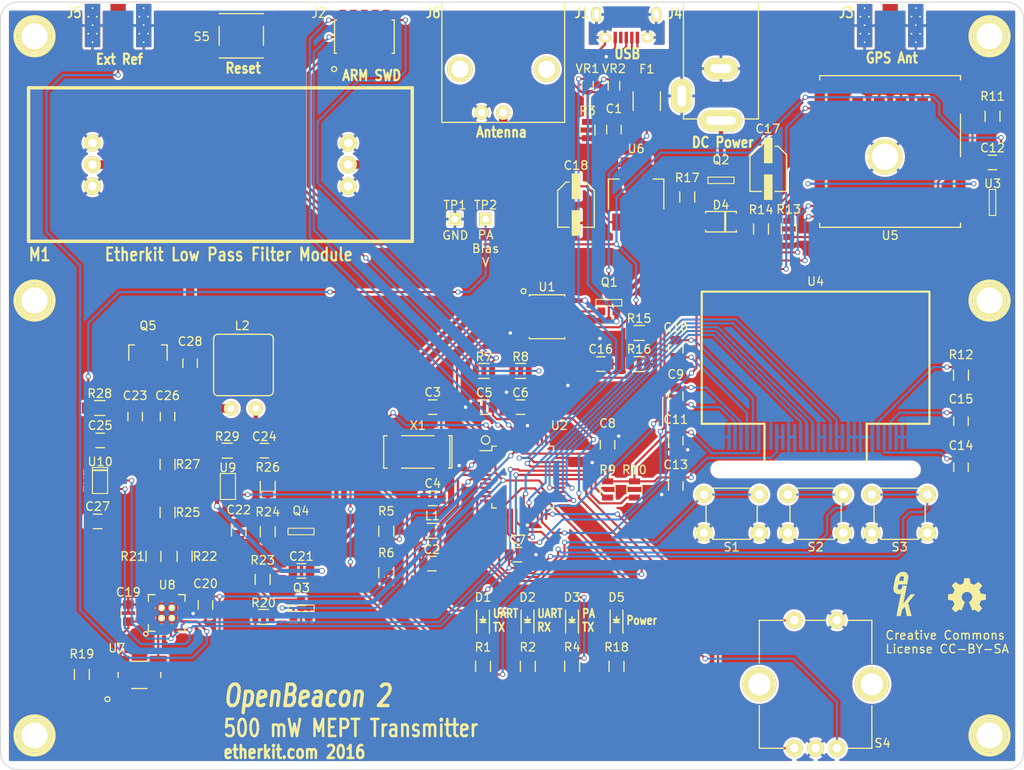
<source format=kicad_pcb>
(kicad_pcb (version 4) (host pcbnew 0.201512080931+6353~38~ubuntu14.04.1-stable)
  (title_block (title "OpenBeacon 2") (date 2015-12-13) (rev A) (company Etherkit) (comment 4 "Creative Commons License CC-BY-SA"))
  (layers (0 F.Cu signal) (31 B.Cu signal) (34 B.Paste user) (35 F.Paste user) (36 B.SilkS user) (37 F.SilkS user) (38 B.Mask user) (39 F.Mask user) (44 Edge.Cuts user))
  (net 0 "")
  (net 1 GND)
  (net 2 "Net-(C1-Pad2)")
  (net 3 "Net-(C2-Pad1)")
  (net 4 "Net-(C3-Pad2)")
  (net 5 "Net-(C4-Pad2)")
  (net 6 +3.3VREG)
  (net 7 "Net-(C6-Pad2)")
  (net 8 "Net-(C9-Pad1)")
  (net 9 "Net-(C9-Pad2)")
  (net 10 "Net-(C10-Pad1)")
  (net 11 "Net-(C10-Pad2)")
  (net 12 "Net-(C14-Pad1)")
  (net 13 "Net-(C15-Pad1)")
  (net 14 "Net-(C16-Pad1)")
  (net 15 VDD)
  (net 16 "Net-(C21-Pad2)")
  (net 17 A0)
  (net 18 "Net-(C23-Pad1)")
  (net 19 "Net-(C23-Pad2)")
  (net 20 "Net-(C24-Pad1)")
  (net 21 "Net-(C25-Pad1)")
  (net 22 "Net-(C26-Pad1)")
  (net 23 "Net-(C26-Pad2)")
  (net 24 "Net-(C27-Pad1)")
  (net 25 "Net-(C28-Pad1)")
  (net 26 "Net-(D1-Pad2)")
  (net 27 "Net-(D2-Pad2)")
  (net 28 "Net-(D3-Pad1)")
  (net 29 "Net-(D4-Pad1)")
  (net 30 "Net-(D5-Pad2)")
  (net 31 "Net-(F1-Pad1)")
  (net 32 /Logic/VUSB)
  (net 33 DM)
  (net 34 DP)
  (net 35 "Net-(J1-Pad4)")
  (net 36 SWDIO)
  (net 37 SWDCLK)
  (net 38 "Net-(J2-Pad6)")
  (net 39 "Net-(J2-Pad7)")
  (net 40 "Net-(J2-Pad8)")
  (net 41 RESET)
  (net 42 "Net-(J3-Pad1)")
  (net 43 "Net-(J4-Pad1)")
  (net 44 "Net-(J5-Pad1)")
  (net 45 "Net-(J6-Pad1)")
  (net 46 "Net-(L2-Pad1)")
  (net 47 "Net-(Q1-Pad2)")
  (net 48 D13)
  (net 49 "Net-(Q3-Pad3)")
  (net 50 "Net-(Q4-Pad3)")
  (net 51 TX_LED)
  (net 52 RX_LED)
  (net 53 "Net-(R4-Pad1)")
  (net 54 A1)
  (net 55 "Net-(R8-Pad1)")
  (net 56 SCL)
  (net 57 SDA)
  (net 58 1.8V)
  (net 59 "Net-(R11-Pad2)")
  (net 60 "Net-(R12-Pad1)")
  (net 61 "Net-(R13-Pad2)")
  (net 62 "Net-(R14-Pad2)")
  (net 63 "Net-(R19-Pad2)")
  (net 64 "Net-(R21-Pad1)")
  (net 65 "Net-(R21-Pad2)")
  (net 66 "Net-(R22-Pad2)")
  (net 67 D8)
  (net 68 D9)
  (net 69 D4)
  (net 70 D7)
  (net 71 D3)
  (net 72 D5)
  (net 73 AREF)
  (net 74 A2)
  (net 75 A3)
  (net 76 A4)
  (net 77 D1/UART_TX)
  (net 78 D0/UART_RX)
  (net 79 SPI_MOSI)
  (net 80 SPI_SCK)
  (net 81 SPI_MISO)
  (net 82 "Net-(U2-Pad22)")
  (net 83 D2)
  (net 84 D11)
  (net 85 D10)
  (net 86 D12)
  (net 87 D6)
  (net 88 "Net-(U2-Pad37)")
  (net 89 "Net-(U2-Pad38)")
  (net 90 "Net-(U2-Pad41)")
  (net 91 A5)
  (net 92 "Net-(U3-Pad2)")
  (net 93 "Net-(U4-Pad7)")
  (net 94 "Net-(U5-Pad2)")
  (net 95 WAKEUP)
  (net 96 "Net-(U5-Pad8)")
  (net 97 "Net-(U5-Pad13)")
  (net 98 "Net-(U5-Pad14)")
  (net 99 "Net-(U5-Pad15)")
  (net 100 "Net-(U5-Pad16)")
  (net 101 "Net-(U5-Pad20)")
  (net 102 "Net-(U7-Pad3)")
  (net 103 "Net-(U8-Pad2)")
  (net 104 "Net-(U8-Pad3)")
  (net 105 "Net-(U8-Pad8)")
  (net 106 "Net-(U8-Pad9)")
  (net 107 "Net-(U8-Pad10)")
  (net 108 "Net-(U8-Pad14)")
  (net 109 "Net-(U8-Pad15)")
  (net 110 "Net-(U8-Pad16)")
  (net 111 "Net-(U8-Pad17)")
  (net 112 "Net-(U8-Pad18)")
  (net 113 "Net-(U8-Pad19)")
  (net 114 "Net-(X1-Pad2)")
  (net 115 "Net-(X1-Pad3)")
  (module EtherkitKicadLibrary:MOUNTINGHOLE-4MM (layer F.Cu) (at 84 85)
    (fp_text reference 1PIN hide)
    (fp_text value P*** hide)
    (pad "" thru_hole circle (at 0 0) (size 4.064 4.064) (drill 3.048) (layers *.Cu *.Mask F.SilkS))
  )
  (module EtherkitKicadLibrary:MOUNTINGHOLE-4MM (layer F.Cu) (at 196 85)
    (fp_text reference 1PIN hide)
    (fp_text value P*** hide)
    (pad "" thru_hole circle (at 0 0) (size 4.064 4.064) (drill 3.048) (layers *.Cu *.Mask F.SilkS))
  )
  (module EtherkitKicadLibrary:MOUNTINGHOLE-4MM (layer F.Cu) (at 84 136)
    (fp_text reference 1PIN hide)
    (fp_text value P*** hide)
    (pad "" thru_hole circle (at 0 0) (size 4.064 4.064) (drill 3.048) (layers *.Cu *.Mask F.SilkS))
  )
  (module EtherkitKicadLibrary:MOUNTINGHOLE-4MM (layer F.Cu) (at 196 136)
    (fp_text reference 1PIN hide)
    (fp_text value P*** hide)
    (pad "" thru_hole circle (at 0 0) (size 4.064 4.064) (drill 3.048) (layers *.Cu *.Mask F.SilkS))
  )
  (module EtherkitKicadLibrary:MOUNTINGHOLE-4MM (layer F.Cu) (at 196 54)
    (fp_text reference 1PIN hide)
    (fp_text value P*** hide)
    (pad "" thru_hole circle (at 0 0) (size 4.064 4.064) (drill 3.048) (layers *.Cu *.Mask F.SilkS))
  )
  (module EtherkitKicadLibrary:MOUNTINGHOLE-4MM (layer F.Cu) (at 84 54)
    (fp_text reference 1PIN hide)
    (fp_text value P*** hide)
    (pad "" thru_hole circle (at 0 0) (size 4.064 4.064) (drill 3.048) (layers *.Cu *.Mask F.SilkS))
  )
  (module EtherkitKicadLibrary:C_0805 (layer F.Cu) (at 151.95 64.95 90)
    (fp_text reference C1 (at 2.45 0 180) (layer F.SilkS))
    (fp_text value 4.7n hide)
    (pad 1 smd rect (at -1 0 90) (size 1 1.25) (layers F.Cu F.Paste F.Mask) (net 1 GND))
    (pad 2 smd rect (at 1 0 90) (size 1 1.25) (layers F.Cu F.Paste F.Mask) (net 2 "Net-(C1-Pad2)"))
  )
  (module EtherkitKicadLibrary:C_0805 (layer F.Cu) (at 130.6 115.85 180)
    (fp_text reference C2 (at 0 1.65 180) (layer F.SilkS))
    (fp_text value 4.7u hide)
    (pad 1 smd rect (at -1 0 180) (size 1 1.25) (layers F.Cu F.Paste F.Mask) (net 3 "Net-(C2-Pad1)"))
    (pad 2 smd rect (at 1 0 180) (size 1 1.25) (layers F.Cu F.Paste F.Mask) (net 1 GND))
  )
  (module EtherkitKicadLibrary:C_0805 (layer F.Cu) (at 130.7 97.5)
    (fp_text reference C3 (at 0 -1.75) (layer F.SilkS))
    (fp_text value 6.8 hide)
    (pad 1 smd rect (at -1 0) (size 1 1.25) (layers F.Cu F.Paste F.Mask) (net 1 GND))
    (pad 2 smd rect (at 1 0) (size 1 1.25) (layers F.Cu F.Paste F.Mask) (net 4 "Net-(C3-Pad2)"))
  )
  (module EtherkitKicadLibrary:C_0805 (layer F.Cu) (at 130.7 108.2)
    (fp_text reference C4 (at 0 -1.75) (layer F.SilkS))
    (fp_text value 6.8 hide)
    (pad 1 smd rect (at -1 0) (size 1 1.25) (layers F.Cu F.Paste F.Mask) (net 1 GND))
    (pad 2 smd rect (at 1 0) (size 1 1.25) (layers F.Cu F.Paste F.Mask) (net 5 "Net-(C4-Pad2)"))
  )
  (module EtherkitKicadLibrary:C_0805 (layer F.Cu) (at 136.75 97.5 180)
    (fp_text reference C5 (at 0 1.7 180) (layer F.SilkS))
    (fp_text value 100n hide)
    (pad 1 smd rect (at -1 0 180) (size 1 1.25) (layers F.Cu F.Paste F.Mask) (net 6 +3.3VREG))
    (pad 2 smd rect (at 1 0 180) (size 1 1.25) (layers F.Cu F.Paste F.Mask) (net 1 GND))
  )
  (module EtherkitKicadLibrary:C_0805 (layer F.Cu) (at 141 97.5)
    (fp_text reference C6 (at 0 -1.7) (layer F.SilkS))
    (fp_text value 1u hide)
    (pad 1 smd rect (at -1 0) (size 1 1.25) (layers F.Cu F.Paste F.Mask) (net 1 GND))
    (pad 2 smd rect (at 1 0) (size 1 1.25) (layers F.Cu F.Paste F.Mask) (net 7 "Net-(C6-Pad2)"))
  )
  (module EtherkitKicadLibrary:C_0805 (layer F.Cu) (at 140.65 114.8)
    (fp_text reference C7 (at 0 -1.75) (layer F.SilkS))
    (fp_text value 100n hide)
    (pad 1 smd rect (at -1 0) (size 1 1.25) (layers F.Cu F.Paste F.Mask) (net 6 +3.3VREG))
    (pad 2 smd rect (at 1 0) (size 1 1.25) (layers F.Cu F.Paste F.Mask) (net 1 GND))
  )
  (module EtherkitKicadLibrary:C_0805 (layer F.Cu) (at 151.2 101.9 90)
    (fp_text reference C8 (at 2.5 0 180) (layer F.SilkS))
    (fp_text value 100n hide)
    (pad 1 smd rect (at -1 0 90) (size 1 1.25) (layers F.Cu F.Paste F.Mask) (net 6 +3.3VREG))
    (pad 2 smd rect (at 1 0 90) (size 1 1.25) (layers F.Cu F.Paste F.Mask) (net 1 GND))
  )
  (module EtherkitKicadLibrary:C_0805 (layer F.Cu) (at 159.2 96.2 90)
    (fp_text reference C9 (at 2.55 0 180) (layer F.SilkS))
    (fp_text value 1u hide)
    (pad 1 smd rect (at -1 0 90) (size 1 1.25) (layers F.Cu F.Paste F.Mask) (net 8 "Net-(C9-Pad1)"))
    (pad 2 smd rect (at 1 0 90) (size 1 1.25) (layers F.Cu F.Paste F.Mask) (net 9 "Net-(C9-Pad2)"))
  )
  (module EtherkitKicadLibrary:C_0805 (layer F.Cu) (at 159.2 90.65 90)
    (fp_text reference C10 (at 2.5 0 180) (layer F.SilkS))
    (fp_text value 1u hide)
    (pad 1 smd rect (at -1 0 90) (size 1 1.25) (layers F.Cu F.Paste F.Mask) (net 10 "Net-(C10-Pad1)"))
    (pad 2 smd rect (at 1 0 90) (size 1 1.25) (layers F.Cu F.Paste F.Mask) (net 11 "Net-(C10-Pad2)"))
  )
  (module EtherkitKicadLibrary:C_0805 (layer F.Cu) (at 159.2 101.45 270)
    (fp_text reference C11 (at -2.5 0 360) (layer F.SilkS))
    (fp_text value 100n hide)
    (pad 1 smd rect (at -1 0 270) (size 1 1.25) (layers F.Cu F.Paste F.Mask) (net 6 +3.3VREG))
    (pad 2 smd rect (at 1 0 270) (size 1 1.25) (layers F.Cu F.Paste F.Mask) (net 1 GND))
  )
  (module EtherkitKicadLibrary:C_0805 (layer F.Cu) (at 196.35 68.8 180)
    (fp_text reference C12 (at 0 1.7 180) (layer F.SilkS))
    (fp_text value 100n hide)
    (pad 1 smd rect (at -1 0 180) (size 1 1.25) (layers F.Cu F.Paste F.Mask) (net 6 +3.3VREG))
    (pad 2 smd rect (at 1 0 180) (size 1 1.25) (layers F.Cu F.Paste F.Mask) (net 1 GND))
  )
  (module EtherkitKicadLibrary:C_0805 (layer F.Cu) (at 159.2 106.75 270)
    (fp_text reference C13 (at -2.5 0 360) (layer F.SilkS))
    (fp_text value 100n hide)
    (pad 1 smd rect (at -1 0 270) (size 1 1.25) (layers F.Cu F.Paste F.Mask) (net 6 +3.3VREG))
    (pad 2 smd rect (at 1 0 270) (size 1 1.25) (layers F.Cu F.Paste F.Mask) (net 1 GND))
  )
  (module EtherkitKicadLibrary:C_0805 (layer F.Cu) (at 192.65 104.55 270)
    (fp_text reference C14 (at -2.55 0 360) (layer F.SilkS))
    (fp_text value 4.7u hide)
    (pad 1 smd rect (at -1 0 270) (size 1 1.25) (layers F.Cu F.Paste F.Mask) (net 12 "Net-(C14-Pad1)"))
    (pad 2 smd rect (at 1 0 270) (size 1 1.25) (layers F.Cu F.Paste F.Mask) (net 1 GND))
  )
  (module EtherkitKicadLibrary:C_0805 (layer F.Cu) (at 192.65 99.15 270)
    (fp_text reference C15 (at -2.6 0 360) (layer F.SilkS))
    (fp_text value 2.2u hide)
    (pad 1 smd rect (at -1 0 270) (size 1 1.25) (layers F.Cu F.Paste F.Mask) (net 13 "Net-(C15-Pad1)"))
    (pad 2 smd rect (at 1 0 270) (size 1 1.25) (layers F.Cu F.Paste F.Mask) (net 1 GND))
  )
  (module EtherkitKicadLibrary:C_0805 (layer F.Cu) (at 150.4 92.45)
    (fp_text reference C16 (at 0 -1.75) (layer F.SilkS))
    (fp_text value 10n hide)
    (pad 1 smd rect (at -1 0) (size 1 1.25) (layers F.Cu F.Paste F.Mask) (net 14 "Net-(C16-Pad1)"))
    (pad 2 smd rect (at 1 0) (size 1 1.25) (layers F.Cu F.Paste F.Mask) (net 1 GND))
  )
  (module EtherkitKicadLibrary:CAP-ELEC-5MM (layer F.Cu) (at 170.05 73.2)
    (fp_text reference C17 (at -0.05 -8.35) (layer F.SilkS))
    (fp_text value 10u hide)
    (pad 2 smd rect (at 0 -1.5) (size 1 3) (layers F.Cu F.SilkS F.Mask) (net 1 GND))
    (pad 1 smd rect (at 0 -5.8) (size 1 3) (layers F.Cu F.SilkS F.Mask) (net 15 VDD))
  )
  (module EtherkitKicadLibrary:CAP-ELEC-5MM (layer F.Cu) (at 147.5 77.4)
    (fp_text reference C18 (at 0 -8.25) (layer F.SilkS))
    (fp_text value 10u hide)
    (pad 2 smd rect (at 0 -1.5) (size 1 3) (layers F.Cu F.SilkS F.Mask) (net 1 GND))
    (pad 1 smd rect (at 0 -5.8) (size 1 3) (layers F.Cu F.SilkS F.Mask) (net 6 +3.3VREG))
  )
  (module EtherkitKicadLibrary:C_0805 (layer F.Cu) (at 95 121.65 90)
    (fp_text reference C19 (at 2.45 0 180) (layer F.SilkS))
    (fp_text value 100n hide)
    (pad 1 smd rect (at -1 0 90) (size 1 1.25) (layers F.Cu F.Paste F.Mask) (net 6 +3.3VREG))
    (pad 2 smd rect (at 1 0 90) (size 1 1.25) (layers F.Cu F.Paste F.Mask) (net 1 GND))
  )
  (module EtherkitKicadLibrary:C_0805 (layer F.Cu) (at 104.05 120.7 270)
    (fp_text reference C20 (at -2.5 0 360) (layer F.SilkS))
    (fp_text value 100n hide)
    (pad 1 smd rect (at -1 0 270) (size 1 1.25) (layers F.Cu F.Paste F.Mask) (net 6 +3.3VREG))
    (pad 2 smd rect (at 1 0 270) (size 1 1.25) (layers F.Cu F.Paste F.Mask) (net 1 GND))
  )
  (module EtherkitKicadLibrary:C_0805 (layer F.Cu) (at 115.3 116.7 180)
    (fp_text reference C21 (at 0 1.7 180) (layer F.SilkS))
    (fp_text value 10n hide)
    (pad 1 smd rect (at -1 0 180) (size 1 1.25) (layers F.Cu F.Paste F.Mask) (net 15 VDD))
    (pad 2 smd rect (at 1 0 180) (size 1 1.25) (layers F.Cu F.Paste F.Mask) (net 16 "Net-(C21-Pad2)"))
  )
  (module EtherkitKicadLibrary:C_0805 (layer F.Cu) (at 107.95 112.1 270)
    (fp_text reference C22 (at -2.55 0 360) (layer F.SilkS))
    (fp_text value 100n hide)
    (pad 1 smd rect (at -1 0 270) (size 1 1.25) (layers F.Cu F.Paste F.Mask) (net 17 A0))
    (pad 2 smd rect (at 1 0 270) (size 1 1.25) (layers F.Cu F.Paste F.Mask) (net 1 GND))
  )
  (module EtherkitKicadLibrary:C_0805 (layer F.Cu) (at 95.8 98.6 270)
    (fp_text reference C23 (at -2.45 0 360) (layer F.SilkS))
    (fp_text value 10n hide)
    (pad 1 smd rect (at -1 0 270) (size 1 1.25) (layers F.Cu F.Paste F.Mask) (net 18 "Net-(C23-Pad1)"))
    (pad 2 smd rect (at 1 0 270) (size 1 1.25) (layers F.Cu F.Paste F.Mask) (net 19 "Net-(C23-Pad2)"))
  )
  (module EtherkitKicadLibrary:C_0805 (layer F.Cu) (at 110.95 102.6)
    (fp_text reference C24 (at 0 -1.65) (layer F.SilkS))
    (fp_text value 1u hide)
    (pad 1 smd rect (at -1 0) (size 1 1.25) (layers F.Cu F.Paste F.Mask) (net 20 "Net-(C24-Pad1)"))
    (pad 2 smd rect (at 1 0) (size 1 1.25) (layers F.Cu F.Paste F.Mask) (net 1 GND))
  )
  (module EtherkitKicadLibrary:C_0805 (layer F.Cu) (at 91.7 101.4)
    (fp_text reference C25 (at 0 -1.75) (layer F.SilkS))
    (fp_text value 1u hide)
    (pad 1 smd rect (at -1 0) (size 1 1.25) (layers F.Cu F.Paste F.Mask) (net 21 "Net-(C25-Pad1)"))
    (pad 2 smd rect (at 1 0) (size 1 1.25) (layers F.Cu F.Paste F.Mask) (net 1 GND))
  )
  (module EtherkitKicadLibrary:C_0805 (layer F.Cu) (at 99.6 98.6 270)
    (fp_text reference C26 (at -2.45 0 360) (layer F.SilkS))
    (fp_text value 10n hide)
    (pad 1 smd rect (at -1 0 270) (size 1 1.25) (layers F.Cu F.Paste F.Mask) (net 22 "Net-(C26-Pad1)"))
    (pad 2 smd rect (at 1 0 270) (size 1 1.25) (layers F.Cu F.Paste F.Mask) (net 23 "Net-(C26-Pad2)"))
  )
  (module EtherkitKicadLibrary:C_0805 (layer F.Cu) (at 91.4 110.9)
    (fp_text reference C27 (at 0 -1.75) (layer F.SilkS))
    (fp_text value 100n hide)
    (pad 1 smd rect (at -1 0) (size 1 1.25) (layers F.Cu F.Paste F.Mask) (net 24 "Net-(C27-Pad1)"))
    (pad 2 smd rect (at 1 0) (size 1 1.25) (layers F.Cu F.Paste F.Mask) (net 1 GND))
  )
  (module EtherkitKicadLibrary:C_0805 (layer F.Cu) (at 102.25 92.35 270)
    (fp_text reference C28 (at -2.55 0 360) (layer F.SilkS))
    (fp_text value 10n hide)
    (pad 1 smd rect (at -1 0 270) (size 1 1.25) (layers F.Cu F.Paste F.Mask) (net 25 "Net-(C28-Pad1)"))
    (pad 2 smd rect (at 1 0 270) (size 1 1.25) (layers F.Cu F.Paste F.Mask) (net 22 "Net-(C26-Pad1)"))
  )
  (module EtherkitKicadLibrary:SOD80 (layer F.Cu) (at 164.5 75.75 90)
    (fp_text reference D4 (at 1.95 0 180) (layer F.SilkS))
    (fp_text value BZV55-B15 hide)
    (pad 1 smd rect (at 0 -1.65 90) (size 1.6 1) (layers F.Cu F.Paste F.Mask) (net 29 "Net-(D4-Pad1)"))
    (pad 2 smd rect (at 0 1.65 90) (size 1.6 1) (layers F.Cu F.Paste F.Mask) (net 15 VDD))
  )
  (module EtherkitKicadLibrary:FCI_20021121-00010C4LF (layer F.Cu) (at 122.68 54.05)
    (fp_text reference J2 (at -5.33 -2.8) (layer F.SilkS) (effects (font (size 1.2 1))))
    (fp_text value ARM_SWD hide)
    (pad 1 smd rect (at -2.54 1.95) (size 0.76 2.4) (layers F.Cu F.Paste F.Mask) (net 6 +3.3VREG))
    (pad 2 smd rect (at -2.54 -1.95) (size 0.76 2.4) (layers F.Cu F.Paste F.Mask) (net 36 SWDIO))
    (pad 3 smd rect (at -1.27 1.95) (size 0.76 2.4) (layers F.Cu F.Paste F.Mask) (net 1 GND))
    (pad 4 smd rect (at -1.27 -1.95) (size 0.76 2.4) (layers F.Cu F.Paste F.Mask) (net 37 SWDCLK))
    (pad 5 smd rect (at 0 1.95) (size 0.76 2.4) (layers F.Cu F.Paste F.Mask) (net 1 GND))
    (pad 6 smd rect (at 0 -1.95) (size 0.76 2.4) (layers F.Cu F.Paste F.Mask) (net 38 "Net-(J2-Pad6)"))
    (pad 7 smd rect (at 1.27 1.95) (size 0.76 2.4) (layers F.Cu F.Paste F.Mask) (net 39 "Net-(J2-Pad7)"))
    (pad 8 smd rect (at 1.27 -1.95) (size 0.76 2.4) (layers F.Cu F.Paste F.Mask) (net 40 "Net-(J2-Pad8)"))
    (pad 9 smd rect (at 2.54 1.95) (size 0.76 2.4) (layers F.Cu F.Paste F.Mask) (net 1 GND))
    (pad 10 smd rect (at 2.54 -1.95) (size 0.76 2.4) (layers F.Cu F.Paste F.Mask) (net 41 RESET))
  )
  (module EtherkitKicadLibrary:SMA-ENDLAUNCH (layer F.Cu) (at 184.35 50.21 180)
    (fp_text reference J3 (at 5.15 -1.04 180) (layer F.SilkS) (effects (font (size 1.2 1) (thickness 0.2))))
    (fp_text value SMA-F hide)
    (pad 1 smd rect (at 0 -2.54 180) (size 1.8 5.08) (layers F.Cu F.Mask) (net 42 "Net-(J3-Pad1)"))
    (pad 2 smd rect (at 3 -2.54 180) (size 1.8 5.08) (layers B.Cu B.Mask) (net 1 GND))
    (pad 2 smd rect (at -3 -2.54 180) (size 1.8 5.08) (layers F.Cu F.Mask) (net 1 GND))
    (pad 2 thru_hole circle (at 3 -0.5 180) (size 0.3 0.3) (drill 0.2) (layers *.Cu *.Mask) (net 1 GND))
    (pad 2 thru_hole circle (at 3 -4.5 180) (size 0.3 0.3) (drill 0.2) (layers *.Cu *.Mask) (net 1 GND))
    (pad 2 thru_hole circle (at 2.5 -3.5 180) (size 0.3 0.3) (drill 0.2) (layers *.Cu *.Mask) (net 1 GND))
    (pad 2 thru_hole circle (at 3.5 -3.5 180) (size 0.3 0.3) (drill 0.2) (layers *.Cu *.Mask) (net 1 GND))
    (pad 2 thru_hole circle (at 3 -2.5 180) (size 0.3 0.3) (drill 0.2) (layers *.Cu *.Mask) (net 1 GND))
    (pad 2 thru_hole circle (at 2.5 -1.5 180) (size 0.3 0.3) (drill 0.2) (layers *.Cu *.Mask) (net 1 GND))
    (pad 2 thru_hole circle (at 3.5 -1.5 180) (size 0.3 0.3) (drill 0.2) (layers *.Cu *.Mask) (net 1 GND))
    (pad 2 thru_hole circle (at -3 -0.5 180) (size 0.3 0.3) (drill 0.2) (layers *.Cu *.Mask) (net 1 GND))
    (pad 2 thru_hole circle (at -3 -4.5 180) (size 0.3 0.3) (drill 0.2) (layers *.Cu *.Mask) (net 1 GND))
    (pad 2 thru_hole circle (at -3.5 -3.5 180) (size 0.3 0.3) (drill 0.2) (layers *.Cu *.Mask) (net 1 GND))
    (pad 2 thru_hole circle (at -2.5 -3.5 180) (size 0.3 0.3) (drill 0.2) (layers *.Cu *.Mask) (net 1 GND))
    (pad 2 thru_hole circle (at -3 -2.5 180) (size 0.3 0.3) (drill 0.2) (layers *.Cu *.Mask) (net 1 GND))
    (pad 2 thru_hole circle (at -3.5 -1.5 180) (size 0.3 0.3) (drill 0.2) (layers *.Cu *.Mask) (net 1 GND))
    (pad 2 thru_hole circle (at -2.5 -1.5 180) (size 0.3 0.3) (drill 0.2) (layers *.Cu *.Mask) (net 1 GND))
    (pad 2 smd rect (at 3 -2.54 180) (size 1.8 5.08) (layers F.Cu F.Mask) (net 1 GND))
    (pad 2 smd rect (at -3 -2.54 180) (size 1.8 5.08) (layers B.Cu B.Mask) (net 1 GND))
  )
  (module EtherkitKicadLibrary:DCPOWER-KOBICONN-163-7620-E (layer F.Cu) (at 164.5 50.1 180)
    (fp_text reference J4 (at 5.4 -1.25 180) (layer F.SilkS) (effects (font (size 1.2 1) (thickness 0.2))))
    (fp_text value "2.1mm Barrel Jack" hide)
    (pad 3 thru_hole oval (at 0 -7.7 180) (size 4 2.5) (drill oval 2.5 1) (layers *.Cu *.Mask F.SilkS) (net 1 GND))
    (pad 1 thru_hole oval (at 0 -13.8 180) (size 5 2.5) (drill oval 3.5 1) (layers *.Cu *.Mask F.SilkS) (net 43 "Net-(J4-Pad1)"))
    (pad 2 thru_hole oval (at 4.6 -10.9 180) (size 2.5 4) (drill oval 1 2.5) (layers *.Cu *.Mask F.SilkS) (net 1 GND))
  )
  (module EtherkitKicadLibrary:SMA-ENDLAUNCH (layer F.Cu) (at 93.8 50.2 180)
    (fp_text reference J5 (at 5.15 -1.05 180) (layer F.SilkS) (effects (font (size 1.2 1) (thickness 0.2))))
    (fp_text value SMA-F hide)
    (pad 1 smd rect (at 0 -2.54 180) (size 1.8 5.08) (layers F.Cu F.Mask) (net 44 "Net-(J5-Pad1)"))
    (pad 2 smd rect (at 3 -2.54 180) (size 1.8 5.08) (layers B.Cu B.Mask) (net 1 GND))
    (pad 2 smd rect (at -3 -2.54 180) (size 1.8 5.08) (layers F.Cu F.Mask) (net 1 GND))
    (pad 2 thru_hole circle (at 3 -0.5 180) (size 0.3 0.3) (drill 0.2) (layers *.Cu *.Mask) (net 1 GND))
    (pad 2 thru_hole circle (at 3 -4.5 180) (size 0.3 0.3) (drill 0.2) (layers *.Cu *.Mask) (net 1 GND))
    (pad 2 thru_hole circle (at 2.5 -3.5 180) (size 0.3 0.3) (drill 0.2) (layers *.Cu *.Mask) (net 1 GND))
    (pad 2 thru_hole circle (at 3.5 -3.5 180) (size 0.3 0.3) (drill 0.2) (layers *.Cu *.Mask) (net 1 GND))
    (pad 2 thru_hole circle (at 3 -2.5 180) (size 0.3 0.3) (drill 0.2) (layers *.Cu *.Mask) (net 1 GND))
    (pad 2 thru_hole circle (at 2.5 -1.5 180) (size 0.3 0.3) (drill 0.2) (layers *.Cu *.Mask) (net 1 GND))
    (pad 2 thru_hole circle (at 3.5 -1.5 180) (size 0.3 0.3) (drill 0.2) (layers *.Cu *.Mask) (net 1 GND))
    (pad 2 thru_hole circle (at -3 -0.5 180) (size 0.3 0.3) (drill 0.2) (layers *.Cu *.Mask) (net 1 GND))
    (pad 2 thru_hole circle (at -3 -4.5 180) (size 0.3 0.3) (drill 0.2) (layers *.Cu *.Mask) (net 1 GND))
    (pad 2 thru_hole circle (at -3.5 -3.5 180) (size 0.3 0.3) (drill 0.2) (layers *.Cu *.Mask) (net 1 GND))
    (pad 2 thru_hole circle (at -2.5 -3.5 180) (size 0.3 0.3) (drill 0.2) (layers *.Cu *.Mask) (net 1 GND))
    (pad 2 thru_hole circle (at -3 -2.5 180) (size 0.3 0.3) (drill 0.2) (layers *.Cu *.Mask) (net 1 GND))
    (pad 2 thru_hole circle (at -3.5 -1.5 180) (size 0.3 0.3) (drill 0.2) (layers *.Cu *.Mask) (net 1 GND))
    (pad 2 thru_hole circle (at -2.5 -1.5 180) (size 0.3 0.3) (drill 0.2) (layers *.Cu *.Mask) (net 1 GND))
    (pad 2 smd rect (at 3 -2.54 180) (size 1.8 5.08) (layers F.Cu F.Mask) (net 1 GND))
    (pad 2 smd rect (at -3 -2.54 180) (size 1.8 5.08) (layers B.Cu B.Mask) (net 1 GND))
  )
  (module EtherkitKicadLibrary:R_0805 (layer F.Cu) (at 130.65 112)
    (fp_text reference L1 (at 0 -1.75) (layer F.SilkS))
    (fp_text value 10uH hide)
    (pad 1 smd rect (at -0.95 0) (size 0.7 1.3) (layers F.Cu F.Paste F.Mask) (net 6 +3.3VREG))
    (pad 2 smd rect (at 0.95 0) (size 0.7 1.3) (layers F.Cu F.Paste F.Mask) (net 3 "Net-(C2-Pad1)"))
  )
  (module EtherkitKicadLibrary:LPFModule (layer F.Cu) (at 105.8 69.05)
    (fp_text reference M1 (at -21.2 10.55) (layer F.SilkS) (effects (font (size 1.5 1.2) (thickness 0.25))))
    (fp_text value "Etherkit Low Pass Filter Module" hide)
    (pad 2 thru_hole circle (at -15 0) (size 2 2) (drill 1) (layers *.Cu *.Mask F.SilkS) (net 25 "Net-(C28-Pad1)"))
    (pad 5 thru_hole circle (at 15 0) (size 2 2) (drill 1) (layers *.Cu *.Mask F.SilkS) (net 45 "Net-(J6-Pad1)"))
    (pad 1 thru_hole circle (at -15 -2.54) (size 2 2) (drill 1) (layers *.Cu *.Mask F.SilkS) (net 1 GND))
    (pad 3 thru_hole circle (at -15 2.54) (size 2 2) (drill 1) (layers *.Cu *.Mask F.SilkS) (net 1 GND))
    (pad 6 thru_hole circle (at 15 -2.54) (size 2 2) (drill 1) (layers *.Cu *.Mask F.SilkS) (net 1 GND))
    (pad 4 thru_hole circle (at 15 2.54) (size 2 2) (drill 1) (layers *.Cu *.Mask F.SilkS) (net 1 GND))
  )
  (module Measurement_Points:Measurement_Point_Square-TH_Small (layer F.Cu) (at 133.3 75.45)
    (fp_text reference TP1 (at 0 -1.65) (layer F.SilkS))
    (fp_text value GND hide)
    (pad 1 thru_hole rect (at 0 0) (size 1.50114 1.50114) (drill 0.8001) (layers *.Cu *.Mask F.SilkS) (net 1 GND))
  )
  (module Measurement_Points:Measurement_Point_Square-TH_Small (layer F.Cu) (at 136.9 75.45)
    (fp_text reference TP2 (at 0 -1.65) (layer F.SilkS))
    (fp_text value "BIAS V" hide)
    (pad 1 thru_hole rect (at 0 0) (size 1.50114 1.50114) (drill 0.8001) (layers *.Cu *.Mask F.SilkS) (net 21 "Net-(C25-Pad1)"))
  )
  (module EtherkitKicadLibrary:SOT23-2N7002 (layer F.Cu) (at 151.35 85.25 180)
    (fp_text reference Q1 (at -0.05 2.4 180) (layer F.SilkS))
    (fp_text value IRLML9301 hide)
    (pad 1 smd rect (at -0.889 -1.016 180) (size 0.9144 0.9144) (layers F.Cu F.Paste F.Mask) (net 15 VDD))
    (pad 2 smd rect (at 0.889 -1.016 180) (size 0.9144 0.9144) (layers F.Cu F.Paste F.Mask) (net 47 "Net-(Q1-Pad2)"))
    (pad 3 smd rect (at 0 1.016 180) (size 0.9144 0.9144) (layers F.Cu F.Paste F.Mask) (net 32 /Logic/VUSB))
  )
  (module EtherkitKicadLibrary:SOT23-2N7002 (layer F.Cu) (at 164.5 70.9 180)
    (fp_text reference Q2 (at 0 2.4 360) (layer F.SilkS))
    (fp_text value IRLML9301 hide)
    (pad 1 smd rect (at -0.889 -1.016 180) (size 0.9144 0.9144) (layers F.Cu F.Paste F.Mask) (net 15 VDD))
    (pad 2 smd rect (at 0.889 -1.016 180) (size 0.9144 0.9144) (layers F.Cu F.Paste F.Mask) (net 29 "Net-(D4-Pad1)"))
    (pad 3 smd rect (at 0 1.016 180) (size 0.9144 0.9144) (layers F.Cu F.Paste F.Mask) (net 43 "Net-(J4-Pad1)"))
  )
  (module EtherkitKicadLibrary:SOT23-2N7002 (layer F.Cu) (at 115.261 121.084 180)
    (fp_text reference Q3 (at -0.039 2.384 180) (layer F.SilkS))
    (fp_text value 2N7002 hide)
    (pad 1 smd rect (at -0.889 -1.016 180) (size 0.9144 0.9144) (layers F.Cu F.Paste F.Mask) (net 1 GND))
    (pad 2 smd rect (at 0.889 -1.016 180) (size 0.9144 0.9144) (layers F.Cu F.Paste F.Mask) (net 48 D13))
    (pad 3 smd rect (at 0 1.016 180) (size 0.9144 0.9144) (layers F.Cu F.Paste F.Mask) (net 49 "Net-(Q3-Pad3)"))
  )
  (module EtherkitKicadLibrary:SOT23-MMBT440X (layer F.Cu) (at 115.25 112.084 180)
    (fp_text reference Q4 (at 0.011 2.434 180) (layer F.SilkS) (effects (font (thickness 0.12954))))
    (fp_text value MMBT4403 hide)
    (pad 1 smd rect (at -0.889 -1.016 180) (size 0.9144 0.9144) (layers F.Cu F.Paste F.Mask) (net 15 VDD))
    (pad 2 smd rect (at 0.889 -1.016 180) (size 0.9144 0.9144) (layers F.Cu F.Paste F.Mask) (net 16 "Net-(C21-Pad2)"))
    (pad 3 smd rect (at 0 1.016 180) (size 0.9144 0.9144) (layers F.Cu F.Paste F.Mask) (net 50 "Net-(Q4-Pad3)"))
  )
  (module EtherkitKicadLibrary:RD00HVS1 (layer F.Cu) (at 97.3 91.49982)
    (fp_text reference Q5 (at 0 -3.55) (layer F.SilkS))
    (fp_text value RD00HVS1 hide)
    (pad 2 smd rect (at -1.50114 1.85166) (size 1.00076 1.50114) (layers F.Cu F.Paste F.Mask) (net 18 "Net-(C23-Pad1)"))
    (pad 1 smd rect (at 0 1.85166) (size 1.00076 1.50114) (layers F.Cu F.Paste F.Mask) (net 1 GND))
    (pad 3 smd rect (at 1.50114 1.85166) (size 1.00076 1.50114) (layers F.Cu F.Paste F.Mask) (net 22 "Net-(C26-Pad1)"))
    (pad 1 smd rect (at 0 -1.09982) (size 1.99898 2.99974) (layers F.Cu F.Paste F.Mask) (net 1 GND))
    (pad 1 smd trapezoid (at 0 0.7493 180) (size 1.50114 0.7493) (rect_delta 0 0.50038) (layers F.Cu F.Paste F.Mask) (net 1 GND))
  )
  (module EtherkitKicadLibrary:R_0805 (layer F.Cu) (at 136.6 127.9 270)
    (fp_text reference R1 (at -2.25 0 360) (layer F.SilkS))
    (fp_text value 330 hide)
    (pad 1 smd rect (at -0.95 0 270) (size 0.7 1.3) (layers F.Cu F.Paste F.Mask) (net 26 "Net-(D1-Pad2)"))
    (pad 2 smd rect (at 0.95 0 270) (size 0.7 1.3) (layers F.Cu F.Paste F.Mask) (net 51 TX_LED))
  )
  (module EtherkitKicadLibrary:R_0805 (layer F.Cu) (at 141.85 127.9 270)
    (fp_text reference R2 (at -2.25 0 360) (layer F.SilkS))
    (fp_text value 330 hide)
    (pad 1 smd rect (at -0.95 0 270) (size 0.7 1.3) (layers F.Cu F.Paste F.Mask) (net 27 "Net-(D2-Pad2)"))
    (pad 2 smd rect (at 0.95 0 270) (size 0.7 1.3) (layers F.Cu F.Paste F.Mask) (net 52 RX_LED))
  )
  (module EtherkitKicadLibrary:R_0805 (layer F.Cu) (at 148.85 65 90)
    (fp_text reference R3 (at 2.25 0 180) (layer F.SilkS))
    (fp_text value 1M hide)
    (pad 1 smd rect (at -0.95 0 90) (size 0.7 1.3) (layers F.Cu F.Paste F.Mask) (net 1 GND))
    (pad 2 smd rect (at 0.95 0 90) (size 0.7 1.3) (layers F.Cu F.Paste F.Mask) (net 2 "Net-(C1-Pad2)"))
  )
  (module EtherkitKicadLibrary:R_0805 (layer F.Cu) (at 147.05 127.9 90)
    (fp_text reference R4 (at 2.25 0 180) (layer F.SilkS))
    (fp_text value 330 hide)
    (pad 1 smd rect (at -0.95 0 90) (size 0.7 1.3) (layers F.Cu F.Paste F.Mask) (net 53 "Net-(R4-Pad1)"))
    (pad 2 smd rect (at 0.95 0 90) (size 0.7 1.3) (layers F.Cu F.Paste F.Mask) (net 28 "Net-(D3-Pad1)"))
  )
  (module EtherkitKicadLibrary:R_0805 (layer F.Cu) (at 125.25 112.05 270)
    (fp_text reference R5 (at -2.35 0 360) (layer F.SilkS))
    (fp_text value "22k 1%" hide)
    (pad 1 smd rect (at -0.95 0 270) (size 0.7 1.3) (layers F.Cu F.Paste F.Mask) (net 15 VDD))
    (pad 2 smd rect (at 0.95 0 270) (size 0.7 1.3) (layers F.Cu F.Paste F.Mask) (net 54 A1))
  )
  (module EtherkitKicadLibrary:R_0805 (layer F.Cu) (at 125.25 116.9 270)
    (fp_text reference R6 (at -2.3 0 360) (layer F.SilkS))
    (fp_text value "4.7k 1%" hide)
    (pad 1 smd rect (at -0.95 0 270) (size 0.7 1.3) (layers F.Cu F.Paste F.Mask) (net 54 A1))
    (pad 2 smd rect (at 0.95 0 270) (size 0.7 1.3) (layers F.Cu F.Paste F.Mask) (net 1 GND))
  )
  (module EtherkitKicadLibrary:R_0805 (layer F.Cu) (at 136.7 93.25 180)
    (fp_text reference R7 (at 0 1.65 180) (layer F.SilkS))
    (fp_text value 10k hide)
    (pad 1 smd rect (at -0.95 0 180) (size 0.7 1.3) (layers F.Cu F.Paste F.Mask) (net 41 RESET))
    (pad 2 smd rect (at 0.95 0 180) (size 0.7 1.3) (layers F.Cu F.Paste F.Mask) (net 6 +3.3VREG))
  )
  (module EtherkitKicadLibrary:R_0805 (layer F.Cu) (at 141 93.25 180)
    (fp_text reference R8 (at 0 1.65 180) (layer F.SilkS))
    (fp_text value 330 hide)
    (pad 1 smd rect (at -0.95 0 180) (size 0.7 1.3) (layers F.Cu F.Paste F.Mask) (net 55 "Net-(R8-Pad1)"))
    (pad 2 smd rect (at 0.95 0 180) (size 0.7 1.3) (layers F.Cu F.Paste F.Mask) (net 41 RESET))
  )
  (module EtherkitKicadLibrary:R_0805 (layer F.Cu) (at 151.2 107.15 270)
    (fp_text reference R9 (at -2.3 0 360) (layer F.SilkS))
    (fp_text value 4.7k hide)
    (pad 1 smd rect (at -0.95 0 270) (size 0.7 1.3) (layers F.Cu F.Paste F.Mask) (net 6 +3.3VREG))
    (pad 2 smd rect (at 0.95 0 270) (size 0.7 1.3) (layers F.Cu F.Paste F.Mask) (net 56 SCL))
  )
  (module EtherkitKicadLibrary:R_0805 (layer F.Cu) (at 154.35 107.15 270)
    (fp_text reference R10 (at -2.3 0 360) (layer F.SilkS))
    (fp_text value 4.7k hide)
    (pad 1 smd rect (at -0.95 0 270) (size 0.7 1.3) (layers F.Cu F.Paste F.Mask) (net 6 +3.3VREG))
    (pad 2 smd rect (at 0.95 0 270) (size 0.7 1.3) (layers F.Cu F.Paste F.Mask) (net 57 SDA))
  )
  (module EtherkitKicadLibrary:R_0805 (layer F.Cu) (at 196.35 63.4 90)
    (fp_text reference R11 (at 2.35 0 180) (layer F.SilkS))
    (fp_text value 10k hide)
    (pad 1 smd rect (at -0.95 0 90) (size 0.7 1.3) (layers F.Cu F.Paste F.Mask) (net 58 1.8V))
    (pad 2 smd rect (at 0.95 0 90) (size 0.7 1.3) (layers F.Cu F.Paste F.Mask) (net 59 "Net-(R11-Pad2)"))
  )
  (module EtherkitKicadLibrary:R_0805 (layer F.Cu) (at 192.65 93.75 270)
    (fp_text reference R12 (at -2.4 0 360) (layer F.SilkS))
    (fp_text value 390k hide)
    (pad 1 smd rect (at -0.95 0 270) (size 0.7 1.3) (layers F.Cu F.Paste F.Mask) (net 60 "Net-(R12-Pad1)"))
    (pad 2 smd rect (at 0.95 0 270) (size 0.7 1.3) (layers F.Cu F.Paste F.Mask) (net 1 GND))
  )
  (module EtherkitKicadLibrary:R_0805 (layer F.Cu) (at 172.45 76.6 90)
    (fp_text reference R13 (at 2.3 0 180) (layer F.SilkS))
    (fp_text value 2.2k hide)
    (pad 1 smd rect (at -0.95 0 90) (size 0.7 1.3) (layers F.Cu F.Paste F.Mask) (net 58 1.8V))
    (pad 2 smd rect (at 0.95 0 90) (size 0.7 1.3) (layers F.Cu F.Paste F.Mask) (net 61 "Net-(R13-Pad2)"))
  )
  (module EtherkitKicadLibrary:R_0805 (layer F.Cu) (at 169.2 76.6 90)
    (fp_text reference R14 (at 2.25 0 180) (layer F.SilkS))
    (fp_text value 2.2k hide)
    (pad 1 smd rect (at -0.95 0 90) (size 0.7 1.3) (layers F.Cu F.Paste F.Mask) (net 1 GND))
    (pad 2 smd rect (at 0.95 0 90) (size 0.7 1.3) (layers F.Cu F.Paste F.Mask) (net 62 "Net-(R14-Pad2)"))
  )
  (module EtherkitKicadLibrary:R_0805 (layer F.Cu) (at 154.9 88.8 180)
    (fp_text reference R15 (at 0 1.7 180) (layer F.SilkS))
    (fp_text value 100k hide)
    (pad 1 smd rect (at -0.95 0 180) (size 0.7 1.3) (layers F.Cu F.Paste F.Mask) (net 15 VDD))
    (pad 2 smd rect (at 0.95 0 180) (size 0.7 1.3) (layers F.Cu F.Paste F.Mask) (net 14 "Net-(C16-Pad1)"))
  )
  (module EtherkitKicadLibrary:R_0805 (layer F.Cu) (at 154.9 92.45)
    (fp_text reference R16 (at 0 -1.75) (layer F.SilkS))
    (fp_text value 100k hide)
    (pad 1 smd rect (at -0.95 0) (size 0.7 1.3) (layers F.Cu F.Paste F.Mask) (net 14 "Net-(C16-Pad1)"))
    (pad 2 smd rect (at 0.95 0) (size 0.7 1.3) (layers F.Cu F.Paste F.Mask) (net 1 GND))
  )
  (module EtherkitKicadLibrary:R_0805 (layer F.Cu) (at 160.55 72.85 270)
    (fp_text reference R17 (at -2.25 0 360) (layer F.SilkS))
    (fp_text value 100k hide)
    (pad 1 smd rect (at -0.95 0 270) (size 0.7 1.3) (layers F.Cu F.Paste F.Mask) (net 29 "Net-(D4-Pad1)"))
    (pad 2 smd rect (at 0.95 0 270) (size 0.7 1.3) (layers F.Cu F.Paste F.Mask) (net 1 GND))
  )
  (module EtherkitKicadLibrary:R_0805 (layer F.Cu) (at 152.25 127.9 270)
    (fp_text reference R18 (at -2.25 0 360) (layer F.SilkS))
    (fp_text value 330 hide)
    (pad 1 smd rect (at -0.95 0 270) (size 0.7 1.3) (layers F.Cu F.Paste F.Mask) (net 30 "Net-(D5-Pad2)"))
    (pad 2 smd rect (at 0.95 0 270) (size 0.7 1.3) (layers F.Cu F.Paste F.Mask) (net 1 GND))
  )
  (module EtherkitKicadLibrary:R_0805 (layer F.Cu) (at 89.55 128.85 270)
    (fp_text reference R19 (at -2.4 0 360) (layer F.SilkS))
    (fp_text value 0 hide)
    (pad 1 smd rect (at -0.95 0 270) (size 0.7 1.3) (layers F.Cu F.Paste F.Mask) (net 6 +3.3VREG))
    (pad 2 smd rect (at 0.95 0 270) (size 0.7 1.3) (layers F.Cu F.Paste F.Mask) (net 63 "Net-(R19-Pad2)"))
  )
  (module EtherkitKicadLibrary:R_0805 (layer F.Cu) (at 110.85 122.1 180)
    (fp_text reference R20 (at 0 1.65 180) (layer F.SilkS))
    (fp_text value 22k hide)
    (pad 1 smd rect (at -0.95 0 180) (size 0.7 1.3) (layers F.Cu F.Paste F.Mask) (net 48 D13))
    (pad 2 smd rect (at 0.95 0 180) (size 0.7 1.3) (layers F.Cu F.Paste F.Mask) (net 1 GND))
  )
  (module EtherkitKicadLibrary:R_0805 (layer F.Cu) (at 110.75 117.7 270)
    (fp_text reference R23 (at -2.25 0 360) (layer F.SilkS))
    (fp_text value 22k hide)
    (pad 1 smd rect (at -0.95 0 270) (size 0.7 1.3) (layers F.Cu F.Paste F.Mask) (net 16 "Net-(C21-Pad2)"))
    (pad 2 smd rect (at 0.95 0 270) (size 0.7 1.3) (layers F.Cu F.Paste F.Mask) (net 49 "Net-(Q3-Pad3)"))
  )
  (module EtherkitKicadLibrary:R_0805 (layer F.Cu) (at 111.35 112.1 270)
    (fp_text reference R24 (at -2.3 0 360) (layer F.SilkS))
    (fp_text value 22k hide)
    (pad 1 smd rect (at -0.95 0 270) (size 0.7 1.3) (layers F.Cu F.Paste F.Mask) (net 50 "Net-(Q4-Pad3)"))
    (pad 2 smd rect (at 0.95 0 270) (size 0.7 1.3) (layers F.Cu F.Paste F.Mask) (net 16 "Net-(C21-Pad2)"))
  )
  (module EtherkitKicadLibrary:R_0805 (layer F.Cu) (at 111.35 106.8 270)
    (fp_text reference R26 (at -2.25 0 360) (layer F.SilkS))
    (fp_text value 10 hide)
    (pad 1 smd rect (at -0.95 0 270) (size 0.7 1.3) (layers F.Cu F.Paste F.Mask) (net 20 "Net-(C24-Pad1)"))
    (pad 2 smd rect (at 0.95 0 270) (size 0.7 1.3) (layers F.Cu F.Paste F.Mask) (net 50 "Net-(Q4-Pad3)"))
  )
  (module EtherkitKicadLibrary:R_0805 (layer F.Cu) (at 106.6 102.6)
    (fp_text reference R29 (at 0 -1.65) (layer F.SilkS))
    (fp_text value "0.5 1%" hide)
    (pad 1 smd rect (at -0.95 0) (size 0.7 1.3) (layers F.Cu F.Paste F.Mask) (net 46 "Net-(L2-Pad1)"))
    (pad 2 smd rect (at 0.95 0) (size 0.7 1.3) (layers F.Cu F.Paste F.Mask) (net 20 "Net-(C24-Pad1)"))
  )
  (module EtherkitKicadLibrary:Bournes_PEC12R-4225F-S0024 (layer F.Cu) (at 175.6 130)
    (fp_text reference S4 (at 7.85 6.9) (layer F.SilkS))
    (fp_text value ENCODER-SW hide)
    (pad 1 thru_hole circle (at -2.5 7.5) (size 2 2) (drill 1) (layers *.Cu *.Mask F.SilkS) (net 70 D7))
    (pad 2 thru_hole circle (at 0 7.5) (size 2 2) (drill 1) (layers *.Cu *.Mask F.SilkS) (net 1 GND))
    (pad 3 thru_hole circle (at 2.5 7.5) (size 2 2) (drill 1) (layers *.Cu *.Mask F.SilkS) (net 71 D3))
    (pad 4 thru_hole circle (at 2.5 -7.5) (size 2 2) (drill 1) (layers *.Cu *.Mask F.SilkS) (net 1 GND))
    (pad 5 thru_hole circle (at -2.5 -7.5) (size 2 2) (drill 1) (layers *.Cu *.Mask F.SilkS) (net 72 D5))
    (pad "" thru_hole circle (at 6.6 0) (size 4 4) (drill 2.6) (layers *.Cu *.Mask F.SilkS))
    (pad "" thru_hole circle (at -6.6 0) (size 4 4) (drill 2.6) (layers *.Cu *.Mask F.SilkS))
  )
  (module EtherkitKicadLibrary:Alps_SKQGAKE010 (layer F.Cu) (at 108.25 53.95)
    (fp_text reference S5 (at -4.65 0.1) (layer F.SilkS))
    (fp_text value Reset hide)
    (pad 1 smd rect (at -3.1 -1.85) (size 1.8 1.1) (layers F.Cu F.Paste F.Mask) (net 55 "Net-(R8-Pad1)"))
    (pad 2 smd rect (at 3.1 -1.85) (size 1.8 1.1) (layers F.Cu F.Paste F.Mask) (net 55 "Net-(R8-Pad1)"))
    (pad 3 smd rect (at -3.1 1.85) (size 1.8 1.1) (layers F.Cu F.Paste F.Mask) (net 1 GND))
    (pad 4 smd rect (at 3.1 1.85) (size 1.8 1.1) (layers F.Cu F.Paste F.Mask) (net 1 GND))
  )
  (module EtherkitKicadLibrary:SOIC-8_3.9x4.9mm_Pitch1.27mm (layer F.Cu) (at 144.1 86.9)
    (fp_text reference U1 (at 0 -3.5) (layer F.SilkS))
    (fp_text value LM358 hide)
    (pad 1 smd rect (at -2.7 -1.905) (size 1.55 0.6) (layers F.Cu F.Paste F.Mask) (net 53 "Net-(R4-Pad1)"))
    (pad 2 smd rect (at -2.7 -0.635) (size 1.55 0.6) (layers F.Cu F.Paste F.Mask) (net 53 "Net-(R4-Pad1)"))
    (pad 3 smd rect (at -2.7 0.635) (size 1.55 0.6) (layers F.Cu F.Paste F.Mask) (net 48 D13))
    (pad 4 smd rect (at -2.7 1.905) (size 1.55 0.6) (layers F.Cu F.Paste F.Mask) (net 1 GND))
    (pad 5 smd rect (at 2.7 1.905) (size 1.55 0.6) (layers F.Cu F.Paste F.Mask) (net 14 "Net-(C16-Pad1)"))
    (pad 6 smd rect (at 2.7 0.635) (size 1.55 0.6) (layers F.Cu F.Paste F.Mask) (net 6 +3.3VREG))
    (pad 7 smd rect (at 2.7 -0.635) (size 1.55 0.6) (layers F.Cu F.Paste F.Mask) (net 47 "Net-(Q1-Pad2)"))
    (pad 8 smd rect (at 2.7 -1.905) (size 1.55 0.6) (layers F.Cu F.Paste F.Mask) (net 15 VDD))
  )
  (module EtherkitKicadLibrary:SOT23-MAX809 (layer F.Cu) (at 196.35 73.5 90)
    (fp_text reference U3 (at 2.216 0.011 180) (layer F.SilkS))
    (fp_text value MAX809 hide)
    (pad 2 smd rect (at -0.889 -1.016 90) (size 0.9144 0.9144) (layers F.Cu F.Paste F.Mask) (net 92 "Net-(U3-Pad2)"))
    (pad 1 smd rect (at 0.889 -1.016 90) (size 0.9144 0.9144) (layers F.Cu F.Paste F.Mask) (net 1 GND))
    (pad 3 smd rect (at 0 1.016 90) (size 0.9144 0.9144) (layers F.Cu F.Paste F.Mask) (net 6 +3.3VREG))
  )
  (module EtherkitKicadLibrary:A2235-H (layer F.Cu) (at 184.34 67.515 180)
    (fp_text reference U5 (at 0 -9.85 180) (layer F.SilkS))
    (fp_text value A2235-H hide)
    (pad 1 smd rect (at -8.255 -7.62 180) (size 1.2 0.9) (layers F.Cu F.Paste F.Mask) (net 92 "Net-(U3-Pad2)"))
    (pad 2 smd rect (at -8.255 -6.35 180) (size 1.2 0.9) (layers F.Cu F.Paste F.Mask) (net 94 "Net-(U5-Pad2)"))
    (pad 3 smd rect (at -8.255 -5.08 180) (size 1.2 0.9) (layers F.Cu F.Paste F.Mask) (net 6 +3.3VREG))
    (pad 4 smd rect (at -8.255 -3.81 180) (size 1.2 0.9) (layers F.Cu F.Paste F.Mask) (net 95 WAKEUP))
    (pad 5 smd rect (at -8.255 -2.54 180) (size 1.2 0.9) (layers F.Cu F.Paste F.Mask) (net 58 1.8V))
    (pad 6 smd rect (at -8.255 -1.27 180) (size 1.2 0.9) (layers F.Cu F.Paste F.Mask) (net 1 GND))
    (pad 7 smd rect (at -8.255 5.08 180) (size 1.2 0.9) (layers F.Cu F.Paste F.Mask) (net 59 "Net-(R11-Pad2)"))
    (pad 8 smd rect (at -8.255 6.35 180) (size 1.2 0.9) (layers F.Cu F.Paste F.Mask) (net 96 "Net-(U5-Pad8)"))
    (pad 9 smd rect (at -8.255 7.62 180) (size 1.2 0.9) (layers F.Cu F.Paste F.Mask) (net 1 GND))
    (pad 10 smd rect (at 8.255 7.62 180) (size 1.2 0.9) (layers F.Cu F.Paste F.Mask) (net 42 "Net-(J3-Pad1)"))
    (pad 11 smd rect (at 8.255 6.35 180) (size 1.2 0.9) (layers F.Cu F.Paste F.Mask) (net 6 +3.3VREG))
    (pad 12 smd rect (at 8.255 5.08 180) (size 1.2 0.9) (layers F.Cu F.Paste F.Mask) (net 83 D2))
    (pad 13 smd rect (at 8.255 3.81 180) (size 1.2 0.9) (layers F.Cu F.Paste F.Mask) (net 97 "Net-(U5-Pad13)"))
    (pad 14 smd rect (at 8.255 2.54 180) (size 1.2 0.9) (layers F.Cu F.Paste F.Mask) (net 98 "Net-(U5-Pad14)"))
    (pad 15 smd rect (at 8.255 1.27 180) (size 1.2 0.9) (layers F.Cu F.Paste F.Mask) (net 99 "Net-(U5-Pad15)"))
    (pad 16 smd rect (at 8.255 0 180) (size 1.2 0.9) (layers F.Cu F.Paste F.Mask) (net 100 "Net-(U5-Pad16)"))
    (pad 17 smd rect (at 8.255 -1.27 180) (size 1.2 0.9) (layers F.Cu F.Paste F.Mask) (net 62 "Net-(R14-Pad2)"))
    (pad 18 smd rect (at 8.255 -2.54 180) (size 1.2 0.9) (layers F.Cu F.Paste F.Mask) (net 61 "Net-(R13-Pad2)"))
    (pad 19 smd rect (at 8.255 -3.81 180) (size 1.2 0.9) (layers F.Cu F.Paste F.Mask) (net 95 WAKEUP))
    (pad 20 smd rect (at 8.255 -5.08 180) (size 1.2 0.9) (layers F.Cu F.Paste F.Mask) (net 101 "Net-(U5-Pad20)"))
    (pad 21 smd rect (at 8.255 -6.35 180) (size 1.2 0.9) (layers F.Cu F.Paste F.Mask) (net 78 D0/UART_RX))
    (pad 22 smd rect (at 8.255 -7.62 180) (size 1.2 0.9) (layers F.Cu F.Paste F.Mask) (net 77 D1/UART_TX))
    (pad 23 smd rect (at -3.81 -5.715 180) (size 1.27 1.27) (layers F.Cu F.Paste F.Mask) (net 1 GND))
    (pad 24 smd rect (at -1.27 -5.715 180) (size 1.27 1.27) (layers F.Cu F.Paste F.Mask) (net 1 GND))
    (pad 25 smd rect (at 1.27 -5.715 180) (size 1.27 1.27) (layers F.Cu F.Paste F.Mask) (net 1 GND))
    (pad 26 smd rect (at 3.81 -5.715 180) (size 1.27 1.27) (layers F.Cu F.Paste F.Mask) (net 1 GND))
    (pad 27 smd rect (at 3.81 5.715 180) (size 1.27 1.27) (layers F.Cu F.Paste F.Mask) (net 1 GND))
    (pad 28 smd rect (at 1.27 5.715 180) (size 1.27 1.27) (layers F.Cu F.Paste F.Mask) (net 1 GND))
    (pad 29 smd rect (at -1.27 5.715 180) (size 1.27 1.27) (layers F.Cu F.Paste F.Mask) (net 1 GND))
    (pad 30 smd rect (at -3.81 5.715 180) (size 1.27 1.27) (layers F.Cu F.Paste F.Mask) (net 1 GND))
    (pad "" thru_hole circle (at 0.605 -0.63 180) (size 4.1 4.1) (drill 3.1) (layers *.Cu *.Mask F.SilkS) (net 1 GND))
  )
  (module EtherkitKicadLibrary:SOT-223-3 (layer F.Cu) (at 154.55 72.5)
    (fp_text reference U6 (at 0 -5.3) (layer F.SilkS))
    (fp_text value ZLDO1117G33TA hide)
    (pad 2 smd rect (at 0 -3.3) (size 3.6 2) (layers F.Cu F.Paste F.Mask) (net 1 GND))
    (pad 2 smd rect (at 0 3.3) (size 1 2) (layers F.Cu F.Paste F.Mask) (net 1 GND))
    (pad 3 smd rect (at 2.3 3.3) (size 1 2) (layers F.Cu F.Paste F.Mask) (net 15 VDD))
    (pad 1 smd rect (at -2.3 3.3) (size 1 2) (layers F.Cu F.Paste F.Mask) (net 6 +3.3VREG))
    (pad 2 smd trapezoid (at 0 0) (size 2.3 4.6) (rect_delta 0 -1.3) (layers F.Cu F.Paste F.Mask) (net 1 GND))
  )
  (module EtherkitKicadLibrary:Fox_924B (layer F.Cu) (at 96.3 128.9)
    (fp_text reference U7 (at -2.65 -3.15) (layer F.SilkS))
    (fp_text value FOX924B-25.000 hide)
    (pad 1 smd rect (at -2.2 1.4) (size 2 1.7) (layers F.Cu F.Paste F.Mask) (net 63 "Net-(R19-Pad2)"))
    (pad 2 smd rect (at 2.2 1.4) (size 2 1.7) (layers F.Cu F.Paste F.Mask) (net 1 GND))
    (pad 3 smd rect (at 2.2 -1.4) (size 2 1.7) (layers F.Cu F.Paste F.Mask) (net 102 "Net-(U7-Pad3)"))
    (pad 4 smd rect (at -2.2 -1.4) (size 2 1.7) (layers F.Cu F.Paste F.Mask) (net 6 +3.3VREG))
  )
  (module EtherkitKicadLibrary:SOT23-5 (layer F.Cu) (at 106.68 106.8025 90)
    (fp_text reference U9 (at 2.2025 -0.02 180) (layer F.SilkS))
    (fp_text value INA193 hide)
    (pad 1 smd rect (at -0.9525 1.27 90) (size 0.508 0.762) (layers F.Cu F.Paste F.Mask) (net 17 A0))
    (pad 3 smd rect (at 0.9525 1.27 90) (size 0.508 0.762) (layers F.Cu F.Paste F.Mask) (net 20 "Net-(C24-Pad1)"))
    (pad 5 smd rect (at -0.9525 -1.27 90) (size 0.508 0.762) (layers F.Cu F.Paste F.Mask) (net 15 VDD))
    (pad 2 smd rect (at 0 1.27 90) (size 0.508 0.762) (layers F.Cu F.Paste F.Mask) (net 1 GND))
    (pad 4 smd rect (at 0.9525 -1.27 90) (size 0.508 0.762) (layers F.Cu F.Paste F.Mask) (net 46 "Net-(L2-Pad1)"))
  )
  (module EtherkitKicadLibrary:R_0603 (layer F.Cu) (at 148.85 59.8 270)
    (fp_text reference VR1 (at -2 0 360) (layer F.SilkS))
    (fp_text value CG0603MLC-05E hide)
    (pad 1 smd rect (at -0.75 0 270) (size 0.5 0.9) (layers F.Cu F.Paste F.Mask) (net 34 DP))
    (pad 2 smd rect (at 0.75 0 270) (size 0.5 0.9) (layers F.Cu F.Paste F.Mask) (net 2 "Net-(C1-Pad2)"))
  )
  (module EtherkitKicadLibrary:R_0603 (layer F.Cu) (at 151.95 59.8 270)
    (fp_text reference VR2 (at -2 0 360) (layer F.SilkS))
    (fp_text value CG0603MLC-05E hide)
    (pad 1 smd rect (at -0.75 0 270) (size 0.5 0.9) (layers F.Cu F.Paste F.Mask) (net 33 DM))
    (pad 2 smd rect (at 0.75 0 270) (size 0.5 0.9) (layers F.Cu F.Paste F.Mask) (net 2 "Net-(C1-Pad2)"))
  )
  (module EtherkitKicadLibrary:Abracon_ABS25 (layer F.Cu) (at 128.95 102.75 180)
    (fp_text reference X1 (at 0 3.1 180) (layer F.SilkS))
    (fp_text value ABS25-32.768KHz-6-1-T hide)
    (pad 1 smd rect (at -2.75 1.6 180) (size 1.3 1.9) (layers F.Cu F.Paste F.Mask) (net 4 "Net-(C3-Pad2)"))
    (pad 2 smd rect (at 2.75 1.6 180) (size 1.3 1.9) (layers F.Cu F.Paste F.Mask) (net 114 "Net-(X1-Pad2)"))
    (pad 3 smd rect (at 2.75 -1.6 180) (size 1.3 1.9) (layers F.Cu F.Paste F.Mask) (net 115 "Net-(X1-Pad3)"))
    (pad 4 smd rect (at -2.75 -1.6 180) (size 1.3 1.9) (layers F.Cu F.Paste F.Mask) (net 5 "Net-(C4-Pad2)"))
  )
  (module EtherkitKicadLibrary:Omron_B3F-1052 (layer F.Cu) (at 185.45 110)
    (fp_text reference S3 (at 0 3.9) (layer F.SilkS))
    (fp_text value Reset hide)
    (pad 1 thru_hole circle (at 3.25 2.25) (size 2 2) (drill 1) (layers *.Cu *.Mask F.SilkS) (net 1 GND))
    (pad 2 thru_hole circle (at -3.25 2.25) (size 2 2) (drill 1) (layers *.Cu *.Mask F.SilkS) (net 1 GND))
    (pad 3 thru_hole circle (at 3.25 -2.25) (size 2 2) (drill 1) (layers *.Cu *.Mask F.SilkS) (net 69 D4))
    (pad 4 thru_hole circle (at -3.25 -2.25) (size 2 2) (drill 1) (layers *.Cu *.Mask F.SilkS) (net 69 D4))
  )
  (module EtherkitKicadLibrary:Omron_B3F-1052 (layer F.Cu) (at 175.6 110)
    (fp_text reference S2 (at 0 3.9) (layer F.SilkS))
    (fp_text value Reset hide)
    (pad 1 thru_hole circle (at 3.25 2.25) (size 2 2) (drill 1) (layers *.Cu *.Mask F.SilkS) (net 1 GND))
    (pad 2 thru_hole circle (at -3.25 2.25) (size 2 2) (drill 1) (layers *.Cu *.Mask F.SilkS) (net 1 GND))
    (pad 3 thru_hole circle (at 3.25 -2.25) (size 2 2) (drill 1) (layers *.Cu *.Mask F.SilkS) (net 68 D9))
    (pad 4 thru_hole circle (at -3.25 -2.25) (size 2 2) (drill 1) (layers *.Cu *.Mask F.SilkS) (net 68 D9))
  )
  (module EtherkitKicadLibrary:Omron_B3F-1052 (layer F.Cu) (at 165.75 110)
    (fp_text reference S1 (at 0 3.9) (layer F.SilkS))
    (fp_text value Reset hide)
    (pad 1 thru_hole circle (at 3.25 2.25) (size 2 2) (drill 1) (layers *.Cu *.Mask F.SilkS) (net 1 GND))
    (pad 2 thru_hole circle (at -3.25 2.25) (size 2 2) (drill 1) (layers *.Cu *.Mask F.SilkS) (net 1 GND))
    (pad 3 thru_hole circle (at 3.25 -2.25) (size 2 2) (drill 1) (layers *.Cu *.Mask F.SilkS) (net 67 D8))
    (pad 4 thru_hole circle (at -3.25 -2.25) (size 2 2) (drill 1) (layers *.Cu *.Mask F.SilkS) (net 67 D8))
  )
  (module EtherkitKicadLibrary:BNC-AMPHENOL-31-5431-10RFX (layer F.Cu) (at 138.97 50 180)
    (fp_text reference J6 (at 8.22 -1.25 180) (layer F.SilkS) (effects (font (size 1.2 1) (thickness 0.2))))
    (fp_text value BNC hide)
    (pad "" thru_hole circle (at 5.08 -7.86892 180) (size 2.99974 2.99974) (drill 1.99898) (layers *.Cu *.Mask F.SilkS))
    (pad "" thru_hole circle (at -5.08 -7.86892 180) (size 2.99974 2.99974) (drill 1.99898) (layers *.Cu *.Mask F.SilkS))
    (pad 1 thru_hole circle (at 0 -12.94892 180) (size 1.7 1.7) (drill 0.9) (layers *.Cu *.Mask F.SilkS) (net 45 "Net-(J6-Pad1)"))
    (pad 2 thru_hole circle (at 2.54 -12.94892 180) (size 1.7 1.7) (drill 0.9) (layers *.Cu *.Mask F.SilkS) (net 1 GND))
  )
  (module EtherkitKicadLibrary:TQFP-48_7x7mm_Pitch0.5mm (layer F.Cu) (at 141.25 105.7)
    (fp_text reference U2 (at 4.3 -6.05) (layer F.SilkS))
    (fp_text value ATSAMD21G18A hide)
    (pad 1 smd rect (at -4.35 -2.75) (size 1.3 0.25) (layers F.Cu F.Paste F.Mask) (net 4 "Net-(C3-Pad2)"))
    (pad 2 smd rect (at -4.35 -2.25) (size 1.3 0.25) (layers F.Cu F.Paste F.Mask) (net 5 "Net-(C4-Pad2)"))
    (pad 3 smd rect (at -4.35 -1.75) (size 1.3 0.25) (layers F.Cu F.Paste F.Mask) (net 17 A0))
    (pad 4 smd rect (at -4.35 -1.25) (size 1.3 0.25) (layers F.Cu F.Paste F.Mask) (net 73 AREF))
    (pad 5 smd rect (at -4.35 -0.75) (size 1.3 0.25) (layers F.Cu F.Paste F.Mask) (net 1 GND))
    (pad 6 smd rect (at -4.35 -0.25) (size 1.3 0.25) (layers F.Cu F.Paste F.Mask) (net 3 "Net-(C2-Pad1)"))
    (pad 7 smd rect (at -4.35 0.25) (size 1.3 0.25) (layers F.Cu F.Paste F.Mask) (net 54 A1))
    (pad 8 smd rect (at -4.35 0.75) (size 1.3 0.25) (layers F.Cu F.Paste F.Mask) (net 74 A2))
    (pad 9 smd rect (at -4.35 1.25) (size 1.3 0.25) (layers F.Cu F.Paste F.Mask) (net 75 A3))
    (pad 10 smd rect (at -4.35 1.75) (size 1.3 0.25) (layers F.Cu F.Paste F.Mask) (net 76 A4))
    (pad 11 smd rect (at -4.35 2.25) (size 1.3 0.25) (layers F.Cu F.Paste F.Mask) (net 67 D8))
    (pad 12 smd rect (at -4.35 2.75) (size 1.3 0.25) (layers F.Cu F.Paste F.Mask) (net 68 D9))
    (pad 13 smd rect (at -2.75 4.35 90) (size 1.3 0.25) (layers F.Cu F.Paste F.Mask) (net 69 D4))
    (pad 14 smd rect (at -2.25 4.35 90) (size 1.3 0.25) (layers F.Cu F.Paste F.Mask) (net 71 D3))
    (pad 15 smd rect (at -1.75 4.35 90) (size 1.3 0.25) (layers F.Cu F.Paste F.Mask) (net 77 D1/UART_TX))
    (pad 16 smd rect (at -1.25 4.35 90) (size 1.3 0.25) (layers F.Cu F.Paste F.Mask) (net 78 D0/UART_RX))
    (pad 17 smd rect (at -0.75 4.35 90) (size 1.3 0.25) (layers F.Cu F.Paste F.Mask) (net 6 +3.3VREG))
    (pad 18 smd rect (at -0.25 4.35 90) (size 1.3 0.25) (layers F.Cu F.Paste F.Mask) (net 1 GND))
    (pad 19 smd rect (at 0.25 4.35 90) (size 1.3 0.25) (layers F.Cu F.Paste F.Mask) (net 79 SPI_MOSI))
    (pad 20 smd rect (at 0.75 4.35 90) (size 1.3 0.25) (layers F.Cu F.Paste F.Mask) (net 80 SPI_SCK))
    (pad 21 smd rect (at 1.25 4.35 90) (size 1.3 0.25) (layers F.Cu F.Paste F.Mask) (net 81 SPI_MISO))
    (pad 22 smd rect (at 1.75 4.35 90) (size 1.3 0.25) (layers F.Cu F.Paste F.Mask) (net 82 "Net-(U2-Pad22)"))
    (pad 23 smd rect (at 2.25 4.35 90) (size 1.3 0.25) (layers F.Cu F.Paste F.Mask) (net 83 D2))
    (pad 24 smd rect (at 2.75 4.35 90) (size 1.3 0.25) (layers F.Cu F.Paste F.Mask) (net 72 D5))
    (pad 25 smd rect (at 4.35 2.75) (size 1.3 0.25) (layers F.Cu F.Paste F.Mask) (net 84 D11))
    (pad 26 smd rect (at 4.35 2.25) (size 1.3 0.25) (layers F.Cu F.Paste F.Mask) (net 48 D13))
    (pad 27 smd rect (at 4.35 1.75) (size 1.3 0.25) (layers F.Cu F.Paste F.Mask) (net 85 D10))
    (pad 28 smd rect (at 4.35 1.25) (size 1.3 0.25) (layers F.Cu F.Paste F.Mask) (net 86 D12))
    (pad 29 smd rect (at 4.35 0.75) (size 1.3 0.25) (layers F.Cu F.Paste F.Mask) (net 87 D6))
    (pad 30 smd rect (at 4.35 0.25) (size 1.3 0.25) (layers F.Cu F.Paste F.Mask) (net 70 D7))
    (pad 31 smd rect (at 4.35 -0.25) (size 1.3 0.25) (layers F.Cu F.Paste F.Mask) (net 57 SDA))
    (pad 32 smd rect (at 4.35 -0.75) (size 1.3 0.25) (layers F.Cu F.Paste F.Mask) (net 56 SCL))
    (pad 33 smd rect (at 4.35 -1.25) (size 1.3 0.25) (layers F.Cu F.Paste F.Mask) (net 33 DM))
    (pad 34 smd rect (at 4.35 -1.75) (size 1.3 0.25) (layers F.Cu F.Paste F.Mask) (net 34 DP))
    (pad 35 smd rect (at 4.35 -2.25) (size 1.3 0.25) (layers F.Cu F.Paste F.Mask) (net 1 GND))
    (pad 36 smd rect (at 4.35 -2.75) (size 1.3 0.25) (layers F.Cu F.Paste F.Mask) (net 6 +3.3VREG))
    (pad 37 smd rect (at 2.75 -4.35 90) (size 1.3 0.25) (layers F.Cu F.Paste F.Mask) (net 88 "Net-(U2-Pad37)"))
    (pad 38 smd rect (at 2.25 -4.35 90) (size 1.3 0.25) (layers F.Cu F.Paste F.Mask) (net 89 "Net-(U2-Pad38)"))
    (pad 39 smd rect (at 1.75 -4.35 90) (size 1.3 0.25) (layers F.Cu F.Paste F.Mask) (net 51 TX_LED))
    (pad 40 smd rect (at 1.25 -4.35 90) (size 1.3 0.25) (layers F.Cu F.Paste F.Mask) (net 41 RESET))
    (pad 41 smd rect (at 0.75 -4.35 90) (size 1.3 0.25) (layers F.Cu F.Paste F.Mask) (net 90 "Net-(U2-Pad41)"))
    (pad 42 smd rect (at 0.25 -4.35 90) (size 1.3 0.25) (layers F.Cu F.Paste F.Mask) (net 1 GND))
    (pad 43 smd rect (at -0.25 -4.35 90) (size 1.3 0.25) (layers F.Cu F.Paste F.Mask) (net 7 "Net-(C6-Pad2)"))
    (pad 44 smd rect (at -0.75 -4.35 90) (size 1.3 0.25) (layers F.Cu F.Paste F.Mask) (net 6 +3.3VREG))
    (pad 45 smd rect (at -1.25 -4.35 90) (size 1.3 0.25) (layers F.Cu F.Paste F.Mask) (net 37 SWDCLK))
    (pad 46 smd rect (at -1.75 -4.35 90) (size 1.3 0.25) (layers F.Cu F.Paste F.Mask) (net 36 SWDIO))
    (pad 47 smd rect (at -2.25 -4.35 90) (size 1.3 0.25) (layers F.Cu F.Paste F.Mask) (net 91 A5))
    (pad 48 smd rect (at -2.75 -4.35 90) (size 1.3 0.25) (layers F.Cu F.Paste F.Mask) (net 52 RX_LED))
  )
  (module EtherkitKicadLibrary:Lite-On_LTST-C170 (layer F.Cu) (at 152.249998 122.4 90)
    (fp_text reference D5 (at 2.6 0 180) (layer F.SilkS))
    (fp_text value "Green LED" hide)
    (pad 1 smd rect (at 1.05 0 270) (size 1.2 1.2) (layers F.Cu F.Paste F.Mask) (net 6 +3.3VREG))
    (pad 2 smd rect (at -1.05 0 270) (size 1.2 1.2) (layers F.Cu F.Paste F.Mask) (net 30 "Net-(D5-Pad2)"))
  )
  (module EtherkitKicadLibrary:Lite-On_LTST-C170 (layer F.Cu) (at 147.033332 122.4 90)
    (fp_text reference D3 (at 2.6 0 180) (layer F.SilkS))
    (fp_text value Blue hide)
    (pad 1 smd rect (at 1.05 0 270) (size 1.2 1.2) (layers F.Cu F.Paste F.Mask) (net 28 "Net-(D3-Pad1)"))
    (pad 2 smd rect (at -1.05 0 270) (size 1.2 1.2) (layers F.Cu F.Paste F.Mask) (net 1 GND))
  )
  (module EtherkitKicadLibrary:Lite-On_LTST-C170 (layer F.Cu) (at 141.816666 122.4 90)
    (fp_text reference D2 (at 2.6 0 180) (layer F.SilkS))
    (fp_text value Yellow hide)
    (pad 1 smd rect (at 1.05 0 270) (size 1.2 1.2) (layers F.Cu F.Paste F.Mask) (net 6 +3.3VREG))
    (pad 2 smd rect (at -1.05 0 270) (size 1.2 1.2) (layers F.Cu F.Paste F.Mask) (net 27 "Net-(D2-Pad2)"))
  )
  (module EtherkitKicadLibrary:Lite-On_LTST-C170 (layer F.Cu) (at 136.6 122.4 90)
    (fp_text reference D1 (at 2.6 0 180) (layer F.SilkS))
    (fp_text value Red hide)
    (pad 1 smd rect (at 1.05 0 270) (size 1.2 1.2) (layers F.Cu F.Paste F.Mask) (net 6 +3.3VREG))
    (pad 2 smd rect (at -1.05 0 270) (size 1.2 1.2) (layers F.Cu F.Paste F.Mask) (net 26 "Net-(D1-Pad2)"))
  )
  (module EtherkitKicadLibrary:Bournes_MF-MSMF050-2 (layer F.Cu) (at 155.8 61.6 270)
    (fp_text reference F1 (at -3.75 0 360) (layer F.SilkS))
    (fp_text value MF-MSMF050-2 hide)
    (pad 1 smd rect (at -2.1 0 270) (size 1.5 3.2) (layers F.Cu F.Paste F.Mask) (net 31 "Net-(F1-Pad1)"))
    (pad 2 smd rect (at 2.1 0 270) (size 1.5 3.2) (layers F.Cu F.Paste F.Mask) (net 32 /Logic/VUSB))
  )
  (module EtherkitKicadLibrary:EastRising_ER-OLED0.96-1W-Thru (layer F.Cu) (at 175.6 99.5)
    (fp_text reference U4 (at 0 -16.75) (layer F.SilkS))
    (fp_text value ER-OLED0.96-1W hide)
    (pad 1 smd rect (at -10.15 1.5) (size 0.4 3) (layers B.Cu B.Paste B.Mask) (net 1 GND))
    (pad 2 smd rect (at -9.45 1.5) (size 0.4 3) (layers B.Cu B.Paste B.Mask) (net 8 "Net-(C9-Pad1)"))
    (pad 3 smd rect (at -8.75 1.5) (size 0.4 3) (layers B.Cu B.Paste B.Mask) (net 9 "Net-(C9-Pad2)"))
    (pad 4 smd rect (at -8.05 1.5) (size 0.4 3) (layers B.Cu B.Paste B.Mask) (net 10 "Net-(C10-Pad1)"))
    (pad 5 smd rect (at -7.35 1.5) (size 0.4 3) (layers B.Cu B.Paste B.Mask) (net 11 "Net-(C10-Pad2)"))
    (pad 6 smd rect (at -6.65 1.5) (size 0.4 3) (layers B.Cu B.Paste B.Mask) (net 6 +3.3VREG))
    (pad 7 smd rect (at -5.95 1.5) (size 0.4 3) (layers B.Cu B.Paste B.Mask) (net 93 "Net-(U4-Pad7)"))
    (pad 8 smd rect (at -5.25 1.5) (size 0.4 3) (layers B.Cu B.Paste B.Mask) (net 1 GND))
    (pad 9 smd rect (at -4.55 1.5) (size 0.4 3) (layers B.Cu B.Paste B.Mask) (net 6 +3.3VREG))
    (pad 10 smd rect (at -3.85 1.5) (size 0.4 3) (layers B.Cu B.Paste B.Mask) (net 6 +3.3VREG))
    (pad 11 smd rect (at -3.15 1.5) (size 0.4 3) (layers B.Cu B.Paste B.Mask) (net 1 GND))
    (pad 12 smd rect (at -2.45 1.5) (size 0.4 3) (layers B.Cu B.Paste B.Mask) (net 1 GND))
    (pad 13 smd rect (at -1.75 1.5) (size 0.4 3) (layers B.Cu B.Paste B.Mask) (net 87 D6))
    (pad 14 smd rect (at -1.05 1.5) (size 0.4 3) (layers B.Cu B.Paste B.Mask) (net 84 D11))
    (pad 15 smd rect (at -0.35 1.5) (size 0.4 3) (layers B.Cu B.Paste B.Mask) (net 86 D12))
    (pad 16 smd rect (at 0.35 1.5) (size 0.4 3) (layers B.Cu B.Paste B.Mask) (net 1 GND))
    (pad 17 smd rect (at 1.05 1.5) (size 0.4 3) (layers B.Cu B.Paste B.Mask) (net 1 GND))
    (pad 18 smd rect (at 1.75 1.5) (size 0.4 3) (layers B.Cu B.Paste B.Mask) (net 80 SPI_SCK))
    (pad 19 smd rect (at 2.45 1.5) (size 0.4 3) (layers B.Cu B.Paste B.Mask) (net 79 SPI_MOSI))
    (pad 20 smd rect (at 3.15 1.5) (size 0.4 3) (layers B.Cu B.Paste B.Mask) (net 79 SPI_MOSI))
    (pad 21 smd rect (at 3.85 1.5) (size 0.4 3) (layers B.Cu B.Paste B.Mask) (net 1 GND))
    (pad 22 smd rect (at 4.55 1.5) (size 0.4 3) (layers B.Cu B.Paste B.Mask) (net 1 GND))
    (pad 23 smd rect (at 5.25 1.5) (size 0.4 3) (layers B.Cu B.Paste B.Mask) (net 1 GND))
    (pad 24 smd rect (at 5.95 1.5) (size 0.4 3) (layers B.Cu B.Paste B.Mask) (net 1 GND))
    (pad 25 smd rect (at 6.65 1.5) (size 0.4 3) (layers B.Cu B.Paste B.Mask) (net 1 GND))
    (pad 26 smd rect (at 7.35 1.5) (size 0.4 3) (layers B.Cu B.Paste B.Mask) (net 60 "Net-(R12-Pad1)"))
    (pad 27 smd rect (at 8.05 1.5) (size 0.4 3) (layers B.Cu B.Paste B.Mask) (net 12 "Net-(C14-Pad1)"))
    (pad 28 smd rect (at 8.75 1.5) (size 0.4 3) (layers B.Cu B.Paste B.Mask) (net 13 "Net-(C15-Pad1)"))
    (pad 29 smd rect (at 9.45 1.5) (size 0.4 3) (layers B.Cu B.Paste B.Mask) (net 1 GND))
    (pad 30 smd rect (at 10.15 1.5) (size 0.4 3) (layers B.Cu B.Paste B.Mask) (net 1 GND))
    (pad "" np_thru_hole oval (at 0 5.31) (size 24 1.5) (drill oval 24 1.5) (layers *.Cu *.Mask F.SilkS))
  )
  (module EtherkitKicadLibrary:BN2402-H (layer F.Cu) (at 108.5 97.65)
    (fp_text reference L2 (at -0.15 -9.7) (layer F.SilkS))
    (fp_text value "FB2402-61 5T" hide)
    (pad 2 thru_hole circle (at -1.45 0) (size 1.7 1.7) (drill 0.8) (layers *.Cu *.Mask F.SilkS) (net 22 "Net-(C26-Pad1)"))
    (pad 1 thru_hole circle (at 1.45 0) (size 1.7 1.7) (drill 0.8) (layers *.Cu *.Mask F.SilkS) (net 46 "Net-(L2-Pad1)"))
  )
  (module EtherkitKicadLibrary:FCI_10118194-0001LF (layer F.Cu) (at 153.4 50 180)
    (fp_text reference J1 (at 5.2 -1.25 180) (layer F.SilkS) (effects (font (size 1.2 1) (thickness 0.2))))
    (fp_text value "USB Micro" hide)
    (pad 1 smd rect (at -1.3 -4.15 180) (size 0.4 1.35) (layers F.Cu F.Paste F.Mask) (net 31 "Net-(F1-Pad1)"))
    (pad 2 smd rect (at -0.65 -4.15 180) (size 0.4 1.35) (layers F.Cu F.Paste F.Mask) (net 33 DM))
    (pad 3 smd rect (at 0 -4.15 180) (size 0.4 1.35) (layers F.Cu F.Paste F.Mask) (net 34 DP))
    (pad 4 smd rect (at 0.65 -4.15 180) (size 0.4 1.35) (layers F.Cu F.Paste F.Mask) (net 35 "Net-(J1-Pad4)"))
    (pad 5 smd rect (at 1.3 -4.15 180) (size 0.4 1.35) (layers F.Cu F.Paste F.Mask) (net 1 GND))
    (pad 6 thru_hole oval (at 2.5 -4.15 180) (size 1.45 1.15) (drill oval 0.85 0.55) (layers *.Cu *.Mask F.SilkS) (net 2 "Net-(C1-Pad2)"))
    (pad 6 thru_hole oval (at -2.5 -4.15 180) (size 1.45 1.15) (drill oval 0.85 0.55) (layers *.Cu *.Mask F.SilkS) (net 2 "Net-(C1-Pad2)"))
    (pad 6 thru_hole oval (at 3.5 -1.45 180) (size 1.2 1.75) (drill oval 0.6 1.15) (layers *.Cu *.Mask F.SilkS) (net 2 "Net-(C1-Pad2)"))
    (pad 6 thru_hole oval (at -3.5 -1.45 180) (size 1.2 1.75) (drill oval 0.6 1.15) (layers *.Cu *.Mask F.SilkS) (net 2 "Net-(C1-Pad2)"))
  )
  (module EtherkitKicadLibrary:R_0805_HandSoldering (layer F.Cu) (at 101.6 115 270)
    (fp_text reference R22 (at 0 -2.4 360) (layer F.SilkS))
    (fp_text value 18 hide)
    (pad 1 smd rect (at -1.35 0 270) (size 1.5 1.3) (layers F.Cu F.Paste F.Mask) (net 64 "Net-(R21-Pad1)"))
    (pad 2 smd rect (at 1.35 0 270) (size 1.5 1.3) (layers F.Cu F.Paste F.Mask) (net 66 "Net-(R22-Pad2)"))
  )
  (module EtherkitKicadLibrary:R_0805_HandSoldering (layer F.Cu) (at 97.95 115 270)
    (fp_text reference R21 (at 0 2.45 360) (layer F.SilkS))
    (fp_text value 18 hide)
    (pad 1 smd rect (at -1.35 0 270) (size 1.5 1.3) (layers F.Cu F.Paste F.Mask) (net 64 "Net-(R21-Pad1)"))
    (pad 2 smd rect (at 1.35 0 270) (size 1.5 1.3) (layers F.Cu F.Paste F.Mask) (net 65 "Net-(R21-Pad2)"))
  )
  (module EtherkitKicadLibrary:R_0805_HandSoldering (layer F.Cu) (at 99.6 109.85 270)
    (fp_text reference R25 (at 0 -2.4 360) (layer F.SilkS))
    (fp_text value 18 hide)
    (pad 1 smd rect (at -1.35 0 270) (size 1.5 1.3) (layers F.Cu F.Paste F.Mask) (net 19 "Net-(C23-Pad2)"))
    (pad 2 smd rect (at 1.35 0 270) (size 1.5 1.3) (layers F.Cu F.Paste F.Mask) (net 64 "Net-(R21-Pad1)"))
  )
  (module EtherkitKicadLibrary:R_0805_HandSoldering (layer F.Cu) (at 91.65 97.6 180)
    (fp_text reference R28 (at 0 1.7 180) (layer F.SilkS))
    (fp_text value 56 hide)
    (pad 1 smd rect (at -1.35 0 180) (size 1.5 1.3) (layers F.Cu F.Paste F.Mask) (net 18 "Net-(C23-Pad1)"))
    (pad 2 smd rect (at 1.35 0 180) (size 1.5 1.3) (layers F.Cu F.Paste F.Mask) (net 21 "Net-(C25-Pad1)"))
  )
  (module EtherkitKicadLibrary:R_0805_HandSoldering (layer F.Cu) (at 99.6 104.2 270)
    (fp_text reference R27 (at 0 -2.4 360) (layer F.SilkS))
    (fp_text value 3.3k hide)
    (pad 1 smd rect (at -1.35 0 270) (size 1.5 1.3) (layers F.Cu F.Paste F.Mask) (net 23 "Net-(C26-Pad2)"))
    (pad 2 smd rect (at 1.35 0 270) (size 1.5 1.3) (layers F.Cu F.Paste F.Mask) (net 19 "Net-(C23-Pad2)"))
  )
  (module EtherkitKicadLibrary:QFN-20-1EP_4x4mm_Pitch0.5mm (layer F.Cu) (at 99.5 121.635 90)
    (fp_text reference U8 (at 3.285 0.05 180) (layer F.SilkS))
    (fp_text value Si5351C hide)
    (pad 1 smd rect (at -1.965 -1 90) (size 0.73 0.3) (layers F.Cu F.Paste F.Mask) (net 102 "Net-(U7-Pad3)"))
    (pad 2 smd rect (at -1.965 -0.5 90) (size 0.73 0.3) (layers F.Cu F.Paste F.Mask) (net 103 "Net-(U8-Pad2)"))
    (pad 3 smd rect (at -1.965 0 90) (size 0.73 0.3) (layers F.Cu F.Paste F.Mask) (net 104 "Net-(U8-Pad3)"))
    (pad 4 smd rect (at -1.965 0.5 90) (size 0.73 0.3) (layers F.Cu F.Paste F.Mask) (net 56 SCL))
    (pad 5 smd rect (at -1.965 1 90) (size 0.73 0.3) (layers F.Cu F.Paste F.Mask) (net 57 SDA))
    (pad 6 smd rect (at -1 1.965 180) (size 0.73 0.3) (layers F.Cu F.Paste F.Mask) (net 44 "Net-(J5-Pad1)"))
    (pad 7 smd rect (at -0.5 1.965 180) (size 0.73 0.3) (layers F.Cu F.Paste F.Mask) (net 1 GND))
    (pad 8 smd rect (at 0 1.965 180) (size 0.73 0.3) (layers F.Cu F.Paste F.Mask) (net 105 "Net-(U8-Pad8)"))
    (pad 9 smd rect (at 0.5 1.965 180) (size 0.73 0.3) (layers F.Cu F.Paste F.Mask) (net 106 "Net-(U8-Pad9)"))
    (pad 10 smd rect (at 1 1.965 180) (size 0.73 0.3) (layers F.Cu F.Paste F.Mask) (net 107 "Net-(U8-Pad10)"))
    (pad 11 smd rect (at 1.965 1 90) (size 0.73 0.3) (layers F.Cu F.Paste F.Mask) (net 6 +3.3VREG))
    (pad 12 smd rect (at 1.965 0.5 90) (size 0.73 0.3) (layers F.Cu F.Paste F.Mask) (net 66 "Net-(R22-Pad2)"))
    (pad 13 smd rect (at 1.965 0 90) (size 0.73 0.3) (layers F.Cu F.Paste F.Mask) (net 65 "Net-(R21-Pad2)"))
    (pad 14 smd rect (at 1.965 -0.5 90) (size 0.73 0.3) (layers F.Cu F.Paste F.Mask) (net 108 "Net-(U8-Pad14)"))
    (pad 15 smd rect (at 1.965 -1 90) (size 0.73 0.3) (layers F.Cu F.Paste F.Mask) (net 109 "Net-(U8-Pad15)"))
    (pad 16 smd rect (at 1 -1.965 180) (size 0.73 0.3) (layers F.Cu F.Paste F.Mask) (net 110 "Net-(U8-Pad16)"))
    (pad 17 smd rect (at 0.5 -1.965 180) (size 0.73 0.3) (layers F.Cu F.Paste F.Mask) (net 111 "Net-(U8-Pad17)"))
    (pad 18 smd rect (at 0 -1.965 180) (size 0.73 0.3) (layers F.Cu F.Paste F.Mask) (net 112 "Net-(U8-Pad18)"))
    (pad 19 smd rect (at -0.5 -1.965 180) (size 0.73 0.3) (layers F.Cu F.Paste F.Mask) (net 113 "Net-(U8-Pad19)"))
    (pad 20 smd rect (at -1 -1.965 180) (size 0.73 0.3) (layers F.Cu F.Paste F.Mask) (net 6 +3.3VREG))
    (pad 21 smd rect (at 0.625 0.625 90) (size 1.25 1.25) (layers F.Cu F.Paste F.Mask) (net 1 GND))
    (pad 21 smd rect (at 0.625 -0.625 90) (size 1.25 1.25) (layers F.Cu F.Paste F.Mask) (net 1 GND))
    (pad 21 smd rect (at -0.625 0.625 90) (size 1.25 1.25) (layers F.Cu F.Paste F.Mask) (net 1 GND))
    (pad 21 smd rect (at -0.625 -0.625 90) (size 1.25 1.25) (layers F.Cu F.Paste F.Mask) (net 1 GND))
    (pad 21 thru_hole circle (at 0.6 -0.6 90) (size 0.8 0.8) (drill 0.4) (layers *.Cu *.Mask F.SilkS) (net 1 GND))
    (pad 21 thru_hole circle (at -0.6 -0.6 90) (size 0.8 0.8) (drill 0.4) (layers *.Cu *.Mask F.SilkS) (net 1 GND))
    (pad 21 thru_hole circle (at -0.6 0.6 90) (size 0.8 0.8) (drill 0.4) (layers *.Cu *.Mask F.SilkS) (net 1 GND))
    (pad 21 thru_hole circle (at 0.6 0.6 90) (size 0.8 0.8) (drill 0.4) (layers *.Cu *.Mask F.SilkS) (net 1 GND))
  )
  (module EtherkitKicadLibrary:OSHWLogo4mm (layer F.Cu) (at 193.35 119.55)
    (fp_text reference G*** hide)
    (fp_text value LOGO hide)
  )
  (module EtherkitKicadLibrary:EtherkitLogoSmall (layer F.Cu) (at 186 119.4)
    (fp_text reference Ref** hide)
    (fp_text value Val** hide)
  )
  (module EtherkitKicadLibrary:SOT23-6 (layer F.Cu) (at 91.68 106.1025 270)
    (fp_text reference U10 (at -2.2025 -0.02 360) (layer F.SilkS))
    (fp_text value MCP4725A1T-E/CH hide)
    (pad 1 smd rect (at -0.9525 1.27 270) (size 0.508 0.762) (layers F.Cu F.Paste F.Mask) (net 21 "Net-(C25-Pad1)"))
    (pad 3 smd rect (at 0.9525 1.27 270) (size 0.508 0.762) (layers F.Cu F.Paste F.Mask) (net 24 "Net-(C27-Pad1)"))
    (pad 5 smd rect (at 0 -1.27 270) (size 0.508 0.762) (layers F.Cu F.Paste F.Mask) (net 56 SCL))
    (pad 2 smd rect (at 0 1.27 270) (size 0.508 0.762) (layers F.Cu F.Paste F.Mask) (net 1 GND))
    (pad 4 smd rect (at 0.9525 -1.27 270) (size 0.508 0.762) (layers F.Cu F.Paste F.Mask) (net 57 SDA))
    (pad 6 smd rect (at -0.9525 -1.27 270) (size 0.508 0.762) (layers F.Cu F.Paste F.Mask) (net 1 GND))
  )
  (gr_text Reset (at 106.25 57.75) (layer F.SilkS) (effects (font (size 1.2 1) (thickness 0.25)) (justify left)))
  (gr_text "Creative Commons\nLicense CC-BY-SA" (at 183.7 125.05) (layer F.SilkS) (effects (font (size 1 1)) (justify left)))
  (gr_text "etherkit.com 2016" (at 106 137.95) (layer F.SilkS) (effects (font (size 1.5 1.2) (thickness 0.3)) (justify left)))
  (gr_text "500 mW MEPT Transmitter" (at 106 135.15) (layer F.SilkS) (effects (font (size 2 1.5) (thickness 0.3)) (justify left)))
  (gr_text "OpenBeacon 2" (at 106 131.35) (layer F.SilkS) (effects (font (size 2.5 1.8) (thickness 0.4) italic) (justify left)))
  (gr_text "DC Power" (at 160.95 66.45) (layer F.SilkS) (effects (font (size 1.2 1) (thickness 0.25)) (justify left)))
  (gr_text "Rev A" (at 118.75 92.05) (layer F.Cu) (effects (font (size 1.5 1.2) (thickness 0.3))))
  (gr_text "Etherkit Low Pass Filter Module" (at 92.1 79.6) (layer F.SilkS) (effects (font (size 1.5 1.2) (thickness 0.25)) (justify left)))
  (gr_text "Ext Ref" (at 91.05 56.7) (layer F.SilkS) (effects (font (size 1.2 1) (thickness 0.25)) (justify left)))
  (gr_text "ARM SWD" (at 119.95 58.6) (layer F.SilkS) (effects (font (size 1.2 1) (thickness 0.25)) (justify left)))
  (gr_text Antenna (at 135.65 65.25) (layer F.SilkS) (effects (font (size 1.2 1) (thickness 0.25)) (justify left)))
  (gr_text USB (at 151.85 56.05) (layer F.SilkS) (effects (font (size 1.2 1) (thickness 0.25)) (justify left)))
  (gr_text "GPS Ant" (at 181.35 56.55) (layer F.SilkS) (effects (font (size 1.2 1) (thickness 0.25)) (justify left)))
  (gr_text "PA\nBias\nV" (at 136.9 78.9) (layer F.SilkS) (effects (font (size 1 1))))
  (gr_text GND (at 133.35 77.35) (layer F.SilkS) (effects (font (size 1 1))))
  (gr_text "UART\nRX" (at 142.85 122.5) (layer F.SilkS) (effects (font (size 1 0.8) (thickness 0.2)) (justify left)))
  (gr_text "UART\nTX" (at 137.65 122.5) (layer F.SilkS) (effects (font (size 1 0.8) (thickness 0.2)) (justify left)))
  (gr_text "PA\nTX" (at 148.1 122.5) (layer F.SilkS) (effects (font (size 1 0.8) (thickness 0.2)) (justify left)))
  (gr_text Power (at 153.3 122.5) (layer F.SilkS) (effects (font (size 1 0.8) (thickness 0.2)) (justify left)))
  (gr_arc (start 82 138) (end 82 140) (angle 90) (layer Edge.Cuts) (width 0.1))
  (gr_arc (start 198 138) (end 200 138) (angle 90) (layer Edge.Cuts) (width 0.1))
  (gr_arc (start 198 52) (end 198 50) (angle 90) (layer Edge.Cuts) (width 0.1))
  (gr_arc (start 82 52) (end 80 52) (angle 90) (layer Edge.Cuts) (width 0.1))
  (gr_line (start 80 138) (end 80 52) (layer Edge.Cuts) (width 0.1))
  (gr_line (start 198 140) (end 82 140) (layer Edge.Cuts) (width 0.1))
  (gr_line (start 200 52) (end 200 138) (layer Edge.Cuts) (width 0.1))
  (gr_line (start 82 50) (end 198 50) (layer Edge.Cuts) (width 0.1))
  (segment (start 135.75 97.5) (end 134.55 97.5) (width 0.25) (layer F.Cu) (net 1))
  (via (at 134.55 97.5) (size 0.6) (drill 0.4) (layers F.Cu B.Cu) (net 1))
  (segment (start 152.5 100.9) (end 151.2 100.9) (width 0.25) (layer F.Cu) (net 1))
  (segment (start 149.4 104) (end 152.5 100.9) (width 0.25) (layer B.Cu) (net 1))
  (via (at 152.5 100.9) (size 0.6) (drill 0.4) (layers F.Cu B.Cu) (net 1))
  (segment (start 145.6 103.45) (end 148.85 103.45) (width 0.25) (layer F.Cu) (net 1))
  (segment (start 148.85 103.45) (end 149.4 104) (width 0.25) (layer F.Cu) (net 1))
  (via (at 149.4 104) (size 0.6) (drill 0.4) (layers F.Cu B.Cu) (net 1))
  (segment (start 140 97.5) (end 140 96.4) (width 0.25) (layer F.Cu) (net 1))
  (via (at 139.35 95.75) (size 0.6) (drill 0.4) (layers F.Cu B.Cu) (net 1))
  (segment (start 140 96.4) (end 139.35 95.75) (width 0.25) (layer F.Cu) (net 1))
  (segment (start 141.4 88.805) (end 139.805 88.805) (width 0.25) (layer F.Cu) (net 1))
  (segment (start 139.805 88.805) (end 139.8 88.8) (width 0.25) (layer F.Cu) (net 1))
  (via (at 139.8 88.8) (size 0.6) (drill 0.4) (layers F.Cu B.Cu) (net 1))
  (segment (start 155.85 92.45) (end 155.85 92.75) (width 0.25) (layer F.Cu) (net 1))
  (segment (start 155.85 92.75) (end 153.65 94.95) (width 0.25) (layer F.Cu) (net 1))
  (segment (start 153.65 94.95) (end 153.08641 94.95) (width 0.25) (layer F.Cu) (net 1))
  (segment (start 153.08641 94.95) (end 146.55 94.95) (width 0.25) (layer F.Cu) (net 1))
  (via (at 146.55 94.95) (size 0.6) (drill 0.4) (layers F.Cu B.Cu) (net 1))
  (segment (start 151.4 92.45) (end 151.4 90.55) (width 0.25) (layer F.Cu) (net 1))
  (segment (start 151.4 90.55) (end 150.3 89.45) (width 0.25) (layer F.Cu) (net 1))
  (via (at 150.3 89.45) (size 0.6) (drill 0.4) (layers F.Cu B.Cu) (net 1))
  (segment (start 159.2 102.45) (end 160.55 102.45) (width 0.25) (layer F.Cu) (net 1))
  (segment (start 160.55 102.45) (end 160.6 102.5) (width 0.25) (layer F.Cu) (net 1))
  (via (at 160.6 102.5) (size 0.6) (drill 0.4) (layers F.Cu B.Cu) (net 1))
  (segment (start 159.2 107.75) (end 157.55 107.75) (width 0.25) (layer F.Cu) (net 1))
  (via (at 157.55 107.75) (size 0.6) (drill 0.4) (layers F.Cu B.Cu) (net 1))
  (segment (start 101.465 122.135) (end 102.165 122.135) (width 0.25) (layer F.Cu) (net 1))
  (segment (start 102.165 122.135) (end 102.6 121.7) (width 0.25) (layer F.Cu) (net 1))
  (segment (start 104.05 121.7) (end 102.6 121.7) (width 0.25) (layer F.Cu) (net 1))
  (via (at 102.6 121.7) (size 0.6) (drill 0.4) (layers F.Cu B.Cu) (net 1))
  (segment (start 136.9 104.95) (end 134.4 104.95) (width 0.25) (layer F.Cu) (net 1))
  (segment (start 134.4 104.95) (end 133.8 104.35) (width 0.25) (layer F.Cu) (net 1))
  (via (at 133.8 104.35) (size 0.6) (drill 0.4) (layers F.Cu B.Cu) (net 1))
  (segment (start 141.5 101.35) (end 141.5 99.983898) (width 0.25) (layer F.Cu) (net 1))
  (segment (start 141.5 99.983898) (end 141.816949 99.666949) (width 0.25) (layer F.Cu) (net 1))
  (via (at 141.816949 99.666949) (size 0.6) (drill 0.4) (layers F.Cu B.Cu) (net 1))
  (segment (start 141 110.05) (end 141 110.81359) (width 0.25) (layer F.Cu) (net 1))
  (segment (start 141 110.81359) (end 141.522895 111.336485) (width 0.25) (layer F.Cu) (net 1))
  (segment (start 141.522895 111.336485) (end 141.790532 111.336485) (width 0.25) (layer F.Cu) (net 1))
  (via (at 141.790532 111.336485) (size 0.6) (drill 0.4) (layers F.Cu B.Cu) (net 1))
  (segment (start 151.05 56.4) (end 158.05 56.4) (width 0.25) (layer B.Cu) (net 1))
  (segment (start 158.05 56.4) (end 159.9 58.25) (width 0.25) (layer B.Cu) (net 1))
  (segment (start 159.9 58.25) (end 159.9 61) (width 0.25) (layer B.Cu) (net 1))
  (segment (start 152.1 54.15) (end 152.1 55.35) (width 0.25) (layer F.Cu) (net 1))
  (segment (start 152.1 55.35) (end 151.05 56.4) (width 0.25) (layer F.Cu) (net 1))
  (via (at 151.05 56.4) (size 0.6) (drill 0.4) (layers F.Cu B.Cu) (net 1))
  (segment (start 141.65 114.8) (end 142.8 114.8) (width 0.25) (layer F.Cu) (net 1))
  (via (at 142.8 114.8) (size 0.6) (drill 0.4) (layers F.Cu B.Cu) (net 1))
  (segment (start 148.85 60.55) (end 148.15 60.55) (width 0.25) (layer F.Cu) (net 2))
  (segment (start 148.15 60.55) (end 147.174999 59.574999) (width 0.25) (layer F.Cu) (net 2))
  (segment (start 147.174999 59.574999) (end 147.174999 58.700001) (width 0.25) (layer F.Cu) (net 2))
  (segment (start 150.9 54.975) (end 150.9 54.15) (width 0.25) (layer F.Cu) (net 2))
  (segment (start 147.174999 58.700001) (end 150.9 54.975) (width 0.25) (layer F.Cu) (net 2))
  (segment (start 151.95 60.55) (end 151.95 63.95) (width 0.25) (layer F.Cu) (net 2))
  (segment (start 148.85 60.55) (end 148.85 61.05) (width 0.25) (layer F.Cu) (net 2))
  (segment (start 148.85 61.05) (end 148.85 64.05) (width 0.25) (layer F.Cu) (net 2))
  (segment (start 148.85 60.55) (end 149.55 60.55) (width 0.25) (layer F.Cu) (net 2))
  (segment (start 149.55 60.55) (end 151.95 60.55) (width 0.25) (layer F.Cu) (net 2))
  (segment (start 131.6 112) (end 131.6 115.85) (width 0.25) (layer F.Cu) (net 3))
  (segment (start 133.65 105.9) (end 134.1 105.45) (width 0.25) (layer F.Cu) (net 3))
  (segment (start 134.1 105.45) (end 136.9 105.45) (width 0.25) (layer F.Cu) (net 3))
  (segment (start 133.65 109.05) (end 133.65 105.9) (width 0.25) (layer F.Cu) (net 3))
  (segment (start 131.6 112) (end 131.6 111.1) (width 0.25) (layer F.Cu) (net 3))
  (segment (start 131.6 111.1) (end 133.65 109.05) (width 0.25) (layer F.Cu) (net 3))
  (segment (start 131.7 101.15) (end 131.7 99.95) (width 0.25) (layer F.Cu) (net 4))
  (segment (start 131.7 99.95) (end 131.7 97.5) (width 0.25) (layer F.Cu) (net 4))
  (segment (start 131.7 101.15) (end 132.6 101.15) (width 0.25) (layer F.Cu) (net 4))
  (segment (start 132.6 101.15) (end 134.4 102.95) (width 0.25) (layer F.Cu) (net 4))
  (segment (start 134.4 102.95) (end 136.9 102.95) (width 0.25) (layer F.Cu) (net 4))
  (segment (start 131.7 104.35) (end 131.7 108.2) (width 0.25) (layer F.Cu) (net 5))
  (segment (start 131.7 104.35) (end 132.6 104.35) (width 0.25) (layer F.Cu) (net 5))
  (segment (start 132.6 104.35) (end 133.5 103.45) (width 0.25) (layer F.Cu) (net 5))
  (segment (start 133.5 103.45) (end 136 103.45) (width 0.25) (layer F.Cu) (net 5))
  (segment (start 136 103.45) (end 136.9 103.45) (width 0.25) (layer F.Cu) (net 5))
  (segment (start 159.2 100.45) (end 158.225002 100.45) (width 0.25) (layer F.Cu) (net 6))
  (segment (start 158.225002 100.45) (end 154.35 104.325002) (width 0.25) (layer F.Cu) (net 6))
  (segment (start 154.35 104.325002) (end 154.35 105.6) (width 0.25) (layer F.Cu) (net 6))
  (segment (start 154.35 105.6) (end 154.35 106.2) (width 0.25) (layer F.Cu) (net 6))
  (segment (start 100.4 132.3) (end 105.7 127) (width 0.25) (layer F.Cu) (net 6))
  (segment (start 105.7 127) (end 105.7 119.7) (width 0.25) (layer F.Cu) (net 6))
  (segment (start 90.464998 132.3) (end 100.4 132.3) (width 0.25) (layer F.Cu) (net 6))
  (segment (start 88 128.55) (end 88 129.835002) (width 0.25) (layer F.Cu) (net 6))
  (segment (start 88 129.835002) (end 90.464998 132.3) (width 0.25) (layer F.Cu) (net 6))
  (segment (start 89.55 127.9) (end 88.65 127.9) (width 0.25) (layer F.Cu) (net 6))
  (segment (start 88.65 127.9) (end 88 128.55) (width 0.25) (layer F.Cu) (net 6))
  (segment (start 142.1 116.4) (end 142.05 116.35) (width 0.25) (layer F.Cu) (net 6))
  (segment (start 142.05 116.35) (end 139.65 116.35) (width 0.25) (layer F.Cu) (net 6))
  (segment (start 144.3 113) (end 144.3 114.2) (width 0.25) (layer F.Cu) (net 6))
  (segment (start 144.3 114.2) (end 142.1 116.4) (width 0.25) (layer F.Cu) (net 6))
  (segment (start 143.424999 112.124999) (end 144.3 113) (width 0.25) (layer F.Cu) (net 6))
  (segment (start 140.5 110.05) (end 140.5 110.95) (width 0.25) (layer F.Cu) (net 6))
  (segment (start 140.5 110.95) (end 141.674999 112.124999) (width 0.25) (layer F.Cu) (net 6))
  (segment (start 141.674999 112.124999) (end 143.424999 112.124999) (width 0.25) (layer F.Cu) (net 6))
  (segment (start 128.6 116.9) (end 133.05 121.35) (width 0.25) (layer F.Cu) (net 6))
  (segment (start 133.05 121.35) (end 136.6 121.35) (width 0.25) (layer F.Cu) (net 6))
  (segment (start 128.6 114.025736) (end 128.6 116.9) (width 0.25) (layer F.Cu) (net 6))
  (segment (start 129.7 113.35) (end 129.275736 113.35) (width 0.25) (layer F.Cu) (net 6))
  (segment (start 129.275736 113.35) (end 128.6 114.025736) (width 0.25) (layer F.Cu) (net 6))
  (segment (start 139.85 103.2) (end 140.212973 102.837027) (width 0.25) (layer F.Cu) (net 6))
  (segment (start 140.212973 102.837027) (end 140.212973 102.537027) (width 0.25) (layer F.Cu) (net 6))
  (segment (start 140.212973 102.537027) (end 140.5 102.25) (width 0.25) (layer F.Cu) (net 6))
  (segment (start 129.7 113.35) (end 139.85 103.2) (width 0.25) (layer B.Cu) (net 6))
  (via (at 139.85 103.2) (size 0.6) (drill 0.4) (layers F.Cu B.Cu) (net 6))
  (segment (start 116.05 58.3) (end 118.35 56) (width 0.25) (layer F.Cu) (net 6))
  (segment (start 118.35 56) (end 120.14 56) (width 0.25) (layer F.Cu) (net 6))
  (segment (start 116.05 71.6) (end 116.05 58.3) (width 0.25) (layer F.Cu) (net 6))
  (segment (start 122.85 78.4) (end 116.05 71.6) (width 0.25) (layer F.Cu) (net 6))
  (segment (start 152.25 78.4) (end 122.85 78.4) (width 0.25) (layer F.Cu) (net 6))
  (segment (start 157.45 67.65) (end 167.9 67.65) (width 0.25) (layer B.Cu) (net 6))
  (segment (start 167.9 67.65) (end 174.4 61.15) (width 0.25) (layer B.Cu) (net 6))
  (segment (start 152.25 72.85) (end 157.45 67.65) (width 0.25) (layer B.Cu) (net 6))
  (segment (start 152.25 78.4) (end 152.25 72.85) (width 0.25) (layer B.Cu) (net 6))
  (segment (start 152.25 78.4) (end 152.25 77.975736) (width 0.25) (layer F.Cu) (net 6))
  (segment (start 152.25 77.975736) (end 152.25 75.8) (width 0.25) (layer F.Cu) (net 6))
  (segment (start 154.55 84.95) (end 154.55 80.7) (width 0.25) (layer B.Cu) (net 6))
  (segment (start 154.55 80.7) (end 152.25 78.4) (width 0.25) (layer B.Cu) (net 6))
  (via (at 152.25 78.4) (size 0.6) (drill 0.4) (layers F.Cu B.Cu) (net 6))
  (segment (start 146.8 87.535) (end 147.825 87.535) (width 0.25) (layer F.Cu) (net 6))
  (segment (start 147.825 87.535) (end 148.415001 88.125001) (width 0.25) (layer F.Cu) (net 6))
  (segment (start 148.415001 88.125001) (end 152.574001 88.125001) (width 0.25) (layer F.Cu) (net 6))
  (segment (start 152.574001 88.125001) (end 154.55 86.149002) (width 0.25) (layer F.Cu) (net 6))
  (segment (start 154.55 86.149002) (end 154.55 84.95) (width 0.25) (layer F.Cu) (net 6))
  (via (at 154.55 84.95) (size 0.6) (drill 0.4) (layers F.Cu B.Cu) (net 6))
  (segment (start 174.4 61.15) (end 176.07 61.15) (width 0.25) (layer F.Cu) (net 6))
  (segment (start 176.07 61.15) (end 176.085 61.165) (width 0.25) (layer F.Cu) (net 6))
  (segment (start 190.1 61.85) (end 189.4 61.15) (width 0.25) (layer B.Cu) (net 6))
  (segment (start 189.4 61.15) (end 174.4 61.15) (width 0.25) (layer B.Cu) (net 6))
  (via (at 174.4 61.15) (size 0.6) (drill 0.4) (layers F.Cu B.Cu) (net 6))
  (segment (start 190.1 63.2) (end 190.1 61.85) (width 0.25) (layer B.Cu) (net 6))
  (segment (start 192.8 65.9) (end 190.1 63.2) (width 0.25) (layer B.Cu) (net 6))
  (segment (start 197.35 65.9) (end 192.8 65.9) (width 0.25) (layer B.Cu) (net 6))
  (segment (start 197.35 68.8) (end 197.35 65.9) (width 0.25) (layer F.Cu) (net 6))
  (via (at 197.35 65.9) (size 0.6) (drill 0.4) (layers F.Cu B.Cu) (net 6))
  (segment (start 157.15 105.75) (end 156.7 106.2) (width 0.25) (layer F.Cu) (net 6))
  (segment (start 156.7 106.2) (end 154.35 106.2) (width 0.25) (layer F.Cu) (net 6))
  (segment (start 159.2 105.75) (end 157.15 105.75) (width 0.25) (layer F.Cu) (net 6))
  (segment (start 137.15 118.85) (end 136.6 119.4) (width 0.25) (layer F.Cu) (net 6))
  (segment (start 136.6 119.4) (end 136.6 121.35) (width 0.25) (layer F.Cu) (net 6))
  (segment (start 139.65 116.35) (end 137.15 118.85) (width 0.25) (layer B.Cu) (net 6))
  (via (at 137.15 118.85) (size 0.6) (drill 0.4) (layers F.Cu B.Cu) (net 6))
  (segment (start 139.65 114.8) (end 139.65 116.35) (width 0.25) (layer F.Cu) (net 6))
  (via (at 139.65 116.35) (size 0.6) (drill 0.4) (layers F.Cu B.Cu) (net 6))
  (segment (start 145.6 102.95) (end 151.15 102.95) (width 0.25) (layer F.Cu) (net 6))
  (segment (start 151.15 102.95) (end 151.2 102.9) (width 0.25) (layer F.Cu) (net 6))
  (segment (start 171.75 101) (end 171.05 101) (width 0.25) (layer B.Cu) (net 6))
  (segment (start 162.875736 103.45) (end 170.35 103.45) (width 0.25) (layer B.Cu) (net 6))
  (segment (start 170.35 103.45) (end 171.05 102.75) (width 0.25) (layer B.Cu) (net 6))
  (segment (start 171.05 102.75) (end 171.05 101) (width 0.25) (layer B.Cu) (net 6))
  (segment (start 161 105.75) (end 161 105.325736) (width 0.25) (layer B.Cu) (net 6))
  (segment (start 161 105.325736) (end 162.875736 103.45) (width 0.25) (layer B.Cu) (net 6))
  (segment (start 159.2 105.75) (end 161 105.75) (width 0.25) (layer F.Cu) (net 6))
  (via (at 161 105.75) (size 0.6) (drill 0.4) (layers F.Cu B.Cu) (net 6))
  (segment (start 163.45 102.9) (end 168.8 102.9) (width 0.25) (layer B.Cu) (net 6))
  (segment (start 168.8 102.9) (end 168.95 102.75) (width 0.25) (layer B.Cu) (net 6))
  (segment (start 168.95 102.75) (end 168.95 101) (width 0.25) (layer B.Cu) (net 6))
  (segment (start 161 100.45) (end 163.45 102.9) (width 0.25) (layer B.Cu) (net 6))
  (segment (start 159.2 100.45) (end 161 100.45) (width 0.25) (layer F.Cu) (net 6))
  (via (at 161 100.45) (size 0.6) (drill 0.4) (layers F.Cu B.Cu) (net 6))
  (segment (start 197.35 68.8) (end 197.35 73.484) (width 0.25) (layer F.Cu) (net 6))
  (segment (start 197.35 73.484) (end 197.366 73.5) (width 0.25) (layer F.Cu) (net 6))
  (segment (start 194.45 73.5) (end 193.545 72.595) (width 0.25) (layer F.Cu) (net 6))
  (segment (start 193.545 72.595) (end 192.595 72.595) (width 0.25) (layer F.Cu) (net 6))
  (segment (start 197.366 73.5) (end 194.45 73.5) (width 0.25) (layer F.Cu) (net 6))
  (segment (start 145.6 102.95) (end 141.2 102.95) (width 0.25) (layer F.Cu) (net 6))
  (segment (start 141.2 102.95) (end 140.5 102.25) (width 0.25) (layer F.Cu) (net 6))
  (segment (start 140.5 102.25) (end 140.5 101.35) (width 0.25) (layer F.Cu) (net 6))
  (segment (start 151.2 106.2) (end 154.35 106.2) (width 0.25) (layer F.Cu) (net 6))
  (segment (start 129.7 113.35) (end 129.7 112) (width 0.25) (layer F.Cu) (net 6))
  (segment (start 105.7 119.7) (end 123.35 119.7) (width 0.25) (layer B.Cu) (net 6))
  (segment (start 123.35 119.7) (end 129.7 113.35) (width 0.25) (layer B.Cu) (net 6))
  (via (at 129.7 113.35) (size 0.6) (drill 0.4) (layers F.Cu B.Cu) (net 6))
  (segment (start 104.05 119.7) (end 105.7 119.7) (width 0.25) (layer F.Cu) (net 6))
  (via (at 105.7 119.7) (size 0.6) (drill 0.4) (layers F.Cu B.Cu) (net 6))
  (segment (start 150.25 73.15) (end 148.7 71.6) (width 0.25) (layer F.Cu) (net 6))
  (segment (start 148.7 71.6) (end 147.5 71.6) (width 0.25) (layer F.Cu) (net 6))
  (segment (start 150.25 74.55) (end 150.25 73.15) (width 0.25) (layer F.Cu) (net 6))
  (segment (start 152.25 75.8) (end 151.5 75.8) (width 0.25) (layer F.Cu) (net 6))
  (segment (start 151.5 75.8) (end 150.25 74.55) (width 0.25) (layer F.Cu) (net 6))
  (segment (start 136.55 91.1) (end 135.75 91.9) (width 0.25) (layer F.Cu) (net 6))
  (segment (start 135.75 91.9) (end 135.75 93.25) (width 0.25) (layer F.Cu) (net 6))
  (segment (start 142.21 91.1) (end 136.55 91.1) (width 0.25) (layer F.Cu) (net 6))
  (segment (start 146.8 87.535) (end 145.775 87.535) (width 0.25) (layer F.Cu) (net 6))
  (segment (start 145.775 87.535) (end 142.21 91.1) (width 0.25) (layer F.Cu) (net 6))
  (segment (start 137.75 97.5) (end 137.75 96.3) (width 0.25) (layer F.Cu) (net 6))
  (segment (start 137.75 96.3) (end 135.75 94.3) (width 0.25) (layer F.Cu) (net 6))
  (segment (start 135.75 94.3) (end 135.75 93.25) (width 0.25) (layer F.Cu) (net 6))
  (segment (start 151.2 102.9) (end 151.2 103.65) (width 0.25) (layer F.Cu) (net 6))
  (segment (start 151.2 103.65) (end 151.2 106.2) (width 0.25) (layer F.Cu) (net 6))
  (segment (start 137.75 97.5) (end 137.75 98.45) (width 0.25) (layer F.Cu) (net 6))
  (segment (start 137.75 98.45) (end 138.2 98.9) (width 0.25) (layer F.Cu) (net 6))
  (segment (start 138.2 98.9) (end 139.8 98.9) (width 0.25) (layer F.Cu) (net 6))
  (segment (start 139.8 98.9) (end 140.5 99.6) (width 0.25) (layer F.Cu) (net 6))
  (segment (start 140.5 99.6) (end 140.5 101.35) (width 0.25) (layer F.Cu) (net 6))
  (segment (start 141.816666 121.35) (end 141.816666 120.5) (width 0.25) (layer F.Cu) (net 6))
  (segment (start 141.816666 120.5) (end 143.141667 119.174999) (width 0.25) (layer F.Cu) (net 6))
  (segment (start 143.141667 119.174999) (end 149.224997 119.174999) (width 0.25) (layer F.Cu) (net 6))
  (segment (start 149.224997 119.174999) (end 151.399998 121.35) (width 0.25) (layer F.Cu) (net 6))
  (segment (start 151.399998 121.35) (end 152.249998 121.35) (width 0.25) (layer F.Cu) (net 6))
  (segment (start 136.6 121.35) (end 137.45 121.35) (width 0.25) (layer F.Cu) (net 6))
  (segment (start 137.45 121.35) (end 141.816666 121.35) (width 0.25) (layer F.Cu) (net 6))
  (segment (start 104.05 119.7) (end 100.53 119.7) (width 0.25) (layer F.Cu) (net 6))
  (segment (start 100.53 119.7) (end 100.5 119.67) (width 0.25) (layer F.Cu) (net 6))
  (segment (start 91.2 127.9) (end 91.6 127.5) (width 0.25) (layer F.Cu) (net 6))
  (segment (start 91.6 127.5) (end 94.1 127.5) (width 0.25) (layer F.Cu) (net 6))
  (segment (start 89.55 127.9) (end 91.2 127.9) (width 0.25) (layer F.Cu) (net 6))
  (segment (start 95 122.65) (end 95 123.4) (width 0.25) (layer F.Cu) (net 6))
  (segment (start 95 123.4) (end 94.1 124.3) (width 0.25) (layer F.Cu) (net 6))
  (segment (start 94.1 124.3) (end 94.1 127.5) (width 0.25) (layer F.Cu) (net 6))
  (segment (start 95 122.65) (end 97.52 122.65) (width 0.25) (layer F.Cu) (net 6))
  (segment (start 97.52 122.65) (end 97.535 122.635) (width 0.25) (layer F.Cu) (net 6))
  (segment (start 141 99.6) (end 142 98.6) (width 0.25) (layer F.Cu) (net 7))
  (segment (start 142 98.6) (end 142 97.5) (width 0.25) (layer F.Cu) (net 7))
  (segment (start 141 101.35) (end 141 99.6) (width 0.25) (layer F.Cu) (net 7))
  (segment (start 161 97.2) (end 161.299999 97.499999) (width 0.25) (layer B.Cu) (net 8))
  (segment (start 164.399999 97.499999) (end 166.15 99.25) (width 0.25) (layer B.Cu) (net 8))
  (segment (start 161.299999 97.499999) (end 164.399999 97.499999) (width 0.25) (layer B.Cu) (net 8))
  (segment (start 166.15 99.25) (end 166.15 101) (width 0.25) (layer B.Cu) (net 8))
  (segment (start 159.2 97.2) (end 161 97.2) (width 0.25) (layer F.Cu) (net 8))
  (via (at 161 97.2) (size 0.6) (drill 0.4) (layers F.Cu B.Cu) (net 8))
  (segment (start 161 95.2) (end 162.8 95.2) (width 0.25) (layer B.Cu) (net 9))
  (segment (start 162.8 95.2) (end 166.85 99.25) (width 0.25) (layer B.Cu) (net 9))
  (segment (start 166.85 99.25) (end 166.85 101) (width 0.25) (layer B.Cu) (net 9))
  (segment (start 159.2 95.2) (end 161 95.2) (width 0.25) (layer F.Cu) (net 9))
  (via (at 161 95.2) (size 0.6) (drill 0.4) (layers F.Cu B.Cu) (net 9))
  (segment (start 161 91.65) (end 167.55 98.2) (width 0.25) (layer B.Cu) (net 10))
  (segment (start 167.55 98.2) (end 167.55 101) (width 0.25) (layer B.Cu) (net 10))
  (segment (start 159.2 91.65) (end 161 91.65) (width 0.25) (layer F.Cu) (net 10))
  (via (at 161 91.65) (size 0.6) (drill 0.4) (layers F.Cu B.Cu) (net 10))
  (segment (start 161 89.65) (end 161.424264 89.65) (width 0.25) (layer B.Cu) (net 11))
  (segment (start 161.424264 89.65) (end 168.25 96.475736) (width 0.25) (layer B.Cu) (net 11))
  (segment (start 168.25 96.475736) (end 168.25 99.25) (width 0.25) (layer B.Cu) (net 11))
  (segment (start 168.25 99.25) (end 168.25 101) (width 0.25) (layer B.Cu) (net 11))
  (segment (start 159.2 89.65) (end 161 89.65) (width 0.25) (layer F.Cu) (net 11))
  (via (at 161 89.65) (size 0.6) (drill 0.4) (layers F.Cu B.Cu) (net 11))
  (segment (start 191 103.55) (end 190.275001 102.825001) (width 0.25) (layer B.Cu) (net 12))
  (segment (start 183.725001 102.825001) (end 183.65 102.75) (width 0.25) (layer B.Cu) (net 12))
  (segment (start 190.275001 102.825001) (end 183.725001 102.825001) (width 0.25) (layer B.Cu) (net 12))
  (segment (start 183.65 102.75) (end 183.65 101) (width 0.25) (layer B.Cu) (net 12))
  (segment (start 192.65 103.55) (end 191 103.55) (width 0.25) (layer F.Cu) (net 12))
  (via (at 191 103.55) (size 0.6) (drill 0.4) (layers F.Cu B.Cu) (net 12))
  (segment (start 191 98.15) (end 185.45 98.15) (width 0.25) (layer B.Cu) (net 13))
  (segment (start 185.45 98.15) (end 184.35 99.25) (width 0.25) (layer B.Cu) (net 13))
  (segment (start 184.35 99.25) (end 184.35 101) (width 0.25) (layer B.Cu) (net 13))
  (segment (start 192.65 98.15) (end 191 98.15) (width 0.25) (layer F.Cu) (net 13))
  (via (at 191 98.15) (size 0.6) (drill 0.4) (layers F.Cu B.Cu) (net 13))
  (segment (start 153.35 94.05) (end 153.95 93.45) (width 0.25) (layer F.Cu) (net 14))
  (segment (start 153.95 93.45) (end 153.95 92.45) (width 0.25) (layer F.Cu) (net 14))
  (segment (start 150.125 94.05) (end 153.35 94.05) (width 0.25) (layer F.Cu) (net 14))
  (segment (start 149.4 92.45) (end 149.4 93.325) (width 0.25) (layer F.Cu) (net 14))
  (segment (start 149.4 93.325) (end 150.125 94.05) (width 0.25) (layer F.Cu) (net 14))
  (segment (start 153.95 92.45) (end 153.95 91.55) (width 0.25) (layer F.Cu) (net 14))
  (segment (start 153.95 91.55) (end 153.95 88.8) (width 0.25) (layer F.Cu) (net 14))
  (segment (start 149.4 92.45) (end 148.65 92.45) (width 0.25) (layer F.Cu) (net 14))
  (segment (start 148.65 92.45) (end 146.8 90.6) (width 0.25) (layer F.Cu) (net 14))
  (segment (start 146.8 90.6) (end 146.8 89.355) (width 0.25) (layer F.Cu) (net 14))
  (segment (start 146.8 89.355) (end 146.8 88.805) (width 0.25) (layer F.Cu) (net 14))
  (segment (start 116.139 113.1) (end 116.139 112.1428) (width 0.5) (layer F.Cu) (net 15))
  (segment (start 119.4 108.8818) (end 119.4 101.4) (width 0.5) (layer F.Cu) (net 15))
  (segment (start 116.139 112.1428) (end 119.4 108.8818) (width 0.5) (layer F.Cu) (net 15))
  (segment (start 119.4 101.4) (end 138.55 82.25) (width 0.5) (layer F.Cu) (net 15))
  (segment (start 138.55 82.25) (end 145.65 82.25) (width 0.5) (layer F.Cu) (net 15))
  (segment (start 145.65 82.25) (end 146.8 83.4) (width 0.5) (layer F.Cu) (net 15))
  (segment (start 146.8 83.4) (end 146.8 84.995) (width 0.5) (layer F.Cu) (net 15))
  (segment (start 157.9 83.736814) (end 157.9 81.7478) (width 0.5) (layer F.Cu) (net 15))
  (segment (start 157.9 81.7478) (end 156.85 80.6978) (width 0.5) (layer F.Cu) (net 15))
  (segment (start 155.85 88.8) (end 155.85 85.786814) (width 0.5) (layer F.Cu) (net 15))
  (segment (start 155.85 85.786814) (end 157.9 83.736814) (width 0.5) (layer F.Cu) (net 15))
  (segment (start 152.239 86.266) (end 152.239 85.3088) (width 0.5) (layer F.Cu) (net 15))
  (segment (start 152.239 85.3088) (end 156.85 80.6978) (width 0.5) (layer F.Cu) (net 15))
  (segment (start 156.85 80.6978) (end 156.85 77.3) (width 0.5) (layer F.Cu) (net 15))
  (segment (start 156.85 77.3) (end 156.85 75.8) (width 0.5) (layer F.Cu) (net 15))
  (segment (start 159.5 77.35) (end 157.95 75.8) (width 0.5) (layer F.Cu) (net 15))
  (segment (start 157.95 75.8) (end 156.85 75.8) (width 0.5) (layer F.Cu) (net 15))
  (segment (start 164.15 77.35) (end 159.5 77.35) (width 0.5) (layer F.Cu) (net 15))
  (segment (start 164.8 76.7) (end 164.15 77.35) (width 0.5) (layer F.Cu) (net 15))
  (segment (start 164.8 76.1) (end 164.8 76.7) (width 0.5) (layer F.Cu) (net 15))
  (segment (start 166.15 75.75) (end 165.15 75.75) (width 0.5) (layer F.Cu) (net 15))
  (segment (start 165.15 75.75) (end 164.8 76.1) (width 0.5) (layer F.Cu) (net 15))
  (segment (start 168.25 68.2) (end 169.05 67.4) (width 0.5) (layer F.Cu) (net 15))
  (segment (start 169.05 67.4) (end 170.05 67.4) (width 0.5) (layer F.Cu) (net 15))
  (segment (start 168.25 70.0122) (end 168.25 68.2) (width 0.5) (layer F.Cu) (net 15))
  (segment (start 165.389 71.916) (end 166.3462 71.916) (width 0.5) (layer F.Cu) (net 15))
  (segment (start 166.3462 71.916) (end 168.25 70.0122) (width 0.5) (layer F.Cu) (net 15))
  (segment (start 165.389 73.639) (end 166.15 74.4) (width 0.5) (layer F.Cu) (net 15))
  (segment (start 166.15 74.4) (end 166.15 75.75) (width 0.5) (layer F.Cu) (net 15))
  (segment (start 165.389 71.916) (end 165.389 73.639) (width 0.5) (layer F.Cu) (net 15))
  (segment (start 148.55 85) (end 146.805 85) (width 0.5) (layer F.Cu) (net 15))
  (segment (start 146.805 85) (end 146.8 84.995) (width 0.5) (layer F.Cu) (net 15))
  (segment (start 152.25 87.45) (end 151 87.45) (width 0.5) (layer B.Cu) (net 15))
  (segment (start 151 87.45) (end 148.55 85) (width 0.5) (layer B.Cu) (net 15))
  (via (at 148.55 85) (size 0.7) (drill 0.5) (layers F.Cu B.Cu) (net 15))
  (segment (start 152.239 86.266) (end 152.239 87.439) (width 0.5) (layer F.Cu) (net 15))
  (segment (start 152.239 87.439) (end 152.25 87.45) (width 0.5) (layer F.Cu) (net 15))
  (via (at 152.25 87.45) (size 0.7) (drill 0.5) (layers F.Cu B.Cu) (net 15))
  (segment (start 105.4 109.1) (end 105.4 107.765) (width 0.5) (layer F.Cu) (net 15))
  (segment (start 105.4 107.765) (end 105.41 107.755) (width 0.5) (layer F.Cu) (net 15))
  (segment (start 117.7 116.7) (end 113 116.7) (width 0.5) (layer B.Cu) (net 15))
  (segment (start 113 116.7) (end 105.4 109.1) (width 0.5) (layer B.Cu) (net 15))
  (via (at 105.4 109.1) (size 0.7) (drill 0.5) (layers F.Cu B.Cu) (net 15))
  (segment (start 116.3 116.7) (end 117.7 116.7) (width 0.5) (layer F.Cu) (net 15))
  (via (at 117.7 116.7) (size 0.7) (drill 0.5) (layers F.Cu B.Cu) (net 15))
  (segment (start 120.2 113.1) (end 122.2 111.1) (width 0.5) (layer F.Cu) (net 15))
  (segment (start 122.2 111.1) (end 125.25 111.1) (width 0.5) (layer F.Cu) (net 15))
  (segment (start 116.139 113.1) (end 120.2 113.1) (width 0.5) (layer F.Cu) (net 15))
  (segment (start 116.3 116.7) (end 116.3 113.261) (width 0.5) (layer F.Cu) (net 15))
  (segment (start 116.3 113.261) (end 116.139 113.1) (width 0.5) (layer F.Cu) (net 15))
  (segment (start 110.75 116.75) (end 114.25 116.75) (width 0.25) (layer F.Cu) (net 16))
  (segment (start 114.25 116.75) (end 114.3 116.7) (width 0.25) (layer F.Cu) (net 16))
  (segment (start 114.361 113.1) (end 114.361 116.639) (width 0.25) (layer F.Cu) (net 16))
  (segment (start 114.361 116.639) (end 114.3 116.7) (width 0.25) (layer F.Cu) (net 16))
  (segment (start 114.361 113.1) (end 111.4 113.1) (width 0.25) (layer F.Cu) (net 16))
  (segment (start 111.4 113.1) (end 111.35 113.05) (width 0.25) (layer F.Cu) (net 16))
  (segment (start 109 107.75) (end 107.955 107.75) (width 0.25) (layer F.Cu) (net 17))
  (segment (start 107.955 107.75) (end 107.95 107.755) (width 0.25) (layer F.Cu) (net 17))
  (segment (start 135.25 104.3) (end 131.8 107.75) (width 0.25) (layer B.Cu) (net 17))
  (segment (start 131.8 107.75) (end 109 107.75) (width 0.25) (layer B.Cu) (net 17))
  (via (at 109 107.75) (size 0.6) (drill 0.4) (layers F.Cu B.Cu) (net 17))
  (segment (start 136.9 103.95) (end 135.6 103.95) (width 0.25) (layer F.Cu) (net 17))
  (via (at 135.25 104.3) (size 0.6) (drill 0.4) (layers F.Cu B.Cu) (net 17))
  (segment (start 135.6 103.95) (end 135.25 104.3) (width 0.25) (layer F.Cu) (net 17))
  (segment (start 107.95 107.755) (end 107.95 111.1) (width 0.25) (layer F.Cu) (net 17))
  (segment (start 95.79886 93.35148) (end 95.79886 97.59886) (width 1) (layer F.Cu) (net 18))
  (segment (start 95.79886 97.59886) (end 95.8 97.6) (width 1) (layer F.Cu) (net 18))
  (segment (start 95.8 97.6) (end 93 97.6) (width 1) (layer F.Cu) (net 18))
  (segment (start 95.8 93.35262) (end 95.79886 93.35148) (width 0.25) (layer F.Cu) (net 18))
  (segment (start 95.8 99.6) (end 95.8 103.75) (width 1) (layer F.Cu) (net 19))
  (segment (start 95.8 103.75) (end 97.6 105.55) (width 1) (layer F.Cu) (net 19))
  (segment (start 97.6 105.55) (end 99.6 105.55) (width 1) (layer F.Cu) (net 19))
  (segment (start 99.6 108.5) (end 99.6 105.55) (width 1) (layer F.Cu) (net 19))
  (segment (start 107.55 102.6) (end 109.95 102.6) (width 0.5) (layer F.Cu) (net 20))
  (segment (start 107.95 105.85) (end 107.95 105.096) (width 0.5) (layer F.Cu) (net 20))
  (segment (start 107.95 105.096) (end 107.55 104.696) (width 0.5) (layer F.Cu) (net 20))
  (segment (start 107.55 104.696) (end 107.55 102.6) (width 0.5) (layer F.Cu) (net 20))
  (segment (start 111.35 105.85) (end 107.95 105.85) (width 0.5) (layer F.Cu) (net 20))
  (segment (start 134.95 84) (end 136.9 82.05) (width 0.25) (layer B.Cu) (net 21))
  (segment (start 136.9 82.05) (end 136.9 75.45) (width 0.25) (layer B.Cu) (net 21))
  (segment (start 133.65 84) (end 134.95 84) (width 0.25) (layer B.Cu) (net 21))
  (segment (start 118.65 84) (end 133.65 84) (width 0.25) (layer F.Cu) (net 21))
  (via (at 133.65 84) (size 0.6) (drill 0.4) (layers F.Cu B.Cu) (net 21))
  (segment (start 90.3 87.65) (end 93.95 84) (width 0.25) (layer B.Cu) (net 21))
  (segment (start 93.95 84) (end 118.65 84) (width 0.25) (layer B.Cu) (net 21))
  (via (at 118.65 84) (size 0.6) (drill 0.4) (layers F.Cu B.Cu) (net 21))
  (segment (start 90.3 93.9) (end 90.3 87.65) (width 0.25) (layer B.Cu) (net 21))
  (segment (start 90.3 97.6) (end 90.3 93.9) (width 0.25) (layer F.Cu) (net 21))
  (via (at 90.3 93.9) (size 0.6) (drill 0.4) (layers F.Cu B.Cu) (net 21))
  (segment (start 90.4 102.575) (end 90.41 102.585) (width 0.25) (layer F.Cu) (net 21))
  (segment (start 90.41 102.585) (end 90.41 105.15) (width 0.25) (layer F.Cu) (net 21))
  (segment (start 90.7 101.4) (end 90.7 102.275) (width 0.25) (layer F.Cu) (net 21))
  (segment (start 90.7 102.275) (end 90.4 102.575) (width 0.25) (layer F.Cu) (net 21))
  (segment (start 90.3 99.05) (end 90.7 99.45) (width 0.25) (layer F.Cu) (net 21))
  (segment (start 90.7 99.45) (end 90.7 101.4) (width 0.25) (layer F.Cu) (net 21))
  (segment (start 90.3 97.6) (end 90.3 99.05) (width 0.25) (layer F.Cu) (net 21))
  (segment (start 107.05 97.65) (end 105.05 97.65) (width 1) (layer F.Cu) (net 22))
  (segment (start 102.25 94.85) (end 102.25 93.35) (width 1) (layer F.Cu) (net 22))
  (segment (start 105.05 97.65) (end 102.25 94.85) (width 1) (layer F.Cu) (net 22))
  (segment (start 99.6 97.6) (end 99.6 96.1) (width 1) (layer F.Cu) (net 22))
  (segment (start 99.6 96.1) (end 98.80114 95.30114) (width 1) (layer F.Cu) (net 22))
  (segment (start 98.80114 95.30114) (end 98.80114 93.35148) (width 1) (layer F.Cu) (net 22))
  (segment (start 98.80114 93.35148) (end 102.24852 93.35148) (width 1) (layer F.Cu) (net 22))
  (segment (start 102.24852 93.35148) (end 102.25 93.35) (width 0.25) (layer F.Cu) (net 22))
  (segment (start 99.6 102.85) (end 99.6 99.6) (width 1) (layer F.Cu) (net 23))
  (segment (start 90.41 107.055) (end 90.41 110.89) (width 0.25) (layer F.Cu) (net 24))
  (segment (start 90.41 110.89) (end 90.4 110.9) (width 0.25) (layer F.Cu) (net 24))
  (segment (start 102.25 91.35) (end 102.25 77.7) (width 1) (layer F.Cu) (net 25))
  (segment (start 102.25 77.7) (end 93.6 69.05) (width 1) (layer F.Cu) (net 25))
  (segment (start 93.6 69.05) (end 90.8 69.05) (width 1) (layer F.Cu) (net 25))
  (segment (start 136.6 123.45) (end 136.6 126.95) (width 0.25) (layer F.Cu) (net 26))
  (segment (start 141.816666 123.45) (end 141.816666 126.916666) (width 0.25) (layer F.Cu) (net 27))
  (segment (start 141.816666 126.916666) (end 141.85 126.95) (width 0.25) (layer F.Cu) (net 27))
  (segment (start 148.45 126.95) (end 147.05 126.95) (width 0.25) (layer F.Cu) (net 28))
  (segment (start 148.45 119.8) (end 148.45 126.95) (width 0.25) (layer B.Cu) (net 28))
  (via (at 148.45 126.95) (size 0.6) (drill 0.4) (layers F.Cu B.Cu) (net 28))
  (segment (start 147.033332 121.35) (end 147.033332 120.5) (width 0.25) (layer F.Cu) (net 28))
  (segment (start 147.033332 120.5) (end 147.733332 119.8) (width 0.25) (layer F.Cu) (net 28))
  (segment (start 147.733332 119.8) (end 148.45 119.8) (width 0.25) (layer F.Cu) (net 28))
  (via (at 148.45 119.8) (size 0.6) (drill 0.4) (layers F.Cu B.Cu) (net 28))
  (segment (start 162.85 75.75) (end 162.85 74.7) (width 0.25) (layer F.Cu) (net 29))
  (segment (start 163.611 73.939) (end 163.611 71.916) (width 0.25) (layer F.Cu) (net 29))
  (segment (start 162.85 74.7) (end 163.611 73.939) (width 0.25) (layer F.Cu) (net 29))
  (segment (start 160.55 71.9) (end 163.595 71.9) (width 0.25) (layer F.Cu) (net 29))
  (segment (start 163.595 71.9) (end 163.611 71.916) (width 0.25) (layer F.Cu) (net 29))
  (segment (start 152.249998 123.45) (end 152.249998 126.949998) (width 0.25) (layer F.Cu) (net 30))
  (segment (start 152.249998 126.949998) (end 152.25 126.95) (width 0.25) (layer F.Cu) (net 30))
  (segment (start 155.8 59.5) (end 155.8 58.5) (width 0.25) (layer F.Cu) (net 31))
  (segment (start 155.8 58.5) (end 154.7 57.4) (width 0.25) (layer F.Cu) (net 31))
  (segment (start 154.7 57.4) (end 154.7 55.075) (width 0.25) (layer F.Cu) (net 31))
  (segment (start 154.7 55.075) (end 154.7 54.15) (width 0.25) (layer F.Cu) (net 31))
  (segment (start 151.35 81.45) (end 151.35 84.234) (width 0.25) (layer F.Cu) (net 32))
  (segment (start 155.8 65.7) (end 151.35 70.15) (width 0.25) (layer B.Cu) (net 32))
  (segment (start 151.35 70.15) (end 151.35 73.11359) (width 0.25) (layer B.Cu) (net 32))
  (segment (start 151.35 73.11359) (end 151.35 81.45) (width 0.25) (layer B.Cu) (net 32))
  (via (at 151.35 81.45) (size 0.6) (drill 0.4) (layers F.Cu B.Cu) (net 32))
  (segment (start 155.8 63.7) (end 155.8 65.7) (width 0.25) (layer F.Cu) (net 32))
  (via (at 155.8 65.7) (size 0.6) (drill 0.4) (layers F.Cu B.Cu) (net 32))
  (segment (start 148.9 83.100998) (end 148.9 60.9) (width 0.25) (layer B.Cu) (net 33))
  (segment (start 148.9 60.9) (end 150.75 59.05) (width 0.25) (layer B.Cu) (net 33))
  (segment (start 152.925001 92.974999) (end 152.925001 87.125999) (width 0.25) (layer B.Cu) (net 33))
  (segment (start 152.925001 87.125999) (end 148.9 83.100998) (width 0.25) (layer B.Cu) (net 33))
  (segment (start 150.75 59.05) (end 151.95 59.05) (width 0.25) (layer F.Cu) (net 33))
  (via (at 150.75 59.05) (size 0.6) (drill 0.4) (layers F.Cu B.Cu) (net 33))
  (segment (start 141.8 104.1) (end 152.925001 92.974999) (width 0.25) (layer B.Cu) (net 33))
  (segment (start 145.6 104.45) (end 142.15 104.45) (width 0.25) (layer F.Cu) (net 33))
  (segment (start 142.15 104.45) (end 141.8 104.1) (width 0.25) (layer F.Cu) (net 33))
  (via (at 141.8 104.1) (size 0.6) (drill 0.4) (layers F.Cu B.Cu) (net 33))
  (segment (start 154.05 58) (end 153 59.05) (width 0.25) (layer F.Cu) (net 33))
  (segment (start 153 59.05) (end 151.95 59.05) (width 0.25) (layer F.Cu) (net 33))
  (segment (start 154.05 54.15) (end 154.05 58) (width 0.25) (layer F.Cu) (net 33))
  (segment (start 147.8 59) (end 148.8 59) (width 0.25) (layer F.Cu) (net 34))
  (segment (start 148.8 59) (end 148.85 59.05) (width 0.25) (layer F.Cu) (net 34))
  (segment (start 147.8 85.249002) (end 147.8 59) (width 0.25) (layer B.Cu) (net 34))
  (via (at 147.8 59) (size 0.6) (drill 0.4) (layers F.Cu B.Cu) (net 34))
  (segment (start 152.2 91.3) (end 152.2 89.649002) (width 0.25) (layer B.Cu) (net 34))
  (segment (start 152.2 89.649002) (end 147.8 85.249002) (width 0.25) (layer B.Cu) (net 34))
  (segment (start 152.2 93.06359) (end 152.2 91.3) (width 0.25) (layer B.Cu) (net 34))
  (segment (start 152.1 93.16359) (end 152.2 93.06359) (width 0.25) (layer B.Cu) (net 34))
  (segment (start 141.801562 103.462028) (end 152.1 93.16359) (width 0.25) (layer B.Cu) (net 34))
  (segment (start 140.84158 103.462028) (end 141.801562 103.462028) (width 0.25) (layer B.Cu) (net 34))
  (segment (start 145.6 103.95) (end 142.575002 103.95) (width 0.25) (layer F.Cu) (net 34))
  (segment (start 142.575002 103.95) (end 142.08703 103.462028) (width 0.25) (layer F.Cu) (net 34))
  (segment (start 142.08703 103.462028) (end 140.84158 103.462028) (width 0.25) (layer F.Cu) (net 34))
  (via (at 140.84158 103.462028) (size 0.6) (drill 0.4) (layers F.Cu B.Cu) (net 34))
  (segment (start 153.4 54.15) (end 153.4 55.2) (width 0.25) (layer F.Cu) (net 34))
  (segment (start 153.4 55.2) (end 149.55 59.05) (width 0.25) (layer F.Cu) (net 34))
  (segment (start 149.55 59.05) (end 148.85 59.05) (width 0.25) (layer F.Cu) (net 34))
  (segment (start 118.5 52.1) (end 120.14 52.1) (width 0.25) (layer F.Cu) (net 36))
  (segment (start 138.35 99.6) (end 116.299981 77.549981) (width 0.25) (layer B.Cu) (net 36))
  (segment (start 116.299981 77.549981) (end 116.299981 54.300019) (width 0.25) (layer B.Cu) (net 36))
  (via (at 118.5 52.1) (size 0.6) (drill 0.4) (layers F.Cu B.Cu) (net 36))
  (segment (start 116.299981 54.300019) (end 118.5 52.1) (width 0.25) (layer B.Cu) (net 36))
  (segment (start 139.5 101.35) (end 139.5 100.45) (width 0.25) (layer F.Cu) (net 36))
  (segment (start 138.65 99.6) (end 138.35 99.6) (width 0.25) (layer F.Cu) (net 36))
  (segment (start 139.5 100.45) (end 138.65 99.6) (width 0.25) (layer F.Cu) (net 36))
  (via (at 138.35 99.6) (size 0.6) (drill 0.4) (layers F.Cu B.Cu) (net 36))
  (segment (start 121.1 54.1) (end 121.41 53.79) (width 0.25) (layer F.Cu) (net 37))
  (segment (start 121.41 53.79) (end 121.41 52.1) (width 0.25) (layer F.Cu) (net 37))
  (segment (start 118.55 54.1) (end 121.1 54.1) (width 0.25) (layer F.Cu) (net 37))
  (segment (start 139.608051 99.591949) (end 116.749991 76.733889) (width 0.25) (layer B.Cu) (net 37))
  (segment (start 116.749991 76.733889) (end 116.749991 55.900009) (width 0.25) (layer B.Cu) (net 37))
  (segment (start 116.749991 55.900009) (end 118.55 54.1) (width 0.25) (layer B.Cu) (net 37))
  (via (at 118.55 54.1) (size 0.6) (drill 0.4) (layers F.Cu B.Cu) (net 37))
  (segment (start 140 101.35) (end 140 99.983898) (width 0.25) (layer F.Cu) (net 37))
  (segment (start 140 99.983898) (end 139.608051 99.591949) (width 0.25) (layer F.Cu) (net 37))
  (via (at 139.608051 99.591949) (size 0.6) (drill 0.4) (layers F.Cu B.Cu) (net 37))
  (segment (start 127.5 52.1) (end 125.22 52.1) (width 0.25) (layer F.Cu) (net 41))
  (segment (start 126.4 59.2) (end 127.5 58.1) (width 0.25) (layer B.Cu) (net 41))
  (segment (start 127.5 58.1) (end 127.5 52.1) (width 0.25) (layer B.Cu) (net 41))
  (via (at 127.5 52.1) (size 0.6) (drill 0.4) (layers F.Cu B.Cu) (net 41))
  (segment (start 122 59.2) (end 126.4 59.2) (width 0.25) (layer B.Cu) (net 41))
  (segment (start 117.2 64) (end 122 59.2) (width 0.25) (layer B.Cu) (net 41))
  (segment (start 117.2 71.199274) (end 117.2 64) (width 0.25) (layer B.Cu) (net 41))
  (segment (start 138.15 91.72501) (end 137.725736 91.72501) (width 0.25) (layer B.Cu) (net 41))
  (segment (start 137.725736 91.72501) (end 117.2 71.199274) (width 0.25) (layer B.Cu) (net 41))
  (segment (start 137.65 93.25) (end 137.65 92.22501) (width 0.25) (layer F.Cu) (net 41))
  (segment (start 137.65 92.22501) (end 138.15 91.72501) (width 0.25) (layer F.Cu) (net 41))
  (via (at 138.15 91.72501) (size 0.6) (drill 0.4) (layers F.Cu B.Cu) (net 41))
  (segment (start 142.5 101.35) (end 142.5 99.7) (width 0.25) (layer F.Cu) (net 41))
  (segment (start 142.5 99.7) (end 143.55 98.65) (width 0.25) (layer F.Cu) (net 41))
  (segment (start 142.2 95.15) (end 140.55 95.15) (width 0.25) (layer F.Cu) (net 41))
  (segment (start 140.55 95.15) (end 140.05 94.65) (width 0.25) (layer F.Cu) (net 41))
  (segment (start 143.55 98.65) (end 143.55 96.5) (width 0.25) (layer F.Cu) (net 41))
  (segment (start 143.55 96.5) (end 142.2 95.15) (width 0.25) (layer F.Cu) (net 41))
  (segment (start 140.05 94.65) (end 140.05 93.25) (width 0.25) (layer F.Cu) (net 41))
  (segment (start 137.65 93.25) (end 140.05 93.25) (width 0.25) (layer F.Cu) (net 41))
  (segment (start 184.35 52.75) (end 184.35 56.29) (width 1) (layer F.Cu) (net 42))
  (segment (start 184.35 56.29) (end 180.745 59.895) (width 1) (layer F.Cu) (net 42))
  (segment (start 180.745 59.895) (end 177.685 59.895) (width 1) (layer F.Cu) (net 42))
  (segment (start 177.685 59.895) (end 176.085 59.895) (width 1) (layer F.Cu) (net 42))
  (segment (start 184.35 52.75) (end 184.35 54.39) (width 1) (layer F.Cu) (net 42))
  (segment (start 164.5 69.884) (end 164.5 69.1768) (width 0.5) (layer F.Cu) (net 43))
  (segment (start 164.5 69.1768) (end 164.5 63.9) (width 0.5) (layer F.Cu) (net 43))
  (segment (start 93.8 58.55) (end 87.35 58.55) (width 0.25) (layer B.Cu) (net 44))
  (segment (start 87.35 58.55) (end 85.4 60.5) (width 0.25) (layer B.Cu) (net 44))
  (segment (start 85.4 60.5) (end 85.4 76.95) (width 0.25) (layer B.Cu) (net 44))
  (segment (start 85.4 76.95) (end 89.35 80.9) (width 0.25) (layer B.Cu) (net 44))
  (segment (start 89.35 80.9) (end 89.35 121.3) (width 0.25) (layer B.Cu) (net 44))
  (segment (start 89.35 121.3) (end 94.95 126.9) (width 0.25) (layer B.Cu) (net 44))
  (segment (start 94.95 126.9) (end 102.5 126.9) (width 0.25) (layer B.Cu) (net 44))
  (segment (start 102.5 126.9) (end 104.2 125.2) (width 0.25) (layer B.Cu) (net 44))
  (segment (start 104.2 125.2) (end 104.2 123.8) (width 0.25) (layer B.Cu) (net 44))
  (segment (start 104.2 123.8) (end 103.035 122.635) (width 0.25) (layer F.Cu) (net 44))
  (via (at 93.8 58.55) (size 0.6) (drill 0.4) (layers F.Cu B.Cu) (net 44))
  (segment (start 93.8 52.74) (end 93.8 58.55) (width 0.25) (layer F.Cu) (net 44))
  (via (at 104.2 123.8) (size 0.6) (drill 0.4) (layers F.Cu B.Cu) (net 44))
  (segment (start 103.035 122.635) (end 101.465 122.635) (width 0.25) (layer F.Cu) (net 44))
  (segment (start 136.35 69.05) (end 138.97 66.43) (width 1) (layer F.Cu) (net 45))
  (segment (start 120.8 69.05) (end 136.35 69.05) (width 1) (layer F.Cu) (net 45))
  (segment (start 138.97 66.43) (end 138.97 62.94892) (width 1) (layer F.Cu) (net 45))
  (segment (start 108.95 100.1) (end 109.95 99.1) (width 0.5) (layer F.Cu) (net 46))
  (segment (start 109.95 99.1) (end 109.95 97.65) (width 0.5) (layer F.Cu) (net 46))
  (segment (start 107 100.1) (end 108.95 100.1) (width 0.5) (layer F.Cu) (net 46))
  (segment (start 105.65 102.6) (end 105.65 101.45) (width 0.5) (layer F.Cu) (net 46))
  (segment (start 105.65 101.45) (end 107 100.1) (width 0.5) (layer F.Cu) (net 46))
  (segment (start 105.41 104.59) (end 105.65 104.35) (width 0.5) (layer F.Cu) (net 46))
  (segment (start 105.65 104.35) (end 105.65 102.6) (width 0.5) (layer F.Cu) (net 46))
  (segment (start 105.41 105.85) (end 105.41 104.59) (width 0.5) (layer F.Cu) (net 46))
  (segment (start 146.8 86.265) (end 150.46 86.265) (width 0.25) (layer F.Cu) (net 47))
  (segment (start 150.46 86.265) (end 150.461 86.266) (width 0.25) (layer F.Cu) (net 47))
  (segment (start 133.55 92.55) (end 138.565 87.535) (width 0.25) (layer F.Cu) (net 48))
  (segment (start 138.565 87.535) (end 141.4 87.535) (width 0.25) (layer F.Cu) (net 48))
  (segment (start 133.55 98.05) (end 133.55 92.55) (width 0.25) (layer F.Cu) (net 48))
  (segment (start 138.049999 102.549999) (end 133.55 98.05) (width 0.25) (layer F.Cu) (net 48))
  (segment (start 138.95 106.1) (end 138.049999 105.199999) (width 0.25) (layer F.Cu) (net 48))
  (segment (start 138.049999 105.199999) (end 138.049999 102.549999) (width 0.25) (layer F.Cu) (net 48))
  (segment (start 143.5 106.45) (end 143.15 106.1) (width 0.25) (layer F.Cu) (net 48))
  (segment (start 143.15 106.1) (end 140.975002 106.1) (width 0.25) (layer F.Cu) (net 48))
  (segment (start 143.5 106.975002) (end 143.5 106.45) (width 0.25) (layer F.Cu) (net 48))
  (segment (start 145.6 107.95) (end 144.474998 107.95) (width 0.25) (layer F.Cu) (net 48))
  (segment (start 144.474998 107.95) (end 143.5 106.975002) (width 0.25) (layer F.Cu) (net 48))
  (segment (start 114.2 121.05) (end 114.372 121.222) (width 0.25) (layer F.Cu) (net 48))
  (segment (start 114.372 121.222) (end 114.372 122.1) (width 0.25) (layer F.Cu) (net 48))
  (segment (start 113.05 121.05) (end 114.2 121.05) (width 0.25) (layer F.Cu) (net 48))
  (segment (start 138.95 106.1) (end 124 121.05) (width 0.25) (layer B.Cu) (net 48))
  (via (at 113.05 121.05) (size 0.6) (drill 0.4) (layers F.Cu B.Cu) (net 48))
  (segment (start 124 121.05) (end 113.05 121.05) (width 0.25) (layer B.Cu) (net 48))
  (segment (start 140.975002 106.1) (end 138.95 106.1) (width 0.25) (layer F.Cu) (net 48))
  (via (at 138.95 106.1) (size 0.6) (drill 0.4) (layers F.Cu B.Cu) (net 48))
  (segment (start 111.8 122.1) (end 114.372 122.1) (width 0.25) (layer F.Cu) (net 48))
  (segment (start 115.261 120.068) (end 111.568 120.068) (width 0.25) (layer F.Cu) (net 49))
  (segment (start 111.568 120.068) (end 110.75 119.25) (width 0.25) (layer F.Cu) (net 49))
  (segment (start 110.75 119.25) (end 110.75 118.65) (width 0.25) (layer F.Cu) (net 49))
  (segment (start 111.35 111.15) (end 111.35 107.75) (width 0.5) (layer F.Cu) (net 50))
  (segment (start 115.25 111.068) (end 111.432 111.068) (width 0.5) (layer F.Cu) (net 50))
  (segment (start 111.432 111.068) (end 111.35 111.15) (width 0.5) (layer F.Cu) (net 50))
  (segment (start 149.55 101.3) (end 149.250001 101.599999) (width 0.25) (layer B.Cu) (net 51))
  (segment (start 149.250001 101.599999) (end 149.250001 101.799999) (width 0.25) (layer B.Cu) (net 51))
  (segment (start 149.250001 101.799999) (end 147.85 103.2) (width 0.25) (layer B.Cu) (net 51))
  (segment (start 145.85 98.8) (end 147.05 98.8) (width 0.25) (layer F.Cu) (net 51))
  (segment (start 147.05 98.8) (end 149.55 101.3) (width 0.25) (layer F.Cu) (net 51))
  (via (at 149.55 101.3) (size 0.6) (drill 0.4) (layers F.Cu B.Cu) (net 51))
  (segment (start 138.9 128.85) (end 136.6 128.85) (width 0.25) (layer F.Cu) (net 51))
  (segment (start 142.6 117.1) (end 138.9 120.8) (width 0.25) (layer B.Cu) (net 51))
  (segment (start 138.9 120.8) (end 138.9 128.85) (width 0.25) (layer B.Cu) (net 51))
  (via (at 138.9 128.85) (size 0.6) (drill 0.4) (layers F.Cu B.Cu) (net 51))
  (segment (start 155.2 117.1) (end 142.6 117.1) (width 0.25) (layer B.Cu) (net 51))
  (segment (start 147.85 107.6) (end 147.85 108.149753) (width 0.25) (layer F.Cu) (net 51))
  (segment (start 147.85 108.149753) (end 155.2 115.499753) (width 0.25) (layer F.Cu) (net 51))
  (segment (start 155.2 115.499753) (end 155.2 117.1) (width 0.25) (layer F.Cu) (net 51))
  (via (at 155.2 117.1) (size 0.6) (drill 0.4) (layers F.Cu B.Cu) (net 51))
  (segment (start 147.85 103.2) (end 147.85 107.6) (width 0.25) (layer B.Cu) (net 51))
  (via (at 147.85 107.6) (size 0.6) (drill 0.4) (layers F.Cu B.Cu) (net 51))
  (segment (start 144.2 98.8) (end 145.85 98.8) (width 0.25) (layer F.Cu) (net 51))
  (segment (start 143 100) (end 144.2 98.8) (width 0.25) (layer F.Cu) (net 51))
  (segment (start 143 101.35) (end 143 100) (width 0.25) (layer F.Cu) (net 51))
  (segment (start 137.575001 100.875001) (end 138.05 101.35) (width 0.25) (layer F.Cu) (net 52))
  (segment (start 138.05 101.35) (end 138.5 101.35) (width 0.25) (layer F.Cu) (net 52))
  (segment (start 136.95 99.6) (end 137.575001 100.225001) (width 0.25) (layer F.Cu) (net 52))
  (segment (start 137.575001 100.225001) (end 137.575001 100.875001) (width 0.25) (layer F.Cu) (net 52))
  (segment (start 126.05 98.15) (end 127.5 99.6) (width 0.25) (layer B.Cu) (net 52))
  (segment (start 127.5 99.6) (end 136.95 99.6) (width 0.25) (layer B.Cu) (net 52))
  (via (at 136.95 99.6) (size 0.6) (drill 0.4) (layers F.Cu B.Cu) (net 52))
  (segment (start 124 106.25) (end 124 100.2) (width 0.25) (layer F.Cu) (net 52))
  (segment (start 124 100.2) (end 126.05 98.15) (width 0.25) (layer F.Cu) (net 52))
  (via (at 126.05 98.15) (size 0.6) (drill 0.4) (layers F.Cu B.Cu) (net 52))
  (segment (start 127.7 109.95) (end 124 106.25) (width 0.25) (layer F.Cu) (net 52))
  (segment (start 127.7 121.535002) (end 127.7 109.95) (width 0.25) (layer F.Cu) (net 52))
  (segment (start 139.65 131.65) (end 137.814998 131.65) (width 0.25) (layer F.Cu) (net 52))
  (segment (start 137.814998 131.65) (end 127.7 121.535002) (width 0.25) (layer F.Cu) (net 52))
  (segment (start 141.85 128.85) (end 141.85 129.45) (width 0.25) (layer F.Cu) (net 52))
  (segment (start 141.85 129.45) (end 139.65 131.65) (width 0.25) (layer F.Cu) (net 52))
  (segment (start 121.05 109.45) (end 121.05 102.224998) (width 0.25) (layer F.Cu) (net 53))
  (segment (start 137.009998 86.265) (end 140.375 86.265) (width 0.25) (layer F.Cu) (net 53))
  (segment (start 121.05 102.224998) (end 137.009998 86.265) (width 0.25) (layer F.Cu) (net 53))
  (segment (start 140.375 86.265) (end 141.4 86.265) (width 0.25) (layer F.Cu) (net 53))
  (segment (start 121.05 115.65) (end 121.05 109.45) (width 0.25) (layer B.Cu) (net 53))
  (via (at 121.05 109.45) (size 0.6) (drill 0.4) (layers F.Cu B.Cu) (net 53))
  (segment (start 135.50001 132.10001) (end 121.05 117.65) (width 0.25) (layer F.Cu) (net 53))
  (segment (start 121.05 117.65) (end 121.05 115.65) (width 0.25) (layer F.Cu) (net 53))
  (via (at 121.05 115.65) (size 0.6) (drill 0.4) (layers F.Cu B.Cu) (net 53))
  (segment (start 147.05 128.85) (end 147.05 129.45) (width 0.25) (layer F.Cu) (net 53))
  (segment (start 144.39999 132.10001) (end 135.50001 132.10001) (width 0.25) (layer F.Cu) (net 53))
  (segment (start 147.05 129.45) (end 144.39999 132.10001) (width 0.25) (layer F.Cu) (net 53))
  (segment (start 141.4 84.995) (end 141.4 86.265) (width 0.25) (layer F.Cu) (net 53))
  (segment (start 134.85 106.25) (end 135.15 105.95) (width 0.25) (layer F.Cu) (net 54))
  (segment (start 135.15 105.95) (end 136.9 105.95) (width 0.25) (layer F.Cu) (net 54))
  (segment (start 128.7 109.9) (end 131.2 109.9) (width 0.25) (layer B.Cu) (net 54))
  (segment (start 131.2 109.9) (end 134.85 106.25) (width 0.25) (layer B.Cu) (net 54))
  (via (at 134.85 106.25) (size 0.6) (drill 0.4) (layers F.Cu B.Cu) (net 54))
  (segment (start 126.8 111.8) (end 128.7 109.9) (width 0.25) (layer B.Cu) (net 54))
  (segment (start 126.8 113) (end 126.8 111.8) (width 0.25) (layer B.Cu) (net 54))
  (segment (start 125.25 113) (end 126.8 113) (width 0.25) (layer F.Cu) (net 54))
  (via (at 126.8 113) (size 0.6) (drill 0.4) (layers F.Cu B.Cu) (net 54))
  (segment (start 125.25 113) (end 125.25 115.95) (width 0.25) (layer F.Cu) (net 54))
  (segment (start 114.35 53.5) (end 112.95 52.1) (width 0.25) (layer F.Cu) (net 55))
  (segment (start 112.95 52.1) (end 111.35 52.1) (width 0.25) (layer F.Cu) (net 55))
  (segment (start 114.35 71.5) (end 114.35 53.5) (width 0.25) (layer F.Cu) (net 55))
  (segment (start 122.85 80) (end 114.35 71.5) (width 0.25) (layer F.Cu) (net 55))
  (segment (start 143.15 93.25) (end 136.1 93.25) (width 0.25) (layer B.Cu) (net 55))
  (segment (start 136.1 93.25) (end 122.85 80) (width 0.25) (layer B.Cu) (net 55))
  (via (at 122.85 80) (size 0.6) (drill 0.4) (layers F.Cu B.Cu) (net 55))
  (segment (start 141.95 93.25) (end 143.15 93.25) (width 0.25) (layer F.Cu) (net 55))
  (via (at 143.15 93.25) (size 0.6) (drill 0.4) (layers F.Cu B.Cu) (net 55))
  (segment (start 105.15 52.1) (end 111.35 52.1) (width 0.25) (layer F.Cu) (net 55))
  (segment (start 149.8 105.5) (end 149.25 104.95) (width 0.25) (layer F.Cu) (net 56))
  (segment (start 149.25 104.95) (end 145.6 104.95) (width 0.25) (layer F.Cu) (net 56))
  (segment (start 149.8 107) (end 149.8 105.5) (width 0.25) (layer F.Cu) (net 56))
  (segment (start 151.2 108.1) (end 150.9 108.1) (width 0.25) (layer F.Cu) (net 56))
  (segment (start 150.9 108.1) (end 149.8 107) (width 0.25) (layer F.Cu) (net 56))
  (segment (start 139.8 104.8) (end 139.8 114.36359) (width 0.25) (layer B.Cu) (net 56))
  (segment (start 139.8 114.36359) (end 131.438601 122.724989) (width 0.25) (layer B.Cu) (net 56))
  (segment (start 145.6 104.95) (end 140.875002 104.95) (width 0.25) (layer F.Cu) (net 56))
  (segment (start 140.875002 104.95) (end 140.725002 104.8) (width 0.25) (layer F.Cu) (net 56))
  (via (at 139.8 104.8) (size 0.6) (drill 0.4) (layers F.Cu B.Cu) (net 56))
  (segment (start 140.725002 104.8) (end 139.8 104.8) (width 0.25) (layer F.Cu) (net 56))
  (segment (start 101.25 123.1) (end 101.25 123.4) (width 0.25) (layer B.Cu) (net 56))
  (segment (start 101.25 123.4) (end 100 124.65) (width 0.25) (layer B.Cu) (net 56))
  (segment (start 101.625011 122.724989) (end 101.25 123.1) (width 0.25) (layer B.Cu) (net 56))
  (segment (start 131.438601 122.724989) (end 101.625011 122.724989) (width 0.25) (layer B.Cu) (net 56))
  (segment (start 95.4 106.1) (end 92.9525 106.1) (width 0.25) (layer F.Cu) (net 56))
  (segment (start 92.9525 106.1) (end 92.95 106.1025) (width 0.25) (layer F.Cu) (net 56))
  (segment (start 97.25 124.65) (end 95.4 122.8) (width 0.25) (layer B.Cu) (net 56))
  (segment (start 95.4 122.8) (end 95.4 106.1) (width 0.25) (layer B.Cu) (net 56))
  (via (at 95.4 106.1) (size 0.6) (drill 0.4) (layers F.Cu B.Cu) (net 56))
  (segment (start 100 124.65) (end 97.25 124.65) (width 0.25) (layer B.Cu) (net 56))
  (segment (start 100 123.6) (end 100 124.65) (width 0.25) (layer F.Cu) (net 56))
  (via (at 100 124.65) (size 0.6) (drill 0.4) (layers F.Cu B.Cu) (net 56))
  (segment (start 149.3 107.785002) (end 149.3 105.65) (width 0.25) (layer F.Cu) (net 57))
  (segment (start 149.1 105.45) (end 146.5 105.45) (width 0.25) (layer F.Cu) (net 57))
  (segment (start 149.3 105.65) (end 149.1 105.45) (width 0.25) (layer F.Cu) (net 57))
  (segment (start 146.5 105.45) (end 145.6 105.45) (width 0.25) (layer F.Cu) (net 57))
  (segment (start 154.35 108.1) (end 153.45 108.1) (width 0.25) (layer F.Cu) (net 57))
  (segment (start 153.45 108.1) (end 152.774999 108.775001) (width 0.25) (layer F.Cu) (net 57))
  (segment (start 152.774999 108.775001) (end 150.289999 108.775001) (width 0.25) (layer F.Cu) (net 57))
  (segment (start 150.289999 108.775001) (end 149.3 107.785002) (width 0.25) (layer F.Cu) (net 57))
  (segment (start 140.45 105.45) (end 140.45 114.35) (width 0.25) (layer B.Cu) (net 57))
  (segment (start 140.45 114.35) (end 131.625001 123.174999) (width 0.25) (layer B.Cu) (net 57))
  (segment (start 145.6 105.45) (end 140.45 105.45) (width 0.25) (layer F.Cu) (net 57))
  (via (at 140.45 105.45) (size 0.6) (drill 0.4) (layers F.Cu B.Cu) (net 57))
  (segment (start 131.625001 123.174999) (end 102.625001 123.174999) (width 0.25) (layer B.Cu) (net 57))
  (segment (start 102.625001 123.174999) (end 102.499999 123.300001) (width 0.25) (layer B.Cu) (net 57))
  (segment (start 102.499999 123.300001) (end 102.2 123.6) (width 0.25) (layer B.Cu) (net 57))
  (segment (start 94.6 107.1) (end 92.995 107.1) (width 0.25) (layer F.Cu) (net 57))
  (segment (start 92.995 107.1) (end 92.95 107.055) (width 0.25) (layer F.Cu) (net 57))
  (segment (start 94.6 123.400002) (end 94.6 107.1) (width 0.25) (layer B.Cu) (net 57))
  (via (at 94.6 107.1) (size 0.6) (drill 0.4) (layers F.Cu B.Cu) (net 57))
  (segment (start 96.474999 125.275001) (end 94.6 123.400002) (width 0.25) (layer B.Cu) (net 57))
  (segment (start 102.2 124.75) (end 101.674999 125.275001) (width 0.25) (layer B.Cu) (net 57))
  (segment (start 101.674999 125.275001) (end 96.474999 125.275001) (width 0.25) (layer B.Cu) (net 57))
  (segment (start 102.2 123.6) (end 102.2 124.75) (width 0.25) (layer B.Cu) (net 57))
  (segment (start 100.5 123.6) (end 102.2 123.6) (width 0.25) (layer F.Cu) (net 57))
  (via (at 102.2 123.6) (size 0.6) (drill 0.4) (layers F.Cu B.Cu) (net 57))
  (segment (start 194 65.15) (end 194.8 64.35) (width 0.25) (layer F.Cu) (net 58))
  (segment (start 194.8 64.35) (end 196.35 64.35) (width 0.25) (layer F.Cu) (net 58))
  (segment (start 194 69.5) (end 194 65.15) (width 0.25) (layer F.Cu) (net 58))
  (segment (start 192.595 70.055) (end 193.445 70.055) (width 0.25) (layer F.Cu) (net 58))
  (segment (start 193.445 70.055) (end 194 69.5) (width 0.25) (layer F.Cu) (net 58))
  (segment (start 189.95 71.1) (end 190.995 70.055) (width 0.25) (layer F.Cu) (net 58))
  (segment (start 190.995 70.055) (end 192.595 70.055) (width 0.25) (layer F.Cu) (net 58))
  (segment (start 189.95 75.35) (end 189.95 71.1) (width 0.25) (layer F.Cu) (net 58))
  (segment (start 187.75 77.55) (end 189.95 75.35) (width 0.25) (layer F.Cu) (net 58))
  (segment (start 172.45 77.55) (end 187.75 77.55) (width 0.25) (layer F.Cu) (net 58))
  (segment (start 192.595 62.435) (end 196.335 62.435) (width 0.25) (layer F.Cu) (net 59))
  (segment (start 196.335 62.435) (end 196.35 62.45) (width 0.25) (layer F.Cu) (net 59))
  (segment (start 191 92.8) (end 189.4 92.8) (width 0.25) (layer B.Cu) (net 60))
  (segment (start 189.4 92.8) (end 182.95 99.25) (width 0.25) (layer B.Cu) (net 60))
  (segment (start 182.95 99.25) (end 182.95 101) (width 0.25) (layer B.Cu) (net 60))
  (segment (start 192.65 92.8) (end 191 92.8) (width 0.25) (layer F.Cu) (net 60))
  (via (at 191 92.8) (size 0.6) (drill 0.4) (layers F.Cu B.Cu) (net 60))
  (segment (start 173.45 70.95) (end 174.345 70.055) (width 0.25) (layer F.Cu) (net 61))
  (segment (start 174.345 70.055) (end 176.085 70.055) (width 0.25) (layer F.Cu) (net 61))
  (segment (start 173.45 74.05) (end 173.45 70.95) (width 0.25) (layer F.Cu) (net 61))
  (segment (start 172.45 75.65) (end 172.45 75.05) (width 0.25) (layer F.Cu) (net 61))
  (segment (start 172.45 75.05) (end 173.45 74.05) (width 0.25) (layer F.Cu) (net 61))
  (segment (start 172.6 69.9) (end 173.715 68.785) (width 0.25) (layer F.Cu) (net 62))
  (segment (start 173.715 68.785) (end 176.085 68.785) (width 0.25) (layer F.Cu) (net 62))
  (segment (start 172.6 72.45) (end 172.6 69.9) (width 0.25) (layer F.Cu) (net 62))
  (segment (start 170.85 74.2) (end 172.6 72.45) (width 0.25) (layer F.Cu) (net 62))
  (segment (start 170.05 74.2) (end 170.85 74.2) (width 0.25) (layer F.Cu) (net 62))
  (segment (start 169.2 75.65) (end 169.2 75.05) (width 0.25) (layer F.Cu) (net 62))
  (segment (start 169.2 75.05) (end 170.05 74.2) (width 0.25) (layer F.Cu) (net 62))
  (segment (start 91.25 129.8) (end 91.75 130.3) (width 0.25) (layer F.Cu) (net 63))
  (segment (start 91.75 130.3) (end 94.1 130.3) (width 0.25) (layer F.Cu) (net 63))
  (segment (start 89.55 129.8) (end 91.25 129.8) (width 0.25) (layer F.Cu) (net 63))
  (segment (start 99.6 111.2) (end 100.9 111.2) (width 1) (layer F.Cu) (net 64))
  (segment (start 100.9 111.2) (end 101.6 111.9) (width 1) (layer F.Cu) (net 64))
  (segment (start 101.6 111.9) (end 101.6 113.65) (width 1) (layer F.Cu) (net 64))
  (segment (start 97.95 111.85) (end 98.6 111.2) (width 1) (layer F.Cu) (net 64))
  (segment (start 98.6 111.2) (end 99.6 111.2) (width 1) (layer F.Cu) (net 64))
  (segment (start 97.95 113.65) (end 97.95 111.85) (width 1) (layer F.Cu) (net 64))
  (segment (start 99.5 119.67) (end 99.5 119.055) (width 0.25) (layer F.Cu) (net 65))
  (segment (start 99.5 119.055) (end 97.95 117.505) (width 0.25) (layer F.Cu) (net 65))
  (segment (start 97.95 117.505) (end 97.95 115.95) (width 0.25) (layer F.Cu) (net 65))
  (segment (start 101.6 117.455) (end 101.6 115.95) (width 0.25) (layer F.Cu) (net 66))
  (segment (start 100 119.67) (end 100 119.055) (width 0.25) (layer F.Cu) (net 66))
  (segment (start 100 119.055) (end 101.6 117.455) (width 0.25) (layer F.Cu) (net 66))
  (segment (start 146.15 113.35) (end 156.9 113.35) (width 0.25) (layer B.Cu) (net 67))
  (segment (start 156.9 113.35) (end 162.5 107.75) (width 0.25) (layer B.Cu) (net 67))
  (segment (start 136.9 107.95) (end 136 107.95) (width 0.25) (layer F.Cu) (net 67))
  (segment (start 136 107.95) (end 135.924999 108.025001) (width 0.25) (layer F.Cu) (net 67))
  (segment (start 135.924999 108.025001) (end 135.924999 114.822821) (width 0.25) (layer F.Cu) (net 67))
  (segment (start 146.15 114.911412) (end 146.15 113.35) (width 0.25) (layer F.Cu) (net 67))
  (segment (start 135.924999 114.822821) (end 138.977199 117.875021) (width 0.25) (layer F.Cu) (net 67))
  (segment (start 138.977199 117.875021) (end 143.186392 117.87502) (width 0.25) (layer F.Cu) (net 67))
  (segment (start 143.186392 117.87502) (end 146.15 114.911412) (width 0.25) (layer F.Cu) (net 67))
  (via (at 146.15 113.35) (size 0.6) (drill 0.4) (layers F.Cu B.Cu) (net 67))
  (segment (start 169 107.75) (end 162.5 107.75) (width 0.25) (layer B.Cu) (net 67))
  (segment (start 145.4 114.15) (end 145.79999 114.54999) (width 0.25) (layer B.Cu) (net 68))
  (segment (start 177.9 109.3) (end 178.714213 109.3) (width 0.25) (layer B.Cu) (net 68))
  (segment (start 145.79999 114.54999) (end 174.80001 114.54999) (width 0.25) (layer B.Cu) (net 68))
  (segment (start 174.80001 114.54999) (end 176.95 112.4) (width 0.25) (layer B.Cu) (net 68))
  (segment (start 176.95 110.25) (end 177.9 109.3) (width 0.25) (layer B.Cu) (net 68))
  (segment (start 176.95 112.4) (end 176.95 110.25) (width 0.25) (layer B.Cu) (net 68))
  (segment (start 178.714213 109.3) (end 178.85 109.164213) (width 0.25) (layer B.Cu) (net 68))
  (segment (start 178.85 109.164213) (end 178.85 107.75) (width 0.25) (layer B.Cu) (net 68))
  (segment (start 136.9 108.45) (end 136.9 115.161412) (width 0.25) (layer F.Cu) (net 68))
  (segment (start 136.9 115.161412) (end 139.163599 117.425011) (width 0.25) (layer F.Cu) (net 68))
  (segment (start 139.163599 117.425011) (end 142.999991 117.425011) (width 0.25) (layer F.Cu) (net 68))
  (segment (start 142.999991 117.425011) (end 145.4 115.025002) (width 0.25) (layer F.Cu) (net 68))
  (segment (start 145.4 115.025002) (end 145.4 114.15) (width 0.25) (layer F.Cu) (net 68))
  (via (at 145.4 114.15) (size 0.6) (drill 0.4) (layers F.Cu B.Cu) (net 68))
  (segment (start 178.85 107.75) (end 172.35 107.75) (width 0.25) (layer B.Cu) (net 68))
  (segment (start 182.2 107.75) (end 188.7 107.75) (width 0.25) (layer B.Cu) (net 69))
  (segment (start 144.5 115) (end 185.2 115) (width 0.25) (layer B.Cu) (net 69))
  (segment (start 185.2 115) (end 185.85 114.35) (width 0.25) (layer B.Cu) (net 69))
  (segment (start 185.85 114.35) (end 185.85 110.6) (width 0.25) (layer B.Cu) (net 69))
  (segment (start 185.85 110.6) (end 186.65 109.8) (width 0.25) (layer B.Cu) (net 69))
  (segment (start 186.65 109.8) (end 188.2 109.8) (width 0.25) (layer B.Cu) (net 69))
  (segment (start 188.7 109.3) (end 188.7 107.75) (width 0.25) (layer B.Cu) (net 69))
  (segment (start 188.2 109.8) (end 188.7 109.3) (width 0.25) (layer B.Cu) (net 69))
  (segment (start 138.5 110.05) (end 138.5 116.125002) (width 0.25) (layer F.Cu) (net 69))
  (segment (start 138.5 116.125002) (end 139.349999 116.975001) (width 0.25) (layer F.Cu) (net 69))
  (segment (start 139.349999 116.975001) (end 142.524999 116.975001) (width 0.25) (layer F.Cu) (net 69))
  (segment (start 142.524999 116.975001) (end 144.5 115) (width 0.25) (layer F.Cu) (net 69))
  (via (at 144.5 115) (size 0.6) (drill 0.4) (layers F.Cu B.Cu) (net 69))
  (segment (start 164.15 133.4) (end 168.25 137.5) (width 0.25) (layer F.Cu) (net 70))
  (segment (start 168.25 137.5) (end 173.1 137.5) (width 0.25) (layer F.Cu) (net 70))
  (segment (start 164.15 123.271412) (end 164.15 133.4) (width 0.25) (layer F.Cu) (net 70))
  (segment (start 148.7 106.3) (end 148.7 107.821412) (width 0.25) (layer F.Cu) (net 70))
  (segment (start 148.7 107.821412) (end 164.15 123.271412) (width 0.25) (layer F.Cu) (net 70))
  (segment (start 148.35 105.95) (end 148.7 106.3) (width 0.25) (layer F.Cu) (net 70))
  (segment (start 145.6 105.95) (end 148.35 105.95) (width 0.25) (layer F.Cu) (net 70))
  (segment (start 173 127) (end 178.1 132.1) (width 0.25) (layer B.Cu) (net 71))
  (segment (start 178.1 132.1) (end 178.1 137.5) (width 0.25) (layer B.Cu) (net 71))
  (segment (start 162.65 127) (end 173 127) (width 0.25) (layer B.Cu) (net 71))
  (segment (start 139 110.05) (end 139 109.15) (width 0.25) (layer F.Cu) (net 71))
  (segment (start 139 109.15) (end 141.125001 107.024999) (width 0.25) (layer F.Cu) (net 71))
  (segment (start 141.125001 107.024999) (end 142.674999 107.024999) (width 0.25) (layer F.Cu) (net 71))
  (segment (start 142.674999 107.024999) (end 162.65 127) (width 0.25) (layer F.Cu) (net 71))
  (via (at 162.65 127) (size 0.6) (drill 0.4) (layers F.Cu B.Cu) (net 71))
  (segment (start 144.75 110.05) (end 144 110.05) (width 0.25) (layer F.Cu) (net 72))
  (segment (start 152.35 110.05) (end 144.75 110.05) (width 0.25) (layer B.Cu) (net 72))
  (via (at 144.75 110.05) (size 0.6) (drill 0.4) (layers F.Cu B.Cu) (net 72))
  (segment (start 173.1 122.5) (end 164.8 122.5) (width 0.25) (layer F.Cu) (net 72))
  (segment (start 164.8 122.5) (end 152.35 110.05) (width 0.25) (layer F.Cu) (net 72))
  (via (at 152.35 110.05) (size 0.6) (drill 0.4) (layers F.Cu B.Cu) (net 72))
  (segment (start 174.8 75.15) (end 176.07 75.15) (width 0.25) (layer F.Cu) (net 77))
  (segment (start 176.07 75.15) (end 176.085 75.135) (width 0.25) (layer F.Cu) (net 77))
  (segment (start 174.35 80.3) (end 174.35 75.6) (width 0.25) (layer B.Cu) (net 77))
  (segment (start 174.35 75.6) (end 174.8 75.15) (width 0.25) (layer B.Cu) (net 77))
  (via (at 174.8 75.15) (size 0.6) (drill 0.4) (layers F.Cu B.Cu) (net 77))
  (segment (start 157.875018 85.624982) (end 163.2 80.3) (width 0.25) (layer F.Cu) (net 77))
  (segment (start 163.2 80.3) (end 174.35 80.3) (width 0.25) (layer F.Cu) (net 77))
  (via (at 174.35 80.3) (size 0.6) (drill 0.4) (layers F.Cu B.Cu) (net 77))
  (segment (start 157.4 100.35) (end 157.875018 99.874982) (width 0.25) (layer F.Cu) (net 77))
  (segment (start 157.875018 99.874982) (end 157.875018 85.624982) (width 0.25) (layer F.Cu) (net 77))
  (segment (start 143.25 113.35) (end 145.924999 110.675001) (width 0.25) (layer B.Cu) (net 77))
  (segment (start 145.924999 110.675001) (end 152.650001 110.675001) (width 0.25) (layer B.Cu) (net 77))
  (segment (start 152.650001 110.675001) (end 157.4 105.925002) (width 0.25) (layer B.Cu) (net 77))
  (segment (start 157.4 105.925002) (end 157.4 100.35) (width 0.25) (layer B.Cu) (net 77))
  (via (at 157.4 100.35) (size 0.6) (drill 0.4) (layers F.Cu B.Cu) (net 77))
  (segment (start 139.5 110.05) (end 139.5 112.33641) (width 0.25) (layer F.Cu) (net 77))
  (segment (start 139.5 112.33641) (end 140.538591 113.375001) (width 0.25) (layer F.Cu) (net 77))
  (segment (start 140.538591 113.375001) (end 143.224999 113.375001) (width 0.25) (layer F.Cu) (net 77))
  (segment (start 143.224999 113.375001) (end 143.25 113.35) (width 0.25) (layer F.Cu) (net 77))
  (via (at 143.25 113.35) (size 0.6) (drill 0.4) (layers F.Cu B.Cu) (net 77))
  (segment (start 157.425008 85.024992) (end 163.1 79.35) (width 0.25) (layer F.Cu) (net 78))
  (segment (start 163.1 79.35) (end 167.789998 79.35) (width 0.25) (layer F.Cu) (net 78))
  (segment (start 157.425008 98.624992) (end 157.425008 85.024992) (width 0.25) (layer F.Cu) (net 78))
  (segment (start 174.75 73.9) (end 176.05 73.9) (width 0.25) (layer F.Cu) (net 78))
  (segment (start 176.05 73.9) (end 176.085 73.865) (width 0.25) (layer F.Cu) (net 78))
  (segment (start 173.5 79.35) (end 173.5 75.15) (width 0.25) (layer B.Cu) (net 78))
  (segment (start 173.5 75.15) (end 174.75 73.9) (width 0.25) (layer B.Cu) (net 78))
  (via (at 174.75 73.9) (size 0.6) (drill 0.4) (layers F.Cu B.Cu) (net 78))
  (segment (start 156.6 99.45) (end 157.425008 98.624992) (width 0.25) (layer F.Cu) (net 78))
  (segment (start 167.789998 79.35) (end 173.5 79.35) (width 0.25) (layer F.Cu) (net 78))
  (via (at 173.5 79.35) (size 0.6) (drill 0.4) (layers F.Cu B.Cu) (net 78))
  (segment (start 142.4 112.75) (end 142.4 111.474998) (width 0.25) (layer B.Cu) (net 78))
  (segment (start 142.4 111.474998) (end 144.798093 109.076905) (width 0.25) (layer B.Cu) (net 78))
  (segment (start 144.798093 109.076905) (end 147.52715 109.076905) (width 0.25) (layer B.Cu) (net 78))
  (segment (start 147.52715 109.076905) (end 156.6 100.004055) (width 0.25) (layer B.Cu) (net 78))
  (segment (start 156.6 100.004055) (end 156.6 99.45) (width 0.25) (layer B.Cu) (net 78))
  (via (at 156.6 99.45) (size 0.6) (drill 0.4) (layers F.Cu B.Cu) (net 78))
  (segment (start 140 112.2) (end 140.55 112.75) (width 0.25) (layer F.Cu) (net 78))
  (segment (start 140.55 112.75) (end 142.4 112.75) (width 0.25) (layer F.Cu) (net 78))
  (via (at 142.4 112.75) (size 0.6) (drill 0.4) (layers F.Cu B.Cu) (net 78))
  (segment (start 140 110.05) (end 140 112.2) (width 0.25) (layer F.Cu) (net 78))
  (segment (start 178.05 101) (end 178.75 101) (width 0.25) (layer B.Cu) (net 79))
  (segment (start 141.6 107.65) (end 141.6 105.579358) (width 0.25) (layer B.Cu) (net 79))
  (segment (start 166.274962 87.224962) (end 178.05 99) (width 0.25) (layer B.Cu) (net 79))
  (segment (start 141.6 105.579358) (end 159.954396 87.224962) (width 0.25) (layer B.Cu) (net 79))
  (segment (start 159.954396 87.224962) (end 166.274962 87.224962) (width 0.25) (layer B.Cu) (net 79))
  (segment (start 178.05 99) (end 178.05 99.25) (width 0.25) (layer B.Cu) (net 79))
  (segment (start 178.05 99.25) (end 178.05 101) (width 0.25) (layer B.Cu) (net 79))
  (segment (start 141.5 110.05) (end 141.5 109.125002) (width 0.25) (layer F.Cu) (net 79))
  (segment (start 141.5 109.125002) (end 141.374999 109.000001) (width 0.25) (layer F.Cu) (net 79))
  (segment (start 141.374999 109.000001) (end 141.374999 107.875001) (width 0.25) (layer F.Cu) (net 79))
  (segment (start 141.374999 107.875001) (end 141.6 107.65) (width 0.25) (layer F.Cu) (net 79))
  (via (at 141.6 107.65) (size 0.6) (drill 0.4) (layers F.Cu B.Cu) (net 79))
  (segment (start 142 108.7) (end 142 108.275736) (width 0.25) (layer B.Cu) (net 80))
  (segment (start 177.35 99.25) (end 177.35 101) (width 0.25) (layer B.Cu) (net 80))
  (segment (start 142 108.275736) (end 143.94999 106.325746) (width 0.25) (layer B.Cu) (net 80))
  (segment (start 143.94999 106.325746) (end 143.949991 103.865777) (width 0.25) (layer B.Cu) (net 80))
  (segment (start 143.949991 103.865777) (end 160.140797 87.674971) (width 0.25) (layer B.Cu) (net 80))
  (segment (start 160.140797 87.674971) (end 165.924971 87.674971) (width 0.25) (layer B.Cu) (net 80))
  (segment (start 165.924971 87.674971) (end 177.35 99.1) (width 0.25) (layer B.Cu) (net 80))
  (segment (start 177.35 99.1) (end 177.35 99.25) (width 0.25) (layer B.Cu) (net 80))
  (segment (start 142 110.05) (end 142 108.7) (width 0.25) (layer F.Cu) (net 80))
  (via (at 142 108.7) (size 0.6) (drill 0.4) (layers F.Cu B.Cu) (net 80))
  (segment (start 174.4 62.45) (end 176.07 62.45) (width 0.25) (layer F.Cu) (net 83))
  (segment (start 176.07 62.45) (end 176.085 62.435) (width 0.25) (layer F.Cu) (net 83))
  (segment (start 172.15 81.3) (end 172.15 64.7) (width 0.25) (layer B.Cu) (net 83))
  (segment (start 172.15 64.7) (end 174.4 62.45) (width 0.25) (layer B.Cu) (net 83))
  (via (at 174.4 62.45) (size 0.6) (drill 0.4) (layers F.Cu B.Cu) (net 83))
  (segment (start 161.625001 83.424999) (end 163.75 81.3) (width 0.25) (layer F.Cu) (net 83))
  (segment (start 163.75 81.3) (end 172.15 81.3) (width 0.25) (layer F.Cu) (net 83))
  (via (at 172.15 81.3) (size 0.6) (drill 0.4) (layers F.Cu B.Cu) (net 83))
  (segment (start 161.05 93.5) (end 161.625001 92.924999) (width 0.25) (layer F.Cu) (net 83))
  (segment (start 161.625001 92.924999) (end 161.625001 83.424999) (width 0.25) (layer F.Cu) (net 83))
  (segment (start 146.15 112.25) (end 151.711412 112.25) (width 0.25) (layer B.Cu) (net 83))
  (segment (start 151.711412 112.25) (end 158.025001 105.936411) (width 0.25) (layer B.Cu) (net 83))
  (segment (start 158.025001 105.936411) (end 158.025001 96.524999) (width 0.25) (layer B.Cu) (net 83))
  (segment (start 158.025001 96.524999) (end 161.05 93.5) (width 0.25) (layer B.Cu) (net 83))
  (via (at 161.05 93.5) (size 0.6) (drill 0.4) (layers F.Cu B.Cu) (net 83))
  (segment (start 143.5 110.05) (end 143.5 110.95) (width 0.25) (layer F.Cu) (net 83))
  (via (at 146.15 112.25) (size 0.6) (drill 0.4) (layers F.Cu B.Cu) (net 83))
  (segment (start 143.5 110.95) (end 144.8 112.25) (width 0.25) (layer F.Cu) (net 83))
  (segment (start 144.8 112.25) (end 146.15 112.25) (width 0.25) (layer F.Cu) (net 83))
  (segment (start 147.227149 108.451904) (end 145.94998 107.174735) (width 0.25) (layer B.Cu) (net 84))
  (segment (start 145.94998 107.174735) (end 145.94998 103.138608) (width 0.25) (layer B.Cu) (net 84))
  (segment (start 145.94998 103.138608) (end 160.513598 88.57499) (width 0.25) (layer B.Cu) (net 84))
  (segment (start 163.87499 88.57499) (end 174.55 99.25) (width 0.25) (layer B.Cu) (net 84))
  (segment (start 160.513598 88.57499) (end 163.87499 88.57499) (width 0.25) (layer B.Cu) (net 84))
  (segment (start 174.55 99.25) (end 174.55 101) (width 0.25) (layer B.Cu) (net 84))
  (segment (start 145.6 108.45) (end 147.225245 108.45) (width 0.25) (layer F.Cu) (net 84))
  (segment (start 147.225245 108.45) (end 147.227149 108.451904) (width 0.25) (layer F.Cu) (net 84))
  (via (at 147.227149 108.451904) (size 0.6) (drill 0.4) (layers F.Cu B.Cu) (net 84))
  (segment (start 144.4 106.95) (end 144.4 104.052178) (width 0.25) (layer B.Cu) (net 86))
  (segment (start 144.4 104.052178) (end 160.327197 88.124981) (width 0.25) (layer B.Cu) (net 86))
  (segment (start 160.327197 88.124981) (end 164.124981 88.124981) (width 0.25) (layer B.Cu) (net 86))
  (segment (start 164.124981 88.124981) (end 175.25 99.25) (width 0.25) (layer B.Cu) (net 86))
  (segment (start 175.25 99.25) (end 175.25 101) (width 0.25) (layer B.Cu) (net 86))
  (segment (start 145.6 106.95) (end 144.4 106.95) (width 0.25) (layer F.Cu) (net 86))
  (via (at 144.4 106.95) (size 0.6) (drill 0.4) (layers F.Cu B.Cu) (net 86))
  (segment (start 146.400001 106.700001) (end 146.399989 106.699989) (width 0.25) (layer B.Cu) (net 87))
  (segment (start 146.399989 106.699989) (end 146.399989 103.325009) (width 0.25) (layer B.Cu) (net 87))
  (segment (start 146.399989 103.325009) (end 160.699999 89.024999) (width 0.25) (layer B.Cu) (net 87))
  (segment (start 160.699999 89.024999) (end 163.624999 89.024999) (width 0.25) (layer B.Cu) (net 87))
  (segment (start 163.624999 89.024999) (end 173.85 99.25) (width 0.25) (layer B.Cu) (net 87))
  (segment (start 173.85 99.25) (end 173.85 101) (width 0.25) (layer B.Cu) (net 87))
  (segment (start 147.02499 107) (end 146.724991 106.700001) (width 0.25) (layer B.Cu) (net 87))
  (segment (start 146.724991 106.700001) (end 146.400001 106.700001) (width 0.25) (layer B.Cu) (net 87))
  (segment (start 145.6 106.45) (end 146.47499 106.45) (width 0.25) (layer F.Cu) (net 87))
  (segment (start 146.47499 106.45) (end 147.02499 107) (width 0.25) (layer F.Cu) (net 87))
  (via (at 147.02499 107) (size 0.6) (drill 0.4) (layers F.Cu B.Cu) (net 87))
  (segment (start 194.461 74.389) (end 193.715 75.135) (width 0.25) (layer F.Cu) (net 92))
  (segment (start 193.715 75.135) (end 192.595 75.135) (width 0.25) (layer F.Cu) (net 92))
  (segment (start 195.334 74.389) (end 194.461 74.389) (width 0.25) (layer F.Cu) (net 92))
  (segment (start 174.7 71.3) (end 176.06 71.3) (width 0.25) (layer F.Cu) (net 95))
  (segment (start 176.06 71.3) (end 176.085 71.325) (width 0.25) (layer F.Cu) (net 95))
  (segment (start 194.15 71.3) (end 174.7 71.3) (width 0.25) (layer B.Cu) (net 95))
  (via (at 174.7 71.3) (size 0.6) (drill 0.4) (layers F.Cu B.Cu) (net 95))
  (segment (start 192.595 71.325) (end 194.125 71.325) (width 0.25) (layer F.Cu) (net 95))
  (segment (start 194.125 71.325) (end 194.15 71.3) (width 0.25) (layer F.Cu) (net 95))
  (via (at 194.15 71.3) (size 0.6) (drill 0.4) (layers F.Cu B.Cu) (net 95))
  (segment (start 98.5 127.5) (end 98.5 126.4) (width 0.25) (layer F.Cu) (net 102))
  (segment (start 98.5 126.4) (end 98.5 123.6) (width 0.25) (layer F.Cu) (net 102))
  (zone (net 2) (net_name "Net-(C1-Pad2)") (layer B.Cu) (connect_pads (clearance 0.3)) (min_thickness 0.25) (fill yes (arc_segments 32) (thermal_gap 0.3) (thermal_bridge_width 0.3))
    (polygon (pts (xy 149 50.5) (xy 149 55) (xy 151.7 55) (xy 151.7 53) (xy 155.1 53) (xy 155.1 55) (xy 157.9 55) (xy 157.9 50.5)))
  )
  (zone (net 2) (net_name "Net-(C1-Pad2)") (layer F.Cu) (connect_pads (clearance 0.3)) (min_thickness 0.25) (fill yes (arc_segments 32) (thermal_gap 0.3) (thermal_bridge_width 0.3))
    (polygon (pts (xy 149 50.5) (xy 149 55) (xy 151.7 55) (xy 151.7 53) (xy 155.1 53) (xy 155.1 55) (xy 157.9 55) (xy 157.9 50.5)))
  )
  (zone (net 1) (net_name GND) (layer F.Cu) (connect_pads (clearance 0.3)) (min_thickness 0.25) (fill yes (arc_segments 32) (thermal_gap 0.3) (thermal_bridge_width 0.3))
    (polygon (pts (xy 81 51) (xy 81 139) (xy 199 139) (xy 199 51) (xy 158.4 51) (xy 158.4 55.5) (xy 148.6 55.5) (xy 148.5 55.5) (xy 148.5 51)))
  )
  (zone (net 1) (net_name GND) (layer B.Cu) (connect_pads (clearance 0.3)) (min_thickness 0.25) (fill yes (arc_segments 32) (thermal_gap 0.3) (thermal_bridge_width 0.3))
    (polygon (pts (xy 81 51) (xy 81 139) (xy 199 139) (xy 199 51) (xy 158.4 51) (xy 158.4 55.5) (xy 148.6 55.5) (xy 148.5 55.5) (xy 148.5 51)))
  )
)
</source>
